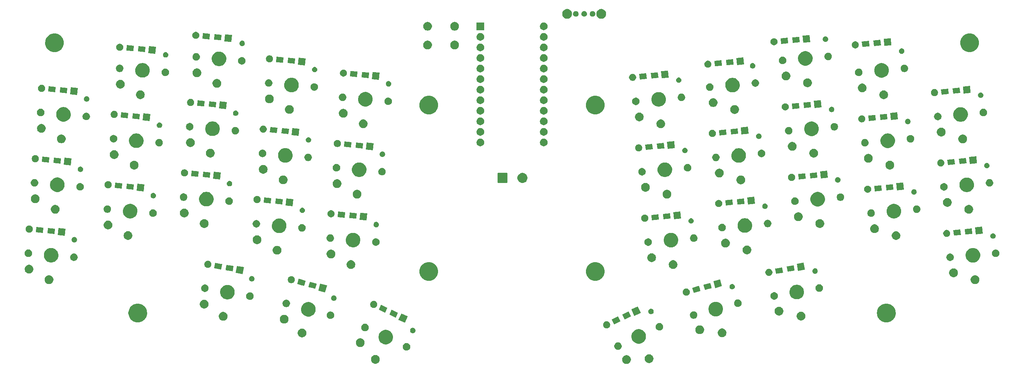
<source format=gbs>
G04 #@! TF.GenerationSoftware,KiCad,Pcbnew,(5.1.4-0)*
G04 #@! TF.CreationDate,2020-10-31T16:51:10+08:00*
G04 #@! TF.ProjectId,ahokore,61686f6b-6f72-4652-9e6b-696361645f70,rev?*
G04 #@! TF.SameCoordinates,Original*
G04 #@! TF.FileFunction,Soldermask,Bot*
G04 #@! TF.FilePolarity,Negative*
%FSLAX46Y46*%
G04 Gerber Fmt 4.6, Leading zero omitted, Abs format (unit mm)*
G04 Created by KiCad (PCBNEW (5.1.4-0)) date 2020-10-31 16:51:10*
%MOMM*%
%LPD*%
G04 APERTURE LIST*
%ADD10C,0.100000*%
G04 APERTURE END LIST*
D10*
G36*
X28165625Y10355712D02*
G01*
X28356894Y10276486D01*
X28356896Y10276485D01*
X28529034Y10161466D01*
X28675426Y10015074D01*
X28778034Y9861511D01*
X28790446Y9842934D01*
X28869672Y9651665D01*
X28910061Y9448617D01*
X28910061Y9241585D01*
X28869672Y9038537D01*
X28808730Y8891410D01*
X28790445Y8847266D01*
X28675426Y8675128D01*
X28529034Y8528736D01*
X28356896Y8413717D01*
X28356895Y8413716D01*
X28356894Y8413716D01*
X28165625Y8334490D01*
X27962577Y8294101D01*
X27755545Y8294101D01*
X27552497Y8334490D01*
X27361228Y8413716D01*
X27361227Y8413716D01*
X27361226Y8413717D01*
X27189088Y8528736D01*
X27042696Y8675128D01*
X26927677Y8847266D01*
X26909392Y8891410D01*
X26848450Y9038537D01*
X26808061Y9241585D01*
X26808061Y9448617D01*
X26848450Y9651665D01*
X26927676Y9842934D01*
X26940089Y9861511D01*
X27042696Y10015074D01*
X27189088Y10161466D01*
X27361226Y10276485D01*
X27361228Y10276486D01*
X27552497Y10355712D01*
X27755545Y10396101D01*
X27962577Y10396101D01*
X28165625Y10355712D01*
X28165625Y10355712D01*
G37*
G36*
X-32227245Y10399854D02*
G01*
X-32035976Y10320628D01*
X-32035974Y10320627D01*
X-31969911Y10276485D01*
X-31863836Y10205608D01*
X-31717444Y10059216D01*
X-31602424Y9887076D01*
X-31523198Y9695807D01*
X-31482809Y9492759D01*
X-31482809Y9285727D01*
X-31523198Y9082679D01*
X-31541483Y9038536D01*
X-31602425Y8891408D01*
X-31717444Y8719270D01*
X-31863836Y8572878D01*
X-32035974Y8457859D01*
X-32035975Y8457858D01*
X-32035976Y8457858D01*
X-32227245Y8378632D01*
X-32430293Y8338243D01*
X-32637325Y8338243D01*
X-32840373Y8378632D01*
X-33031642Y8457858D01*
X-33031643Y8457858D01*
X-33031644Y8457859D01*
X-33203782Y8572878D01*
X-33350174Y8719270D01*
X-33465193Y8891408D01*
X-33526135Y9038536D01*
X-33544420Y9082679D01*
X-33584809Y9285727D01*
X-33584809Y9492759D01*
X-33544420Y9695807D01*
X-33465194Y9887076D01*
X-33350174Y10059216D01*
X-33203782Y10205608D01*
X-33097707Y10276485D01*
X-33031644Y10320627D01*
X-33031642Y10320628D01*
X-32840373Y10399854D01*
X-32637325Y10440243D01*
X-32430293Y10440243D01*
X-32227245Y10399854D01*
X-32227245Y10399854D01*
G37*
G36*
X33584663Y10565557D02*
G01*
X33775932Y10486331D01*
X33775934Y10486330D01*
X33844908Y10440243D01*
X33948072Y10371311D01*
X34094464Y10224919D01*
X34209484Y10052779D01*
X34288710Y9861510D01*
X34329099Y9658462D01*
X34329099Y9451430D01*
X34288710Y9248382D01*
X34220074Y9082679D01*
X34209483Y9057111D01*
X34094464Y8884973D01*
X33948072Y8738581D01*
X33775934Y8623562D01*
X33775933Y8623561D01*
X33775932Y8623561D01*
X33584663Y8544335D01*
X33381615Y8503946D01*
X33174583Y8503946D01*
X32971535Y8544335D01*
X32780266Y8623561D01*
X32780265Y8623561D01*
X32780264Y8623562D01*
X32608126Y8738581D01*
X32461734Y8884973D01*
X32346715Y9057111D01*
X32336124Y9082679D01*
X32267488Y9248382D01*
X32227099Y9451430D01*
X32227099Y9658462D01*
X32267488Y9861510D01*
X32346714Y10052779D01*
X32461734Y10224919D01*
X32608126Y10371311D01*
X32711290Y10440243D01*
X32780264Y10486330D01*
X32780266Y10486331D01*
X32971535Y10565557D01*
X33174583Y10605946D01*
X33381615Y10605946D01*
X33584663Y10565557D01*
X33584663Y10565557D01*
G37*
G36*
X-24942156Y13308132D02*
G01*
X-24792856Y13278435D01*
X-24628884Y13210515D01*
X-24481314Y13111912D01*
X-24355815Y12986413D01*
X-24257212Y12838843D01*
X-24189292Y12674871D01*
X-24154668Y12500800D01*
X-24154668Y12323318D01*
X-24189292Y12149247D01*
X-24257212Y11985275D01*
X-24355815Y11837705D01*
X-24481314Y11712206D01*
X-24628884Y11613603D01*
X-24792856Y11545683D01*
X-24942156Y11515986D01*
X-24966926Y11511059D01*
X-25144410Y11511059D01*
X-25169180Y11515986D01*
X-25318480Y11545683D01*
X-25482452Y11613603D01*
X-25630022Y11712206D01*
X-25755521Y11837705D01*
X-25854124Y11985275D01*
X-25922044Y12149247D01*
X-25956668Y12323318D01*
X-25956668Y12500800D01*
X-25922044Y12674871D01*
X-25854124Y12838843D01*
X-25755521Y12986413D01*
X-25630022Y13111912D01*
X-25482452Y13210515D01*
X-25318480Y13278435D01*
X-25169180Y13308132D01*
X-25144410Y13313059D01*
X-24966926Y13313059D01*
X-24942156Y13308132D01*
X-24942156Y13308132D01*
G37*
G36*
X25913470Y13473835D02*
G01*
X26062770Y13444138D01*
X26226742Y13376218D01*
X26374312Y13277615D01*
X26499811Y13152116D01*
X26598414Y13004546D01*
X26666334Y12840574D01*
X26700958Y12666503D01*
X26700958Y12489021D01*
X26666334Y12314950D01*
X26598414Y12150978D01*
X26499811Y12003408D01*
X26374312Y11877909D01*
X26226742Y11779306D01*
X26062770Y11711386D01*
X25913470Y11681689D01*
X25888700Y11676762D01*
X25711216Y11676762D01*
X25686446Y11681689D01*
X25537146Y11711386D01*
X25373174Y11779306D01*
X25225604Y11877909D01*
X25100105Y12003408D01*
X25001502Y12150978D01*
X24933582Y12314950D01*
X24898958Y12489021D01*
X24898958Y12666503D01*
X24933582Y12840574D01*
X25001502Y13004546D01*
X25100105Y13152116D01*
X25225604Y13277615D01*
X25373174Y13376218D01*
X25537146Y13444138D01*
X25686446Y13473835D01*
X25711216Y13478762D01*
X25888700Y13478762D01*
X25913470Y13473835D01*
X25913470Y13473835D01*
G37*
G36*
X-35871285Y14416192D02*
G01*
X-35680016Y14336966D01*
X-35680014Y14336965D01*
X-35513512Y14225712D01*
X-35507876Y14221946D01*
X-35361484Y14075554D01*
X-35246464Y13903414D01*
X-35167238Y13712145D01*
X-35126849Y13509097D01*
X-35126849Y13302065D01*
X-35167238Y13099017D01*
X-35214275Y12985459D01*
X-35246465Y12907746D01*
X-35361484Y12735608D01*
X-35507876Y12589216D01*
X-35680014Y12474197D01*
X-35680015Y12474196D01*
X-35680016Y12474196D01*
X-35871285Y12394970D01*
X-36074333Y12354581D01*
X-36281365Y12354581D01*
X-36484413Y12394970D01*
X-36675682Y12474196D01*
X-36675683Y12474196D01*
X-36675684Y12474197D01*
X-36847822Y12589216D01*
X-36994214Y12735608D01*
X-37109233Y12907746D01*
X-37141423Y12985459D01*
X-37188460Y13099017D01*
X-37228849Y13302065D01*
X-37228849Y13509097D01*
X-37188460Y13712145D01*
X-37109234Y13903414D01*
X-36994214Y14075554D01*
X-36847822Y14221946D01*
X-36842186Y14225712D01*
X-36675684Y14336965D01*
X-36675682Y14336966D01*
X-36484413Y14416192D01*
X-36281365Y14456581D01*
X-36074333Y14456581D01*
X-35871285Y14416192D01*
X-35871285Y14416192D01*
G37*
G36*
X-29642376Y16442599D02*
G01*
X-29529613Y16420169D01*
X-29397620Y16365496D01*
X-29210953Y16288176D01*
X-28924165Y16096550D01*
X-28680270Y15852655D01*
X-28488644Y15565867D01*
X-28425287Y15412909D01*
X-28372003Y15284271D01*
X-28356651Y15247206D01*
X-28289361Y14908919D01*
X-28289361Y14563999D01*
X-28356651Y14225712D01*
X-28488644Y13907051D01*
X-28680270Y13620263D01*
X-28924165Y13376368D01*
X-29210953Y13184742D01*
X-29386781Y13111912D01*
X-29529613Y13052749D01*
X-29642376Y13030319D01*
X-29867901Y12985459D01*
X-30212821Y12985459D01*
X-30438346Y13030319D01*
X-30551109Y13052749D01*
X-30693941Y13111912D01*
X-30869769Y13184742D01*
X-31156557Y13376368D01*
X-31400452Y13620263D01*
X-31592078Y13907051D01*
X-31724071Y14225712D01*
X-31791361Y14563999D01*
X-31791361Y14908919D01*
X-31724071Y15247206D01*
X-31708718Y15284271D01*
X-31655435Y15412909D01*
X-31592078Y15565867D01*
X-31400452Y15852655D01*
X-31156557Y16096550D01*
X-30869769Y16288176D01*
X-30683102Y16365496D01*
X-30551109Y16420169D01*
X-30438346Y16442599D01*
X-30212821Y16487459D01*
X-29867901Y16487459D01*
X-29642376Y16442599D01*
X-29642376Y16442599D01*
G37*
G36*
X31123982Y16619969D02*
G01*
X31295399Y16585872D01*
X31427392Y16531199D01*
X31614059Y16453879D01*
X31900847Y16262253D01*
X32144742Y16018358D01*
X32336368Y15731570D01*
X32376882Y15633759D01*
X32460989Y15430708D01*
X32468361Y15412909D01*
X32535651Y15074622D01*
X32535651Y14729702D01*
X32535046Y14726662D01*
X32473290Y14416192D01*
X32468361Y14391415D01*
X32336368Y14072754D01*
X32144742Y13785966D01*
X31900847Y13542071D01*
X31614059Y13350445D01*
X31440208Y13278434D01*
X31295399Y13218452D01*
X31182636Y13196022D01*
X30957111Y13151162D01*
X30612191Y13151162D01*
X30386666Y13196022D01*
X30273903Y13218452D01*
X30129094Y13278434D01*
X29955243Y13350445D01*
X29668455Y13542071D01*
X29424560Y13785966D01*
X29232934Y14072754D01*
X29100941Y14391415D01*
X29096013Y14416192D01*
X29034256Y14726662D01*
X29033651Y14729702D01*
X29033651Y15074622D01*
X29100941Y15412909D01*
X29108314Y15430708D01*
X29192420Y15633759D01*
X29232934Y15731570D01*
X29424560Y16018358D01*
X29668455Y16262253D01*
X29955243Y16453879D01*
X30141910Y16531199D01*
X30273903Y16585872D01*
X30445320Y16619969D01*
X30612191Y16653162D01*
X30957111Y16653162D01*
X31123982Y16619969D01*
X31123982Y16619969D01*
G37*
G36*
X-49867866Y16747884D02*
G01*
X-49676597Y16668658D01*
X-49676595Y16668657D01*
X-49504457Y16553638D01*
X-49358065Y16407246D01*
X-49268208Y16272766D01*
X-49243045Y16235106D01*
X-49163819Y16043837D01*
X-49123430Y15840789D01*
X-49123430Y15633757D01*
X-49163819Y15430709D01*
X-49239828Y15247207D01*
X-49243046Y15239438D01*
X-49358065Y15067300D01*
X-49504457Y14920908D01*
X-49676595Y14805889D01*
X-49676596Y14805888D01*
X-49676597Y14805888D01*
X-49867866Y14726662D01*
X-50070914Y14686273D01*
X-50277946Y14686273D01*
X-50480994Y14726662D01*
X-50672263Y14805888D01*
X-50672264Y14805888D01*
X-50672265Y14805889D01*
X-50844403Y14920908D01*
X-50990795Y15067300D01*
X-51105814Y15239438D01*
X-51109032Y15247207D01*
X-51185041Y15430709D01*
X-51225430Y15633757D01*
X-51225430Y15840789D01*
X-51185041Y16043837D01*
X-51105815Y16235106D01*
X-51080651Y16272766D01*
X-50990795Y16407246D01*
X-50844403Y16553638D01*
X-50672265Y16668657D01*
X-50672263Y16668658D01*
X-50480994Y16747884D01*
X-50277946Y16788273D01*
X-50070914Y16788273D01*
X-49867866Y16747884D01*
X-49867866Y16747884D01*
G37*
G36*
X51135321Y16792715D02*
G01*
X51326590Y16713489D01*
X51326592Y16713488D01*
X51498730Y16598469D01*
X51645122Y16452077D01*
X51729657Y16325562D01*
X51760142Y16279937D01*
X51839368Y16088668D01*
X51879757Y15885620D01*
X51879757Y15678588D01*
X51839368Y15475540D01*
X51813425Y15412909D01*
X51760141Y15284269D01*
X51645122Y15112131D01*
X51498730Y14965739D01*
X51326592Y14850720D01*
X51326591Y14850719D01*
X51326590Y14850719D01*
X51135321Y14771493D01*
X50932273Y14731104D01*
X50725241Y14731104D01*
X50522193Y14771493D01*
X50330924Y14850719D01*
X50330923Y14850719D01*
X50330922Y14850720D01*
X50158784Y14965739D01*
X50012392Y15112131D01*
X49897373Y15284269D01*
X49844089Y15412909D01*
X49818146Y15475540D01*
X49777757Y15678588D01*
X49777757Y15885620D01*
X49818146Y16088668D01*
X49897372Y16279937D01*
X49927858Y16325562D01*
X50012392Y16452077D01*
X50158784Y16598469D01*
X50330922Y16713488D01*
X50330924Y16713489D01*
X50522193Y16792715D01*
X50725241Y16833104D01*
X50932273Y16833104D01*
X51135321Y16792715D01*
X51135321Y16792715D01*
G37*
G36*
X45762172Y17527064D02*
G01*
X45951430Y17448671D01*
X45953443Y17447837D01*
X46125581Y17332818D01*
X46271973Y17186426D01*
X46304451Y17137820D01*
X46386993Y17014286D01*
X46466219Y16823017D01*
X46506608Y16619969D01*
X46506608Y16412937D01*
X46466219Y16209889D01*
X46391094Y16028520D01*
X46386992Y16018618D01*
X46271973Y15846480D01*
X46125581Y15700088D01*
X45953443Y15585069D01*
X45953442Y15585068D01*
X45953441Y15585068D01*
X45762172Y15505842D01*
X45559124Y15465453D01*
X45352092Y15465453D01*
X45149044Y15505842D01*
X44957775Y15585068D01*
X44957774Y15585068D01*
X44957773Y15585069D01*
X44785635Y15700088D01*
X44639243Y15846480D01*
X44524224Y16018618D01*
X44520122Y16028520D01*
X44444997Y16209889D01*
X44404608Y16412937D01*
X44404608Y16619969D01*
X44444997Y16823017D01*
X44524223Y17014286D01*
X44606766Y17137820D01*
X44639243Y17186426D01*
X44785635Y17332818D01*
X44957773Y17447837D01*
X44959786Y17448671D01*
X45149044Y17527064D01*
X45352092Y17567453D01*
X45559124Y17567453D01*
X45762172Y17527064D01*
X45762172Y17527064D01*
G37*
G36*
X-23344548Y16962867D02*
G01*
X-23295986Y16942752D01*
X-23226074Y16913793D01*
X-23119450Y16842549D01*
X-23028773Y16751872D01*
X-22962180Y16652209D01*
X-22957528Y16645246D01*
X-22908455Y16526774D01*
X-22883438Y16401002D01*
X-22883438Y16272766D01*
X-22908455Y16146994D01*
X-22957529Y16028520D01*
X-23028773Y15921896D01*
X-23119450Y15831219D01*
X-23226074Y15759975D01*
X-23226075Y15759974D01*
X-23226076Y15759974D01*
X-23344548Y15710901D01*
X-23470319Y15685884D01*
X-23598557Y15685884D01*
X-23724328Y15710901D01*
X-23842800Y15759974D01*
X-23842801Y15759974D01*
X-23842802Y15759975D01*
X-23949426Y15831219D01*
X-24040103Y15921896D01*
X-24111347Y16028520D01*
X-24160421Y16146994D01*
X-24185438Y16272766D01*
X-24185438Y16401002D01*
X-24160421Y16526774D01*
X-24111348Y16645246D01*
X-24106695Y16652209D01*
X-24040103Y16751872D01*
X-23949426Y16842549D01*
X-23842802Y16913793D01*
X-23772889Y16942752D01*
X-23724328Y16962867D01*
X-23598557Y16987884D01*
X-23470319Y16987884D01*
X-23344548Y16962867D01*
X-23344548Y16962867D01*
G37*
G36*
X-34911542Y17956932D02*
G01*
X-34762242Y17927235D01*
X-34598270Y17859315D01*
X-34450700Y17760712D01*
X-34325201Y17635213D01*
X-34226598Y17487643D01*
X-34158678Y17323671D01*
X-34131379Y17186426D01*
X-34125012Y17154419D01*
X-34124054Y17149600D01*
X-34124054Y16972118D01*
X-34158678Y16798047D01*
X-34226598Y16634075D01*
X-34325201Y16486505D01*
X-34450700Y16361006D01*
X-34598270Y16262403D01*
X-34762242Y16194483D01*
X-34911542Y16164786D01*
X-34936312Y16159859D01*
X-35113796Y16159859D01*
X-35138566Y16164786D01*
X-35287866Y16194483D01*
X-35451838Y16262403D01*
X-35599408Y16361006D01*
X-35724907Y16486505D01*
X-35823510Y16634075D01*
X-35891430Y16798047D01*
X-35926054Y16972118D01*
X-35926054Y17149600D01*
X-35925095Y17154419D01*
X-35918729Y17186426D01*
X-35891430Y17323671D01*
X-35823510Y17487643D01*
X-35724907Y17635213D01*
X-35599408Y17760712D01*
X-35451838Y17859315D01*
X-35287866Y17927235D01*
X-35138566Y17956932D01*
X-35113796Y17961859D01*
X-34936312Y17961859D01*
X-34911542Y17956932D01*
X-34911542Y17956932D01*
G37*
G36*
X35882856Y18122635D02*
G01*
X36032156Y18092938D01*
X36196128Y18025018D01*
X36343698Y17926415D01*
X36469197Y17800916D01*
X36567800Y17653346D01*
X36635720Y17489374D01*
X36670344Y17315303D01*
X36670344Y17137821D01*
X36635720Y16963750D01*
X36567800Y16799778D01*
X36469197Y16652208D01*
X36343698Y16526709D01*
X36196128Y16428106D01*
X36032156Y16360186D01*
X35882856Y16330489D01*
X35858086Y16325562D01*
X35680602Y16325562D01*
X35655832Y16330489D01*
X35506532Y16360186D01*
X35342560Y16428106D01*
X35194990Y16526709D01*
X35069491Y16652208D01*
X34970888Y16799778D01*
X34902968Y16963750D01*
X34868344Y17137821D01*
X34868344Y17315303D01*
X34902968Y17489374D01*
X34970888Y17653346D01*
X35069491Y17800916D01*
X35194990Y17926415D01*
X35342560Y18025018D01*
X35506532Y18092938D01*
X35655832Y18122635D01*
X35680602Y18127562D01*
X35858086Y18127562D01*
X35882856Y18122635D01*
X35882856Y18122635D01*
G37*
G36*
X23315726Y18515197D02*
G01*
X23470598Y18451047D01*
X23609979Y18357915D01*
X23728513Y18239381D01*
X23821645Y18100000D01*
X23885795Y17945128D01*
X23918498Y17780716D01*
X23918498Y17613084D01*
X23885795Y17448672D01*
X23821645Y17293800D01*
X23728513Y17154419D01*
X23609979Y17035885D01*
X23470598Y16942753D01*
X23315726Y16878603D01*
X23151314Y16845900D01*
X22983682Y16845900D01*
X22819270Y16878603D01*
X22664398Y16942753D01*
X22525017Y17035885D01*
X22406483Y17154419D01*
X22313351Y17293800D01*
X22249201Y17448672D01*
X22216498Y17613084D01*
X22216498Y17780716D01*
X22249201Y17945128D01*
X22313351Y18100000D01*
X22406483Y18239381D01*
X22525017Y18357915D01*
X22664398Y18451047D01*
X22819270Y18515197D01*
X22983682Y18547900D01*
X23151314Y18547900D01*
X23315726Y18515197D01*
X23315726Y18515197D01*
G37*
G36*
X26379659Y18523087D02*
G01*
X24837124Y17803790D01*
X24286875Y18983803D01*
X25829410Y19703100D01*
X26379659Y18523087D01*
X26379659Y18523087D01*
G37*
G36*
X-54153976Y20070423D02*
G01*
X-53962707Y19991197D01*
X-53962705Y19991196D01*
X-53816354Y19893407D01*
X-53790567Y19876177D01*
X-53644175Y19729785D01*
X-53529155Y19557645D01*
X-53449929Y19366376D01*
X-53409540Y19163328D01*
X-53409540Y18956296D01*
X-53449929Y18753248D01*
X-53473218Y18697024D01*
X-53529156Y18561977D01*
X-53644175Y18389839D01*
X-53790567Y18243447D01*
X-53962705Y18128428D01*
X-53962706Y18128427D01*
X-53962707Y18128427D01*
X-54153976Y18049201D01*
X-54357024Y18008812D01*
X-54564056Y18008812D01*
X-54767104Y18049201D01*
X-54958373Y18128427D01*
X-54958374Y18128427D01*
X-54958375Y18128428D01*
X-55130513Y18243447D01*
X-55276905Y18389839D01*
X-55391924Y18561977D01*
X-55447862Y18697024D01*
X-55471151Y18753248D01*
X-55511540Y18956296D01*
X-55511540Y19163328D01*
X-55471151Y19366376D01*
X-55391925Y19557645D01*
X-55276905Y19729785D01*
X-55130513Y19876177D01*
X-55104726Y19893407D01*
X-54958375Y19991196D01*
X-54958373Y19991197D01*
X-54767104Y20070423D01*
X-54564056Y20110812D01*
X-54357024Y20110812D01*
X-54153976Y20070423D01*
X-54153976Y20070423D01*
G37*
G36*
X-24731417Y19736152D02*
G01*
X-25450713Y18193616D01*
X-26993249Y18912912D01*
X-26273953Y20455448D01*
X-24731417Y19736152D01*
X-24731417Y19736152D01*
G37*
G36*
X90600880Y22790224D02*
G01*
X90981593Y22714496D01*
X91391249Y22544811D01*
X91759929Y22298466D01*
X92073466Y21984929D01*
X92319811Y21616249D01*
X92489496Y21206593D01*
X92554637Y20879105D01*
X92576000Y20771705D01*
X92576000Y20328295D01*
X92568693Y20291561D01*
X92489496Y19893407D01*
X92319811Y19483751D01*
X92073466Y19115071D01*
X91759929Y18801534D01*
X91391249Y18555189D01*
X90981593Y18385504D01*
X90600880Y18309776D01*
X90546705Y18299000D01*
X90103295Y18299000D01*
X90049120Y18309776D01*
X89668407Y18385504D01*
X89258751Y18555189D01*
X88890071Y18801534D01*
X88576534Y19115071D01*
X88330189Y19483751D01*
X88160504Y19893407D01*
X88081307Y20291561D01*
X88074000Y20328295D01*
X88074000Y20771705D01*
X88095363Y20879105D01*
X88160504Y21206593D01*
X88330189Y21616249D01*
X88576534Y21984929D01*
X88890071Y22298466D01*
X89258751Y22544811D01*
X89668407Y22714496D01*
X90049120Y22790224D01*
X90103295Y22801000D01*
X90546705Y22801000D01*
X90600880Y22790224D01*
X90600880Y22790224D01*
G37*
G36*
X-89399120Y22790224D02*
G01*
X-89018407Y22714496D01*
X-88608751Y22544811D01*
X-88240071Y22298466D01*
X-87926534Y21984929D01*
X-87680189Y21616249D01*
X-87510504Y21206593D01*
X-87445363Y20879105D01*
X-87424000Y20771705D01*
X-87424000Y20328295D01*
X-87431307Y20291561D01*
X-87510504Y19893407D01*
X-87680189Y19483751D01*
X-87926534Y19115071D01*
X-88240071Y18801534D01*
X-88608751Y18555189D01*
X-89018407Y18385504D01*
X-89399120Y18309776D01*
X-89453295Y18299000D01*
X-89896705Y18299000D01*
X-89950880Y18309776D01*
X-90331593Y18385504D01*
X-90741249Y18555189D01*
X-91109929Y18801534D01*
X-91423466Y19115071D01*
X-91669811Y19483751D01*
X-91839496Y19893407D01*
X-91918693Y20291561D01*
X-91926000Y20328295D01*
X-91926000Y20771705D01*
X-91904637Y20879105D01*
X-91839496Y21206593D01*
X-91669811Y21616249D01*
X-91423466Y21984929D01*
X-91109929Y22298466D01*
X-90741249Y22544811D01*
X-90331593Y22714496D01*
X-89950880Y22790224D01*
X-89896705Y22801000D01*
X-89453295Y22801000D01*
X-89399120Y22790224D01*
X-89399120Y22790224D01*
G37*
G36*
X-68830157Y20758635D02*
G01*
X-68638888Y20679409D01*
X-68638886Y20679408D01*
X-68500712Y20587083D01*
X-68466748Y20564389D01*
X-68320356Y20417997D01*
X-68205336Y20245857D01*
X-68126110Y20054588D01*
X-68085721Y19851540D01*
X-68085721Y19644508D01*
X-68126110Y19441460D01*
X-68201644Y19259105D01*
X-68205337Y19250189D01*
X-68320356Y19078051D01*
X-68466748Y18931659D01*
X-68638886Y18816640D01*
X-68638887Y18816639D01*
X-68638888Y18816639D01*
X-68830157Y18737413D01*
X-69033205Y18697024D01*
X-69240237Y18697024D01*
X-69443285Y18737413D01*
X-69634554Y18816639D01*
X-69634555Y18816639D01*
X-69634556Y18816640D01*
X-69806694Y18931659D01*
X-69953086Y19078051D01*
X-70068105Y19250189D01*
X-70071798Y19259105D01*
X-70147332Y19441460D01*
X-70187721Y19644508D01*
X-70187721Y19851540D01*
X-70147332Y20054588D01*
X-70068106Y20245857D01*
X-69953086Y20417997D01*
X-69806694Y20564389D01*
X-69772730Y20587083D01*
X-69634556Y20679408D01*
X-69634554Y20679409D01*
X-69443285Y20758635D01*
X-69240237Y20799024D01*
X-69033205Y20799024D01*
X-68830157Y20758635D01*
X-68830157Y20758635D01*
G37*
G36*
X70107575Y20804337D02*
G01*
X70298844Y20725111D01*
X70298846Y20725110D01*
X70470984Y20610091D01*
X70617376Y20463699D01*
X70713367Y20320039D01*
X70732396Y20291559D01*
X70811622Y20100290D01*
X70852011Y19897242D01*
X70852011Y19690210D01*
X70811622Y19487162D01*
X70739431Y19312878D01*
X70732395Y19295891D01*
X70617376Y19123753D01*
X70470984Y18977361D01*
X70298846Y18862342D01*
X70298845Y18862341D01*
X70298844Y18862341D01*
X70107575Y18783115D01*
X69904527Y18742726D01*
X69697495Y18742726D01*
X69494447Y18783115D01*
X69303178Y18862341D01*
X69303177Y18862341D01*
X69303176Y18862342D01*
X69131038Y18977361D01*
X68984646Y19123753D01*
X68869627Y19295891D01*
X68862591Y19312878D01*
X68790400Y19487162D01*
X68750011Y19690210D01*
X68750011Y19897242D01*
X68790400Y20100290D01*
X68869626Y20291559D01*
X68888656Y20320039D01*
X68984646Y20463699D01*
X69131038Y20610091D01*
X69303176Y20725110D01*
X69303178Y20725111D01*
X69494447Y20804337D01*
X69697495Y20844726D01*
X69904527Y20844726D01*
X70107575Y20804337D01*
X70107575Y20804337D01*
G37*
G36*
X28917321Y19706419D02*
G01*
X27374786Y18987122D01*
X26824537Y20167135D01*
X28367072Y20886432D01*
X28917321Y19706419D01*
X28917321Y19706419D01*
G37*
G36*
X-43221294Y20908803D02*
G01*
X-43071994Y20879106D01*
X-42908022Y20811186D01*
X-42760452Y20712583D01*
X-42634953Y20587084D01*
X-42536350Y20439514D01*
X-42468430Y20275542D01*
X-42433806Y20101471D01*
X-42433806Y19923989D01*
X-42468430Y19749918D01*
X-42536350Y19585946D01*
X-42634953Y19438376D01*
X-42760452Y19312877D01*
X-42908022Y19214274D01*
X-43071994Y19146354D01*
X-43221294Y19116657D01*
X-43246064Y19111730D01*
X-43423548Y19111730D01*
X-43448318Y19116657D01*
X-43597618Y19146354D01*
X-43761590Y19214274D01*
X-43909160Y19312877D01*
X-44034659Y19438376D01*
X-44133262Y19585946D01*
X-44201182Y19749918D01*
X-44235806Y19923989D01*
X-44235806Y20101471D01*
X-44201182Y20275542D01*
X-44133262Y20439514D01*
X-44034659Y20587084D01*
X-43909160Y20712583D01*
X-43761590Y20811186D01*
X-43597618Y20879106D01*
X-43448318Y20908803D01*
X-43423548Y20913730D01*
X-43246064Y20913730D01*
X-43221294Y20908803D01*
X-43221294Y20908803D01*
G37*
G36*
X44102645Y20953634D02*
G01*
X44251945Y20923937D01*
X44415917Y20856017D01*
X44563487Y20757414D01*
X44688986Y20631915D01*
X44787589Y20484345D01*
X44855509Y20320373D01*
X44883984Y20177217D01*
X44889255Y20150719D01*
X44890133Y20146302D01*
X44890133Y19968820D01*
X44855509Y19794749D01*
X44787589Y19630777D01*
X44688986Y19483207D01*
X44563487Y19357708D01*
X44415917Y19259105D01*
X44251945Y19191185D01*
X44102645Y19161488D01*
X44077875Y19156561D01*
X43900391Y19156561D01*
X43875621Y19161488D01*
X43726321Y19191185D01*
X43562349Y19259105D01*
X43414779Y19357708D01*
X43289280Y19483207D01*
X43190677Y19630777D01*
X43122757Y19794749D01*
X43088133Y19968820D01*
X43088133Y20146302D01*
X43089012Y20150719D01*
X43094282Y20177217D01*
X43122757Y20320373D01*
X43190677Y20484345D01*
X43289280Y20631915D01*
X43414779Y20757414D01*
X43562349Y20856017D01*
X43726321Y20923937D01*
X43875621Y20953634D01*
X43900391Y20958561D01*
X44077875Y20958561D01*
X44102645Y20953634D01*
X44102645Y20953634D01*
G37*
G36*
X-27081710Y20611435D02*
G01*
X-27628716Y19438376D01*
X-27631959Y19431423D01*
X-27631959Y19431422D01*
X-29174494Y20150719D01*
X-28624245Y21330732D01*
X-27081710Y20611435D01*
X-27081710Y20611435D01*
G37*
G36*
X-48249413Y23142375D02*
G01*
X-48136650Y23119945D01*
X-48004657Y23065272D01*
X-47817990Y22987952D01*
X-47531202Y22796326D01*
X-47287307Y22552431D01*
X-47095681Y22265643D01*
X-47037109Y22124237D01*
X-46979405Y21984928D01*
X-46963688Y21946982D01*
X-46896398Y21608695D01*
X-46896398Y21263775D01*
X-46907773Y21206591D01*
X-46963688Y20925487D01*
X-47016071Y20799024D01*
X-47095681Y20606827D01*
X-47287307Y20320039D01*
X-47531202Y20076144D01*
X-47817990Y19884518D01*
X-48004657Y19807198D01*
X-48136650Y19752525D01*
X-48218963Y19736152D01*
X-48474938Y19685235D01*
X-48819858Y19685235D01*
X-49075833Y19736152D01*
X-49158146Y19752525D01*
X-49290139Y19807198D01*
X-49476806Y19884518D01*
X-49763594Y20076144D01*
X-50007489Y20320039D01*
X-50199115Y20606827D01*
X-50278725Y20799024D01*
X-50331108Y20925487D01*
X-50387023Y21206591D01*
X-50398398Y21263775D01*
X-50398398Y21608695D01*
X-50331108Y21946982D01*
X-50315390Y21984928D01*
X-50257687Y22124237D01*
X-50199115Y22265643D01*
X-50007489Y22552431D01*
X-49763594Y22796326D01*
X-49476806Y22987952D01*
X-49290139Y23065272D01*
X-49158146Y23119945D01*
X-49045383Y23142375D01*
X-48819858Y23187235D01*
X-48474938Y23187235D01*
X-48249413Y23142375D01*
X-48249413Y23142375D01*
G37*
G36*
X49699564Y23187235D02*
G01*
X49812473Y23164776D01*
X49914413Y23122551D01*
X50131133Y23032783D01*
X50417921Y22841157D01*
X50661816Y22597262D01*
X50853442Y22310474D01*
X50915816Y22159888D01*
X50985435Y21991814D01*
X51052725Y21653524D01*
X51052725Y21308608D01*
X50985435Y20970318D01*
X50966865Y20925487D01*
X50853442Y20651658D01*
X50661816Y20364870D01*
X50417921Y20120975D01*
X50131133Y19929349D01*
X49969520Y19862407D01*
X49812473Y19797356D01*
X49699710Y19774926D01*
X49474185Y19730066D01*
X49129265Y19730066D01*
X48903740Y19774926D01*
X48790977Y19797356D01*
X48633930Y19862407D01*
X48472317Y19929349D01*
X48185529Y20120975D01*
X47941634Y20364870D01*
X47750008Y20651658D01*
X47636585Y20925487D01*
X47618015Y20970318D01*
X47550725Y21308608D01*
X47550725Y21653524D01*
X47618015Y21991814D01*
X47687634Y22159888D01*
X47750008Y22310474D01*
X47941634Y22597262D01*
X48185529Y22841157D01*
X48472317Y23032783D01*
X48689037Y23122551D01*
X48790977Y23164776D01*
X48903886Y23187235D01*
X49129265Y23232066D01*
X49474185Y23232066D01*
X49699564Y23187235D01*
X49699564Y23187235D01*
G37*
G36*
X31267614Y20581702D02*
G01*
X29725078Y19862406D01*
X29005782Y21404942D01*
X30548318Y22124238D01*
X31267614Y20581702D01*
X31267614Y20581702D01*
G37*
G36*
X64818875Y22004193D02*
G01*
X65010144Y21924967D01*
X65010146Y21924966D01*
X65182284Y21809947D01*
X65328676Y21663555D01*
X65335379Y21653524D01*
X65443696Y21491415D01*
X65522922Y21300146D01*
X65563311Y21097098D01*
X65563311Y20890066D01*
X65522922Y20687018D01*
X65443696Y20495749D01*
X65443695Y20495747D01*
X65328676Y20323609D01*
X65182284Y20177217D01*
X65010146Y20062198D01*
X65010145Y20062197D01*
X65010144Y20062197D01*
X64818875Y19982971D01*
X64615827Y19942582D01*
X64408795Y19942582D01*
X64205747Y19982971D01*
X64014478Y20062197D01*
X64014477Y20062197D01*
X64014476Y20062198D01*
X63842338Y20177217D01*
X63695946Y20323609D01*
X63580927Y20495747D01*
X63580926Y20495749D01*
X63501700Y20687018D01*
X63461311Y20890066D01*
X63461311Y21097098D01*
X63501700Y21300146D01*
X63580926Y21491415D01*
X63689244Y21653524D01*
X63695946Y21663555D01*
X63842338Y21809947D01*
X64014476Y21924966D01*
X64014478Y21924967D01*
X64205747Y22004193D01*
X64408795Y22044582D01*
X64615827Y22044582D01*
X64818875Y22004193D01*
X64818875Y22004193D01*
G37*
G36*
X33930471Y21540705D02*
G01*
X34048945Y21491631D01*
X34049265Y21491417D01*
X34155569Y21420387D01*
X34246246Y21329710D01*
X34317491Y21223084D01*
X34366564Y21104612D01*
X34391581Y20978841D01*
X34391581Y20850603D01*
X34373045Y20757414D01*
X34366564Y20724832D01*
X34317490Y20606358D01*
X34246246Y20499734D01*
X34155569Y20409057D01*
X34048945Y20337813D01*
X34048944Y20337812D01*
X34048943Y20337812D01*
X33930471Y20288739D01*
X33804700Y20263722D01*
X33676462Y20263722D01*
X33550691Y20288739D01*
X33432219Y20337812D01*
X33432218Y20337812D01*
X33432217Y20337813D01*
X33325593Y20409057D01*
X33234916Y20499734D01*
X33163672Y20606358D01*
X33114598Y20724832D01*
X33108117Y20757414D01*
X33089581Y20850603D01*
X33089581Y20978841D01*
X33114598Y21104612D01*
X33163671Y21223084D01*
X33234916Y21329710D01*
X33325593Y21420387D01*
X33431897Y21491417D01*
X33432217Y21491631D01*
X33550691Y21540705D01*
X33676462Y21565722D01*
X33804700Y21565722D01*
X33930471Y21540705D01*
X33930471Y21540705D01*
G37*
G36*
X-29619372Y21794767D02*
G01*
X-30161619Y20631914D01*
X-30169621Y20614755D01*
X-30169621Y20614754D01*
X-31712156Y21334051D01*
X-31161907Y22514064D01*
X-29619372Y21794767D01*
X-29619372Y21794767D01*
G37*
G36*
X-73389535Y23694972D02*
G01*
X-73198266Y23615746D01*
X-73198264Y23615745D01*
X-73026126Y23500726D01*
X-72879734Y23354334D01*
X-72834423Y23286522D01*
X-72764714Y23182194D01*
X-72685488Y22990925D01*
X-72645099Y22787877D01*
X-72645099Y22580845D01*
X-72685488Y22377797D01*
X-72764714Y22186528D01*
X-72764715Y22186526D01*
X-72879734Y22014388D01*
X-73026126Y21867996D01*
X-73198264Y21752977D01*
X-73198265Y21752976D01*
X-73198266Y21752976D01*
X-73389535Y21673750D01*
X-73592583Y21633361D01*
X-73799615Y21633361D01*
X-74002663Y21673750D01*
X-74193932Y21752976D01*
X-74193933Y21752976D01*
X-74193934Y21752977D01*
X-74366072Y21867996D01*
X-74512464Y22014388D01*
X-74627483Y22186526D01*
X-74627484Y22186528D01*
X-74706710Y22377797D01*
X-74747099Y22580845D01*
X-74747099Y22787877D01*
X-74706710Y22990925D01*
X-74627484Y23182194D01*
X-74557774Y23286522D01*
X-74512464Y23354334D01*
X-74366072Y23500726D01*
X-74193934Y23615745D01*
X-74193932Y23615746D01*
X-74002663Y23694972D01*
X-73799615Y23735361D01*
X-73592583Y23735361D01*
X-73389535Y23694972D01*
X-73389535Y23694972D01*
G37*
G36*
X-32683305Y23439251D02*
G01*
X-32528433Y23375101D01*
X-32389052Y23281969D01*
X-32270518Y23163435D01*
X-32177386Y23024054D01*
X-32113236Y22869182D01*
X-32080533Y22704770D01*
X-32080533Y22537138D01*
X-32113236Y22372726D01*
X-32177386Y22217854D01*
X-32270518Y22078473D01*
X-32389052Y21959939D01*
X-32528433Y21866807D01*
X-32683305Y21802657D01*
X-32847717Y21769954D01*
X-33015349Y21769954D01*
X-33179761Y21802657D01*
X-33334633Y21866807D01*
X-33474014Y21959939D01*
X-33592548Y22078473D01*
X-33685680Y22217854D01*
X-33749830Y22372726D01*
X-33782533Y22537138D01*
X-33782533Y22704770D01*
X-33749830Y22869182D01*
X-33685680Y23024054D01*
X-33592548Y23163435D01*
X-33474014Y23281969D01*
X-33334633Y23375101D01*
X-33179761Y23439251D01*
X-33015349Y23471954D01*
X-32847717Y23471954D01*
X-32683305Y23439251D01*
X-32683305Y23439251D01*
G37*
G36*
X-53846478Y23755813D02*
G01*
X-53697178Y23726116D01*
X-53533206Y23658196D01*
X-53385636Y23559593D01*
X-53260137Y23434094D01*
X-53161534Y23286524D01*
X-53093614Y23122552D01*
X-53058990Y22948481D01*
X-53058990Y22770999D01*
X-53093614Y22596928D01*
X-53161534Y22432956D01*
X-53260137Y22285386D01*
X-53385636Y22159887D01*
X-53533206Y22061284D01*
X-53697178Y21993364D01*
X-53846478Y21963667D01*
X-53871248Y21958740D01*
X-54048732Y21958740D01*
X-54073502Y21963667D01*
X-54222802Y21993364D01*
X-54386774Y22061284D01*
X-54534344Y22159887D01*
X-54659843Y22285386D01*
X-54758446Y22432956D01*
X-54826366Y22596928D01*
X-54860990Y22770999D01*
X-54860990Y22948481D01*
X-54826366Y23122552D01*
X-54758446Y23286524D01*
X-54659843Y23434094D01*
X-54534344Y23559593D01*
X-54386774Y23658196D01*
X-54222802Y23726116D01*
X-54073502Y23755813D01*
X-54048732Y23760740D01*
X-53871248Y23760740D01*
X-53846478Y23755813D01*
X-53846478Y23755813D01*
G37*
G36*
X54727829Y23800644D02*
G01*
X54877129Y23770947D01*
X55041101Y23703027D01*
X55188671Y23604424D01*
X55314170Y23478925D01*
X55412773Y23331355D01*
X55480693Y23167383D01*
X55515317Y22993312D01*
X55515317Y22815830D01*
X55480693Y22641759D01*
X55412773Y22477787D01*
X55314170Y22330217D01*
X55188671Y22204718D01*
X55041101Y22106115D01*
X54877129Y22038195D01*
X54727829Y22008498D01*
X54703059Y22003571D01*
X54525575Y22003571D01*
X54500805Y22008498D01*
X54351505Y22038195D01*
X54187533Y22106115D01*
X54039963Y22204718D01*
X53914464Y22330217D01*
X53815861Y22477787D01*
X53747941Y22641759D01*
X53713317Y22815830D01*
X53713317Y22993312D01*
X53747941Y23167383D01*
X53815861Y23331355D01*
X53914464Y23478925D01*
X54039963Y23604424D01*
X54187533Y23703027D01*
X54351505Y23770947D01*
X54500805Y23800644D01*
X54525575Y23805571D01*
X54703059Y23805571D01*
X54727829Y23800644D01*
X54727829Y23800644D01*
G37*
G36*
X-42328335Y24768071D02*
G01*
X-42233966Y24728982D01*
X-42209861Y24718997D01*
X-42103237Y24647753D01*
X-42012560Y24557076D01*
X-41966335Y24487896D01*
X-41941315Y24450450D01*
X-41892242Y24331978D01*
X-41867225Y24206207D01*
X-41867225Y24077969D01*
X-41892242Y23952198D01*
X-41941316Y23833724D01*
X-42012560Y23727100D01*
X-42103237Y23636423D01*
X-42209861Y23565179D01*
X-42209862Y23565178D01*
X-42209863Y23565178D01*
X-42328335Y23516105D01*
X-42454106Y23491088D01*
X-42582344Y23491088D01*
X-42708115Y23516105D01*
X-42826587Y23565178D01*
X-42826588Y23565178D01*
X-42826589Y23565179D01*
X-42933213Y23636423D01*
X-43023890Y23727100D01*
X-43095134Y23833724D01*
X-43144208Y23952198D01*
X-43169225Y24077969D01*
X-43169225Y24206207D01*
X-43144208Y24331978D01*
X-43095135Y24450450D01*
X-43070114Y24487896D01*
X-43023890Y24557076D01*
X-42933213Y24647753D01*
X-42826589Y24718997D01*
X-42802483Y24728982D01*
X-42708115Y24768071D01*
X-42582344Y24793088D01*
X-42454106Y24793088D01*
X-42328335Y24768071D01*
X-42328335Y24768071D01*
G37*
G36*
X-62582242Y25499398D02*
G01*
X-62432942Y25469701D01*
X-62268970Y25401781D01*
X-62121400Y25303178D01*
X-61995901Y25177679D01*
X-61897298Y25030109D01*
X-61829378Y24866137D01*
X-61794754Y24692066D01*
X-61794754Y24514584D01*
X-61829378Y24340513D01*
X-61897298Y24176541D01*
X-61995901Y24028971D01*
X-62121400Y23903472D01*
X-62268970Y23804869D01*
X-62432942Y23736949D01*
X-62582242Y23707252D01*
X-62607012Y23702325D01*
X-62784496Y23702325D01*
X-62809266Y23707252D01*
X-62958566Y23736949D01*
X-63122538Y23804869D01*
X-63270108Y23903472D01*
X-63395607Y24028971D01*
X-63494210Y24176541D01*
X-63562130Y24340513D01*
X-63596754Y24514584D01*
X-63596754Y24692066D01*
X-63562130Y24866137D01*
X-63494210Y25030109D01*
X-63395607Y25177679D01*
X-63270108Y25303178D01*
X-63122538Y25401781D01*
X-62958566Y25469701D01*
X-62809266Y25499398D01*
X-62784496Y25504325D01*
X-62607012Y25504325D01*
X-62582242Y25499398D01*
X-62582242Y25499398D01*
G37*
G36*
X63473556Y25545100D02*
G01*
X63622856Y25515403D01*
X63786828Y25447483D01*
X63934398Y25348880D01*
X64059897Y25223381D01*
X64158500Y25075811D01*
X64226420Y24911839D01*
X64261044Y24737768D01*
X64261044Y24560286D01*
X64226420Y24386215D01*
X64158500Y24222243D01*
X64059897Y24074673D01*
X63934398Y23949174D01*
X63786828Y23850571D01*
X63622856Y23782651D01*
X63473556Y23752954D01*
X63448786Y23748027D01*
X63271302Y23748027D01*
X63246532Y23752954D01*
X63097232Y23782651D01*
X62933260Y23850571D01*
X62785690Y23949174D01*
X62660191Y24074673D01*
X62561588Y24222243D01*
X62493668Y24386215D01*
X62459044Y24560286D01*
X62459044Y24737768D01*
X62493668Y24911839D01*
X62561588Y25075811D01*
X62660191Y25223381D01*
X62785690Y25348880D01*
X62933260Y25447483D01*
X63097232Y25515403D01*
X63246532Y25545100D01*
X63271302Y25550027D01*
X63448786Y25550027D01*
X63473556Y25545100D01*
X63473556Y25545100D01*
G37*
G36*
X-67714212Y27264530D02*
G01*
X-67601449Y27242100D01*
X-67531937Y27213307D01*
X-67282789Y27110107D01*
X-66996001Y26918481D01*
X-66752106Y26674586D01*
X-66560480Y26387798D01*
X-66529117Y26312080D01*
X-66428487Y26069138D01*
X-66410622Y25979324D01*
X-66361197Y25730850D01*
X-66361197Y25385930D01*
X-66406057Y25160405D01*
X-66428487Y25047642D01*
X-66483160Y24915649D01*
X-66560480Y24728982D01*
X-66752106Y24442194D01*
X-66996001Y24198299D01*
X-67282789Y24006673D01*
X-67421605Y23949174D01*
X-67601449Y23874680D01*
X-67709979Y23853092D01*
X-67939737Y23807390D01*
X-68284657Y23807390D01*
X-68514415Y23853092D01*
X-68622945Y23874680D01*
X-68802789Y23949174D01*
X-68941605Y24006673D01*
X-69228393Y24198299D01*
X-69472288Y24442194D01*
X-69663914Y24728982D01*
X-69741234Y24915649D01*
X-69795907Y25047642D01*
X-69818337Y25160405D01*
X-69863197Y25385930D01*
X-69863197Y25730850D01*
X-69813772Y25979324D01*
X-69795907Y26069138D01*
X-69695277Y26312080D01*
X-69663914Y26387798D01*
X-69472288Y26674586D01*
X-69228393Y26918481D01*
X-68941605Y27110107D01*
X-68692457Y27213307D01*
X-68622945Y27242100D01*
X-68510182Y27264530D01*
X-68284657Y27309390D01*
X-67939737Y27309390D01*
X-67714212Y27264530D01*
X-67714212Y27264530D01*
G37*
G36*
X69166031Y27311911D02*
G01*
X69287235Y27287802D01*
X69356747Y27259009D01*
X69605895Y27155809D01*
X69892683Y26964183D01*
X70136578Y26720288D01*
X70328204Y26433500D01*
X70385015Y26296346D01*
X70460197Y26114840D01*
X70465800Y26086673D01*
X70527487Y25776552D01*
X70527487Y25431632D01*
X70486063Y25223381D01*
X70460197Y25093344D01*
X70434004Y25030109D01*
X70328204Y24774684D01*
X70136578Y24487896D01*
X69892683Y24244001D01*
X69605895Y24052375D01*
X69419228Y23975055D01*
X69287235Y23920382D01*
X69174472Y23897952D01*
X68948947Y23853092D01*
X68604027Y23853092D01*
X68378502Y23897952D01*
X68265739Y23920382D01*
X68133746Y23975055D01*
X67947079Y24052375D01*
X67660291Y24244001D01*
X67416396Y24487896D01*
X67224770Y24774684D01*
X67118970Y25030109D01*
X67092777Y25093344D01*
X67066911Y25223381D01*
X67025487Y25431632D01*
X67025487Y25776552D01*
X67087174Y26086673D01*
X67092777Y26114840D01*
X67167959Y26296346D01*
X67224770Y26433500D01*
X67416396Y26720288D01*
X67660291Y26964183D01*
X67947079Y27155809D01*
X68196227Y27259009D01*
X68265739Y27287802D01*
X68386943Y27311911D01*
X68604027Y27355092D01*
X68948947Y27355092D01*
X69166031Y27311911D01*
X69166031Y27311911D01*
G37*
G36*
X42468342Y26394524D02*
G01*
X42623214Y26330374D01*
X42762595Y26237242D01*
X42881129Y26118708D01*
X42974261Y25979327D01*
X43038411Y25824455D01*
X43071114Y25660043D01*
X43071114Y25492411D01*
X43038411Y25327999D01*
X42974261Y25173127D01*
X42881129Y25033746D01*
X42762595Y24915212D01*
X42623214Y24822080D01*
X42468342Y24757930D01*
X42303930Y24725227D01*
X42136298Y24725227D01*
X41971886Y24757930D01*
X41817014Y24822080D01*
X41677633Y24915212D01*
X41559099Y25033746D01*
X41465967Y25173127D01*
X41401817Y25327999D01*
X41369114Y25492411D01*
X41369114Y25660043D01*
X41401817Y25824455D01*
X41465967Y25979327D01*
X41559099Y26118708D01*
X41677633Y26237242D01*
X41817014Y26330374D01*
X41971886Y26394524D01*
X42136298Y26427227D01*
X42303930Y26427227D01*
X42468342Y26394524D01*
X42468342Y26394524D01*
G37*
G36*
X45512006Y26237990D02*
G01*
X45613475Y25859304D01*
X45625423Y25814711D01*
X44422583Y25492411D01*
X43981418Y25374201D01*
X43981417Y25374201D01*
X43687688Y26470415D01*
X43644435Y26631836D01*
X43644435Y26631837D01*
X44993310Y26993267D01*
X45288440Y27072347D01*
X45288441Y27072347D01*
X45512006Y26237990D01*
X45512006Y26237990D01*
G37*
G36*
X-44164360Y27150443D02*
G01*
X-44604870Y25506437D01*
X-46248876Y25946947D01*
X-45808366Y27590953D01*
X-44164360Y27150443D01*
X-44164360Y27150443D01*
G37*
G36*
X-73415128Y27409528D02*
G01*
X-73265828Y27379831D01*
X-73101856Y27311911D01*
X-72954286Y27213308D01*
X-72828787Y27087809D01*
X-72730184Y26940239D01*
X-72662264Y26776267D01*
X-72627640Y26602196D01*
X-72627640Y26424714D01*
X-72662264Y26250643D01*
X-72730184Y26086671D01*
X-72828787Y25939101D01*
X-72954286Y25813602D01*
X-73101856Y25714999D01*
X-73265828Y25647079D01*
X-73415128Y25617382D01*
X-73439898Y25612455D01*
X-73617382Y25612455D01*
X-73642152Y25617382D01*
X-73791452Y25647079D01*
X-73955424Y25714999D01*
X-74102994Y25813602D01*
X-74228493Y25939101D01*
X-74327096Y26086671D01*
X-74395016Y26250643D01*
X-74429640Y26424714D01*
X-74429640Y26602196D01*
X-74395016Y26776267D01*
X-74327096Y26940239D01*
X-74228493Y27087809D01*
X-74102994Y27213308D01*
X-73955424Y27311911D01*
X-73791452Y27379831D01*
X-73642152Y27409528D01*
X-73617382Y27414455D01*
X-73439898Y27414455D01*
X-73415128Y27409528D01*
X-73415128Y27409528D01*
G37*
G36*
X74306442Y27455230D02*
G01*
X74455742Y27425533D01*
X74619714Y27357613D01*
X74767284Y27259010D01*
X74892783Y27133511D01*
X74991386Y26985941D01*
X75059306Y26821969D01*
X75093930Y26647898D01*
X75093930Y26470416D01*
X75059306Y26296345D01*
X74991386Y26132373D01*
X74892783Y25984803D01*
X74767284Y25859304D01*
X74619714Y25760701D01*
X74455742Y25692781D01*
X74306442Y25663084D01*
X74281672Y25658157D01*
X74104188Y25658157D01*
X74079418Y25663084D01*
X73930118Y25692781D01*
X73766146Y25760701D01*
X73618576Y25859304D01*
X73493077Y25984803D01*
X73394474Y26132373D01*
X73326554Y26296345D01*
X73291930Y26470416D01*
X73291930Y26647898D01*
X73326554Y26821969D01*
X73394474Y26985941D01*
X73493077Y27133511D01*
X73618576Y27259010D01*
X73766146Y27357613D01*
X73930118Y27425533D01*
X74079418Y27455230D01*
X74104188Y27460157D01*
X74281672Y27460157D01*
X74306442Y27455230D01*
X74306442Y27455230D01*
G37*
G36*
X48228442Y26918481D02*
G01*
X48326438Y26552757D01*
X48330015Y26539405D01*
X47202327Y26237242D01*
X46686010Y26098895D01*
X46686009Y26098895D01*
X46387403Y27213308D01*
X46349027Y27356530D01*
X46349027Y27356531D01*
X47692386Y27716483D01*
X47993032Y27797041D01*
X47993033Y27797041D01*
X48228442Y26918481D01*
X48228442Y26918481D01*
G37*
G36*
X53415940Y27521093D02*
G01*
X53446708Y27514973D01*
X53565182Y27465899D01*
X53671806Y27394655D01*
X53762483Y27303978D01*
X53823068Y27213307D01*
X53833728Y27197352D01*
X53882801Y27078880D01*
X53907818Y26953109D01*
X53907818Y26824871D01*
X53882801Y26699100D01*
X53854940Y26631837D01*
X53833727Y26580626D01*
X53762483Y26474002D01*
X53671806Y26383325D01*
X53565182Y26312081D01*
X53565181Y26312080D01*
X53565180Y26312080D01*
X53446708Y26263007D01*
X53320937Y26237990D01*
X53192699Y26237990D01*
X53066928Y26263007D01*
X52948456Y26312080D01*
X52948455Y26312080D01*
X52948454Y26312081D01*
X52841830Y26383325D01*
X52751153Y26474002D01*
X52679909Y26580626D01*
X52658697Y26631837D01*
X52630835Y26699100D01*
X52605818Y26824871D01*
X52605818Y26953109D01*
X52630835Y27078880D01*
X52679908Y27197352D01*
X52690569Y27213307D01*
X52751153Y27303978D01*
X52841830Y27394655D01*
X52948454Y27465899D01*
X53066928Y27514973D01*
X53097696Y27521093D01*
X53192699Y27539990D01*
X53320937Y27539990D01*
X53415940Y27521093D01*
X53415940Y27521093D01*
G37*
G36*
X-47927525Y27951724D02*
G01*
X-46630939Y27604305D01*
X-46630939Y27604304D01*
X-46691087Y27379830D01*
X-46967921Y26346669D01*
X-46967922Y26346669D01*
X-47443134Y26474002D01*
X-48611927Y26787179D01*
X-48602605Y26821968D01*
X-48502021Y27197354D01*
X-48274945Y28044815D01*
X-48274944Y28044815D01*
X-47927525Y27951724D01*
X-47927525Y27951724D01*
G37*
G36*
X50796594Y26993267D02*
G01*
X49152588Y26552757D01*
X48712078Y28196763D01*
X50356084Y28637273D01*
X50796594Y26993267D01*
X50796594Y26993267D01*
G37*
G36*
X-50632117Y28676418D02*
G01*
X-49335531Y28328999D01*
X-49672513Y27071363D01*
X-49672514Y27071363D01*
X-50202259Y27213308D01*
X-51316519Y27511873D01*
X-51315688Y27514973D01*
X-51235742Y27813336D01*
X-50979537Y28769509D01*
X-50979536Y28769509D01*
X-50632117Y28676418D01*
X-50632117Y28676418D01*
G37*
G36*
X111954981Y29568732D02*
G01*
X112146250Y29489506D01*
X112146252Y29489505D01*
X112318390Y29374486D01*
X112464782Y29228094D01*
X112570467Y29069926D01*
X112579802Y29055954D01*
X112659028Y28864685D01*
X112699417Y28661637D01*
X112699417Y28454605D01*
X112659028Y28251557D01*
X112579802Y28060288D01*
X112579801Y28060286D01*
X112464782Y27888148D01*
X112318390Y27741756D01*
X112146252Y27626737D01*
X112146251Y27626736D01*
X112146250Y27626736D01*
X111954981Y27547510D01*
X111751933Y27507121D01*
X111544901Y27507121D01*
X111341853Y27547510D01*
X111150584Y27626736D01*
X111150583Y27626736D01*
X111150582Y27626737D01*
X110978444Y27741756D01*
X110832052Y27888148D01*
X110717033Y28060286D01*
X110717032Y28060288D01*
X110637806Y28251557D01*
X110597417Y28454605D01*
X110597417Y28661637D01*
X110637806Y28864685D01*
X110717032Y29055954D01*
X110726368Y29069926D01*
X110832052Y29228094D01*
X110978444Y29374486D01*
X111150582Y29489505D01*
X111150584Y29489506D01*
X111341853Y29568732D01*
X111544901Y29609121D01*
X111751933Y29609121D01*
X111954981Y29568732D01*
X111954981Y29568732D01*
G37*
G36*
X-110699948Y29582704D02*
G01*
X-110508679Y29503478D01*
X-110508677Y29503477D01*
X-110336539Y29388458D01*
X-110190147Y29242066D01*
X-110105292Y29115072D01*
X-110075127Y29069926D01*
X-109995901Y28878657D01*
X-109955512Y28675609D01*
X-109955512Y28468577D01*
X-109995901Y28265529D01*
X-110049082Y28137139D01*
X-110075128Y28074258D01*
X-110190147Y27902120D01*
X-110336539Y27755728D01*
X-110508677Y27640709D01*
X-110508678Y27640708D01*
X-110508679Y27640708D01*
X-110699948Y27561482D01*
X-110902996Y27521093D01*
X-111110028Y27521093D01*
X-111313076Y27561482D01*
X-111504345Y27640708D01*
X-111504346Y27640708D01*
X-111504347Y27640709D01*
X-111676485Y27755728D01*
X-111822877Y27902120D01*
X-111937896Y28074258D01*
X-111963942Y28137139D01*
X-112017123Y28265529D01*
X-112057512Y28468577D01*
X-112057512Y28675609D01*
X-112017123Y28878657D01*
X-111937897Y29069926D01*
X-111907731Y29115072D01*
X-111822877Y29242066D01*
X-111676485Y29388458D01*
X-111504347Y29503477D01*
X-111504345Y29503478D01*
X-111313076Y29582704D01*
X-111110028Y29623093D01*
X-110902996Y29623093D01*
X-110699948Y29582704D01*
X-110699948Y29582704D01*
G37*
G36*
X-52492612Y29385780D02*
G01*
X-52337740Y29321630D01*
X-52198359Y29228498D01*
X-52079825Y29109964D01*
X-51986693Y28970583D01*
X-51922543Y28815711D01*
X-51889840Y28651299D01*
X-51889840Y28483667D01*
X-51922543Y28319255D01*
X-51986693Y28164383D01*
X-52079825Y28025002D01*
X-52198359Y27906468D01*
X-52337740Y27813336D01*
X-52492612Y27749186D01*
X-52657024Y27716483D01*
X-52824656Y27716483D01*
X-52989068Y27749186D01*
X-53143940Y27813336D01*
X-53283321Y27906468D01*
X-53401855Y28025002D01*
X-53494987Y28164383D01*
X-53559137Y28319255D01*
X-53591840Y28483667D01*
X-53591840Y28651299D01*
X-53559137Y28815711D01*
X-53494987Y28970583D01*
X-53401855Y29109964D01*
X-53283321Y29228498D01*
X-53143940Y29321630D01*
X-52989068Y29385780D01*
X-52824656Y29418483D01*
X-52657024Y29418483D01*
X-52492612Y29385780D01*
X-52492612Y29385780D01*
G37*
G36*
X-62052288Y29414122D02*
G01*
X-62013332Y29397986D01*
X-61933814Y29365048D01*
X-61827190Y29293804D01*
X-61736513Y29203127D01*
X-61674263Y29109964D01*
X-61665268Y29096501D01*
X-61616195Y28978029D01*
X-61591178Y28852258D01*
X-61591178Y28724020D01*
X-61600808Y28675607D01*
X-61616195Y28598249D01*
X-61665269Y28479775D01*
X-61736513Y28373151D01*
X-61827190Y28282474D01*
X-61933814Y28211230D01*
X-61933815Y28211229D01*
X-61933816Y28211229D01*
X-62052288Y28162156D01*
X-62178059Y28137139D01*
X-62306297Y28137139D01*
X-62432068Y28162156D01*
X-62550540Y28211229D01*
X-62550541Y28211229D01*
X-62550542Y28211230D01*
X-62657166Y28282474D01*
X-62747843Y28373151D01*
X-62819087Y28479775D01*
X-62868161Y28598249D01*
X-62883548Y28675607D01*
X-62893178Y28724020D01*
X-62893178Y28852258D01*
X-62868161Y28978029D01*
X-62819088Y29096501D01*
X-62810092Y29109964D01*
X-62747843Y29203127D01*
X-62657166Y29293804D01*
X-62550542Y29365048D01*
X-62471023Y29397986D01*
X-62432068Y29414122D01*
X-62306297Y29439139D01*
X-62178059Y29439139D01*
X-62052288Y29414122D01*
X-62052288Y29414122D01*
G37*
G36*
X20567050Y32796953D02*
G01*
X20981593Y32714496D01*
X21391249Y32544811D01*
X21759929Y32298466D01*
X22073466Y31984929D01*
X22319811Y31616249D01*
X22489496Y31206593D01*
X22576000Y30771704D01*
X22576000Y30328296D01*
X22489496Y29893407D01*
X22319811Y29483751D01*
X22073466Y29115071D01*
X21759929Y28801534D01*
X21391249Y28555189D01*
X20981593Y28385504D01*
X20600880Y28309776D01*
X20546705Y28299000D01*
X20103295Y28299000D01*
X20049120Y28309776D01*
X19668407Y28385504D01*
X19258751Y28555189D01*
X18890071Y28801534D01*
X18576534Y29115071D01*
X18330189Y29483751D01*
X18160504Y29893407D01*
X18074000Y30328296D01*
X18074000Y30771704D01*
X18160504Y31206593D01*
X18330189Y31616249D01*
X18576534Y31984929D01*
X18890071Y32298466D01*
X19258751Y32544811D01*
X19668407Y32714496D01*
X20082950Y32796953D01*
X20103295Y32801000D01*
X20546705Y32801000D01*
X20567050Y32796953D01*
X20567050Y32796953D01*
G37*
G36*
X-19432950Y32796953D02*
G01*
X-19018407Y32714496D01*
X-18608751Y32544811D01*
X-18240071Y32298466D01*
X-17926534Y31984929D01*
X-17680189Y31616249D01*
X-17510504Y31206593D01*
X-17424000Y30771704D01*
X-17424000Y30328296D01*
X-17510504Y29893407D01*
X-17680189Y29483751D01*
X-17926534Y29115071D01*
X-18240071Y28801534D01*
X-18608751Y28555189D01*
X-19018407Y28385504D01*
X-19399120Y28309776D01*
X-19453295Y28299000D01*
X-19896705Y28299000D01*
X-19950880Y28309776D01*
X-20331593Y28385504D01*
X-20741249Y28555189D01*
X-21109929Y28801534D01*
X-21423466Y29115071D01*
X-21669811Y29483751D01*
X-21839496Y29893407D01*
X-21926000Y30328296D01*
X-21926000Y30771704D01*
X-21839496Y31206593D01*
X-21669811Y31616249D01*
X-21423466Y31984929D01*
X-21109929Y32298466D01*
X-20741249Y32544811D01*
X-20331593Y32714496D01*
X-19917050Y32796953D01*
X-19896705Y32801000D01*
X-19453295Y32801000D01*
X-19432950Y32796953D01*
X-19432950Y32796953D01*
G37*
G36*
X106790980Y31224962D02*
G01*
X106974313Y31149023D01*
X106982251Y31145735D01*
X107154389Y31030716D01*
X107300781Y30884324D01*
X107409226Y30722025D01*
X107415801Y30712184D01*
X107495027Y30520915D01*
X107535416Y30317867D01*
X107535416Y30110835D01*
X107495027Y29907787D01*
X107440624Y29776447D01*
X107415800Y29716516D01*
X107300781Y29544378D01*
X107154389Y29397986D01*
X106982251Y29282967D01*
X106982250Y29282966D01*
X106982249Y29282966D01*
X106790980Y29203740D01*
X106587932Y29163351D01*
X106380900Y29163351D01*
X106177852Y29203740D01*
X105986583Y29282966D01*
X105986582Y29282966D01*
X105986581Y29282967D01*
X105814443Y29397986D01*
X105668051Y29544378D01*
X105553032Y29716516D01*
X105528208Y29776447D01*
X105473805Y29907787D01*
X105433416Y30110835D01*
X105433416Y30317867D01*
X105473805Y30520915D01*
X105553031Y30712184D01*
X105559607Y30722025D01*
X105668051Y30884324D01*
X105814443Y31030716D01*
X105986581Y31145735D01*
X105994519Y31149023D01*
X106177852Y31224962D01*
X106380900Y31265351D01*
X106587932Y31265351D01*
X106790980Y31224962D01*
X106790980Y31224962D01*
G37*
G36*
X62329387Y31137225D02*
G01*
X62484259Y31073075D01*
X62623640Y30979943D01*
X62742174Y30861409D01*
X62835306Y30722028D01*
X62899456Y30567156D01*
X62932159Y30402744D01*
X62932159Y30235112D01*
X62899456Y30070700D01*
X62835306Y29915828D01*
X62742174Y29776447D01*
X62623640Y29657913D01*
X62484259Y29564781D01*
X62329387Y29500631D01*
X62164975Y29467928D01*
X61997343Y29467928D01*
X61832931Y29500631D01*
X61678059Y29564781D01*
X61538678Y29657913D01*
X61420144Y29776447D01*
X61327012Y29915828D01*
X61262862Y30070700D01*
X61230159Y30235112D01*
X61230159Y30402744D01*
X61262862Y30567156D01*
X61327012Y30722028D01*
X61420144Y30861409D01*
X61538678Y30979943D01*
X61678059Y31073075D01*
X61832931Y31137225D01*
X61997343Y31169928D01*
X62164975Y31169928D01*
X62329387Y31137225D01*
X62329387Y31137225D01*
G37*
G36*
X-64130837Y31590313D02*
G01*
X-64426386Y29914170D01*
X-66102529Y30209719D01*
X-65806980Y31885862D01*
X-64130837Y31590313D01*
X-64130837Y31590313D01*
G37*
G36*
X65440084Y30567156D02*
G01*
X65494294Y30259714D01*
X63818152Y29964165D01*
X63818151Y29964165D01*
X63592062Y31246384D01*
X63797533Y31282614D01*
X65268204Y31541933D01*
X65268205Y31541933D01*
X65440084Y30567156D01*
X65440084Y30567156D01*
G37*
G36*
X73377751Y31272711D02*
G01*
X73493027Y31224962D01*
X73496225Y31223637D01*
X73602849Y31152393D01*
X73693526Y31061716D01*
X73714240Y31030716D01*
X73764771Y30955090D01*
X73813844Y30836618D01*
X73838861Y30710847D01*
X73838861Y30582609D01*
X73813844Y30456838D01*
X73764770Y30338364D01*
X73693526Y30231740D01*
X73602849Y30141063D01*
X73496225Y30069819D01*
X73496224Y30069818D01*
X73496223Y30069818D01*
X73377751Y30020745D01*
X73251980Y29995728D01*
X73123742Y29995728D01*
X72997971Y30020745D01*
X72879499Y30069818D01*
X72879498Y30069818D01*
X72879497Y30069819D01*
X72772873Y30141063D01*
X72682196Y30231740D01*
X72610952Y30338364D01*
X72561878Y30456838D01*
X72536861Y30582609D01*
X72536861Y30710847D01*
X72561878Y30836618D01*
X72610951Y30955090D01*
X72661483Y31030716D01*
X72682196Y31061716D01*
X72772873Y31152393D01*
X72879497Y31223637D01*
X72882696Y31224962D01*
X72997971Y31272711D01*
X73123742Y31297728D01*
X73251980Y31297728D01*
X73377751Y31272711D01*
X73377751Y31272711D01*
G37*
G36*
X-115497894Y32110492D02*
G01*
X-115306625Y32031266D01*
X-115306623Y32031265D01*
X-115134485Y31916246D01*
X-114988093Y31769854D01*
X-114885455Y31616246D01*
X-114873073Y31597714D01*
X-114793847Y31406445D01*
X-114753458Y31203397D01*
X-114753458Y30996365D01*
X-114793847Y30793317D01*
X-114828008Y30710846D01*
X-114873074Y30602046D01*
X-114988093Y30429908D01*
X-115134485Y30283516D01*
X-115306623Y30168497D01*
X-115306624Y30168496D01*
X-115306625Y30168496D01*
X-115497894Y30089270D01*
X-115700942Y30048881D01*
X-115907974Y30048881D01*
X-116111022Y30089270D01*
X-116302291Y30168496D01*
X-116302292Y30168496D01*
X-116302293Y30168497D01*
X-116474431Y30283516D01*
X-116620823Y30429908D01*
X-116735842Y30602046D01*
X-116780908Y30710846D01*
X-116815069Y30793317D01*
X-116855458Y30996365D01*
X-116855458Y31203397D01*
X-116815069Y31406445D01*
X-116735843Y31597714D01*
X-116723460Y31616246D01*
X-116620823Y31769854D01*
X-116474431Y31916246D01*
X-116302293Y32031265D01*
X-116302291Y32031266D01*
X-116111022Y32110492D01*
X-115907974Y32150881D01*
X-115700942Y32150881D01*
X-115497894Y32110492D01*
X-115497894Y32110492D01*
G37*
G36*
X68210493Y30979943D02*
G01*
X68251756Y30745928D01*
X66575614Y30450379D01*
X66575613Y30450379D01*
X66349524Y31732598D01*
X66560813Y31769854D01*
X68025666Y32028147D01*
X68025667Y32028147D01*
X68210493Y30979943D01*
X68210493Y30979943D01*
G37*
G36*
X-67001817Y31893459D02*
G01*
X-66627586Y31827472D01*
X-66853675Y30545253D01*
X-66853676Y30545253D01*
X-68529818Y30840802D01*
X-68476050Y31145736D01*
X-68303729Y32123021D01*
X-68303728Y32123021D01*
X-67001817Y31893459D01*
X-67001817Y31893459D01*
G37*
G36*
X70748505Y30983087D02*
G01*
X69072362Y30687538D01*
X68776813Y32363681D01*
X70452956Y32659230D01*
X70748505Y30983087D01*
X70748505Y30983087D01*
G37*
G36*
X-69668584Y32363681D02*
G01*
X-69385048Y32313686D01*
X-69611137Y31031467D01*
X-69611138Y31031467D01*
X-71287280Y31327016D01*
X-71061191Y32609235D01*
X-71061190Y32609235D01*
X-69668584Y32363681D01*
X-69668584Y32363681D01*
G37*
G36*
X39361331Y33210634D02*
G01*
X39552600Y33131408D01*
X39552602Y33131407D01*
X39724740Y33016388D01*
X39871132Y32869996D01*
X39976815Y32711831D01*
X39986152Y32697856D01*
X40065378Y32506587D01*
X40105767Y32303539D01*
X40105767Y32096507D01*
X40065378Y31893459D01*
X39991940Y31716163D01*
X39986151Y31702188D01*
X39871132Y31530050D01*
X39724740Y31383658D01*
X39552602Y31268639D01*
X39552601Y31268638D01*
X39552600Y31268638D01*
X39361331Y31189412D01*
X39158283Y31149023D01*
X38951251Y31149023D01*
X38748203Y31189412D01*
X38556934Y31268638D01*
X38556933Y31268638D01*
X38556932Y31268639D01*
X38384794Y31383658D01*
X38238402Y31530050D01*
X38123383Y31702188D01*
X38117594Y31716163D01*
X38044156Y31893459D01*
X38003767Y32096507D01*
X38003767Y32303539D01*
X38044156Y32506587D01*
X38123382Y32697856D01*
X38132720Y32711831D01*
X38238402Y32869996D01*
X38384794Y33016388D01*
X38556932Y33131407D01*
X38556934Y33131408D01*
X38748203Y33210634D01*
X38951251Y33251023D01*
X39158283Y33251023D01*
X39361331Y33210634D01*
X39361331Y33210634D01*
G37*
G36*
X-38106294Y33224609D02*
G01*
X-37915025Y33145383D01*
X-37915023Y33145382D01*
X-37742885Y33030363D01*
X-37596493Y32883971D01*
X-37483253Y32714496D01*
X-37481473Y32711831D01*
X-37402247Y32520562D01*
X-37361858Y32317514D01*
X-37361858Y32110482D01*
X-37402247Y31907434D01*
X-37474666Y31732598D01*
X-37481474Y31716163D01*
X-37596493Y31544025D01*
X-37742885Y31397633D01*
X-37915023Y31282614D01*
X-37915024Y31282613D01*
X-37915025Y31282613D01*
X-38106294Y31203387D01*
X-38309342Y31162998D01*
X-38516374Y31162998D01*
X-38719422Y31203387D01*
X-38910691Y31282613D01*
X-38910692Y31282613D01*
X-38910693Y31282614D01*
X-39082831Y31397633D01*
X-39229223Y31544025D01*
X-39344242Y31716163D01*
X-39351050Y31732598D01*
X-39423469Y31907434D01*
X-39463858Y32110482D01*
X-39463858Y32317514D01*
X-39423469Y32520562D01*
X-39344243Y32711831D01*
X-39342462Y32714496D01*
X-39229223Y32883971D01*
X-39082831Y33030363D01*
X-38910693Y33145382D01*
X-38910691Y33145383D01*
X-38719422Y33224609D01*
X-38516374Y33264998D01*
X-38309342Y33264998D01*
X-38106294Y33224609D01*
X-38106294Y33224609D01*
G37*
G36*
X-72549955Y33072769D02*
G01*
X-72395083Y33008619D01*
X-72255702Y32915487D01*
X-72137168Y32796953D01*
X-72044036Y32657572D01*
X-71979886Y32502700D01*
X-71947183Y32338288D01*
X-71947183Y32170656D01*
X-71979886Y32006244D01*
X-72044036Y31851372D01*
X-72137168Y31711991D01*
X-72255702Y31593457D01*
X-72395083Y31500325D01*
X-72549955Y31436175D01*
X-72714367Y31403472D01*
X-72881999Y31403472D01*
X-73046411Y31436175D01*
X-73201283Y31500325D01*
X-73340664Y31593457D01*
X-73459198Y31711991D01*
X-73552330Y31851372D01*
X-73616480Y32006244D01*
X-73649183Y32170656D01*
X-73649183Y32338288D01*
X-73616480Y32502700D01*
X-73552330Y32657572D01*
X-73459198Y32796953D01*
X-73340664Y32915487D01*
X-73201283Y33008619D01*
X-73046411Y33072769D01*
X-72881999Y33105472D01*
X-72714367Y33105472D01*
X-72549955Y33072769D01*
X-72549955Y33072769D01*
G37*
G36*
X111498535Y36148503D02*
G01*
X111644946Y36119380D01*
X111776939Y36064707D01*
X111963606Y35987387D01*
X112250394Y35795761D01*
X112494289Y35551866D01*
X112685915Y35265078D01*
X112732407Y35152835D01*
X112812121Y34960390D01*
X112817908Y34946417D01*
X112885198Y34608130D01*
X112885198Y34263210D01*
X112817908Y33924923D01*
X112685915Y33606262D01*
X112494289Y33319474D01*
X112250394Y33075579D01*
X111963606Y32883953D01*
X111776939Y32806633D01*
X111644946Y32751960D01*
X111532183Y32729530D01*
X111306658Y32684670D01*
X110961738Y32684670D01*
X110736213Y32729530D01*
X110623450Y32751960D01*
X110491457Y32806633D01*
X110304790Y32883953D01*
X110018002Y33075579D01*
X109774107Y33319474D01*
X109582481Y33606262D01*
X109450488Y33924923D01*
X109383198Y34263210D01*
X109383198Y34608130D01*
X109450488Y34946417D01*
X109456276Y34960390D01*
X109535989Y35152835D01*
X109582481Y35265078D01*
X109774107Y35551866D01*
X110018002Y35795761D01*
X110304790Y35987387D01*
X110491457Y36064707D01*
X110623450Y36119380D01*
X110769861Y36148503D01*
X110961738Y36186670D01*
X111306658Y36186670D01*
X111498535Y36148503D01*
X111498535Y36148503D01*
G37*
G36*
X-110094308Y36155782D02*
G01*
X-109981545Y36133352D01*
X-109947814Y36119380D01*
X-109662885Y36001359D01*
X-109376097Y35809733D01*
X-109132202Y35565838D01*
X-108940576Y35279050D01*
X-108863256Y35092383D01*
X-108808583Y34960390D01*
X-108797363Y34903985D01*
X-108741293Y34622102D01*
X-108741293Y34277182D01*
X-108764042Y34162818D01*
X-108808583Y33938894D01*
X-108832338Y33881544D01*
X-108940576Y33620234D01*
X-109132202Y33333446D01*
X-109376097Y33089551D01*
X-109662885Y32897925D01*
X-109789106Y32845643D01*
X-109981545Y32765932D01*
X-110051787Y32751960D01*
X-110319833Y32698642D01*
X-110664753Y32698642D01*
X-110932799Y32751960D01*
X-111003041Y32765932D01*
X-111195480Y32845643D01*
X-111321701Y32897925D01*
X-111608489Y33089551D01*
X-111852384Y33333446D01*
X-112044010Y33620234D01*
X-112152248Y33881544D01*
X-112176003Y33938894D01*
X-112220544Y34162818D01*
X-112243293Y34277182D01*
X-112243293Y34622102D01*
X-112187223Y34903985D01*
X-112176003Y34960390D01*
X-112121330Y35092383D01*
X-112044010Y35279050D01*
X-111852384Y35565838D01*
X-111608489Y35809733D01*
X-111321701Y36001359D01*
X-111036772Y36119380D01*
X-111003041Y36133352D01*
X-110890278Y36155782D01*
X-110664753Y36200642D01*
X-110319833Y36200642D01*
X-110094308Y36155782D01*
X-110094308Y36155782D01*
G37*
G36*
X34197330Y34866864D02*
G01*
X34385395Y34788965D01*
X34388601Y34787637D01*
X34560739Y34672618D01*
X34707131Y34526226D01*
X34821778Y34354645D01*
X34822151Y34354086D01*
X34901377Y34162817D01*
X34941766Y33959769D01*
X34941766Y33752737D01*
X34901377Y33549689D01*
X34831901Y33381959D01*
X34822150Y33358418D01*
X34707131Y33186280D01*
X34560739Y33039888D01*
X34388601Y32924869D01*
X34388600Y32924868D01*
X34388599Y32924868D01*
X34197330Y32845642D01*
X33994282Y32805253D01*
X33787250Y32805253D01*
X33584202Y32845642D01*
X33392933Y32924868D01*
X33392932Y32924868D01*
X33392931Y32924869D01*
X33220793Y33039888D01*
X33074401Y33186280D01*
X32959382Y33358418D01*
X32949631Y33381959D01*
X32880155Y33549689D01*
X32839766Y33752737D01*
X32839766Y33959769D01*
X32880155Y34162817D01*
X32959381Y34354086D01*
X32959755Y34354645D01*
X33074401Y34526226D01*
X33220793Y34672618D01*
X33392931Y34787637D01*
X33396137Y34788965D01*
X33584202Y34866864D01*
X33787250Y34907253D01*
X33994282Y34907253D01*
X34197330Y34866864D01*
X34197330Y34866864D01*
G37*
G36*
X105768639Y34852386D02*
G01*
X105917939Y34822689D01*
X106081911Y34754769D01*
X106229481Y34656166D01*
X106354980Y34530667D01*
X106453583Y34383097D01*
X106521503Y34219125D01*
X106550804Y34071813D01*
X106555412Y34048652D01*
X106556127Y34045054D01*
X106556127Y33867572D01*
X106521503Y33693501D01*
X106453583Y33529529D01*
X106354980Y33381959D01*
X106229481Y33256460D01*
X106081911Y33157857D01*
X105917939Y33089937D01*
X105768639Y33060240D01*
X105743869Y33055313D01*
X105566385Y33055313D01*
X105541615Y33060240D01*
X105392315Y33089937D01*
X105228343Y33157857D01*
X105080773Y33256460D01*
X104955274Y33381959D01*
X104856671Y33529529D01*
X104788751Y33693501D01*
X104754127Y33867572D01*
X104754127Y34045054D01*
X104754843Y34048652D01*
X104759450Y34071813D01*
X104788751Y34219125D01*
X104856671Y34383097D01*
X104955274Y34530667D01*
X105080773Y34656166D01*
X105228343Y34754769D01*
X105392315Y34822689D01*
X105541615Y34852386D01*
X105566385Y34857313D01*
X105743869Y34857313D01*
X105768639Y34852386D01*
X105768639Y34852386D01*
G37*
G36*
X-104899710Y34866358D02*
G01*
X-104750410Y34836661D01*
X-104586438Y34768741D01*
X-104438868Y34670138D01*
X-104313369Y34544639D01*
X-104214766Y34397069D01*
X-104146846Y34233097D01*
X-104123668Y34116571D01*
X-104112937Y34062624D01*
X-104112222Y34059026D01*
X-104112222Y33881544D01*
X-104146846Y33707473D01*
X-104214766Y33543501D01*
X-104313369Y33395931D01*
X-104438868Y33270432D01*
X-104586438Y33171829D01*
X-104750410Y33103909D01*
X-104892833Y33075580D01*
X-104924480Y33069285D01*
X-105101964Y33069285D01*
X-105133611Y33075580D01*
X-105276034Y33103909D01*
X-105440006Y33171829D01*
X-105587576Y33270432D01*
X-105713075Y33395931D01*
X-105811678Y33543501D01*
X-105879598Y33707473D01*
X-105914222Y33881544D01*
X-105914222Y34059026D01*
X-105913506Y34062624D01*
X-105902776Y34116571D01*
X-105879598Y34233097D01*
X-105811678Y34397069D01*
X-105713075Y34544639D01*
X-105587576Y34670138D01*
X-105440006Y34768741D01*
X-105276034Y34836661D01*
X-105126734Y34866358D01*
X-105101964Y34871285D01*
X-104924480Y34871285D01*
X-104899710Y34866358D01*
X-104899710Y34866358D01*
G37*
G36*
X-42904240Y35752397D02*
G01*
X-42712971Y35673171D01*
X-42712969Y35673170D01*
X-42540831Y35558151D01*
X-42394439Y35411759D01*
X-42305766Y35279051D01*
X-42279419Y35239619D01*
X-42200193Y35048350D01*
X-42159804Y34845302D01*
X-42159804Y34638270D01*
X-42200193Y34435222D01*
X-42265655Y34277182D01*
X-42279420Y34243951D01*
X-42394439Y34071813D01*
X-42540831Y33925421D01*
X-42712969Y33810402D01*
X-42712970Y33810401D01*
X-42712971Y33810401D01*
X-42904240Y33731175D01*
X-43107288Y33690786D01*
X-43314320Y33690786D01*
X-43517368Y33731175D01*
X-43708637Y33810401D01*
X-43708638Y33810401D01*
X-43708639Y33810402D01*
X-43880777Y33925421D01*
X-44027169Y34071813D01*
X-44142188Y34243951D01*
X-44155953Y34277182D01*
X-44221415Y34435222D01*
X-44261804Y34638270D01*
X-44261804Y34845302D01*
X-44221415Y35048350D01*
X-44142189Y35239619D01*
X-44115841Y35279051D01*
X-44027169Y35411759D01*
X-43880777Y35558151D01*
X-43708639Y35673170D01*
X-43708637Y35673171D01*
X-43517368Y35752397D01*
X-43314320Y35792786D01*
X-43107288Y35792786D01*
X-42904240Y35752397D01*
X-42904240Y35752397D01*
G37*
G36*
X116726781Y35811100D02*
G01*
X116876081Y35781403D01*
X117040053Y35713483D01*
X117187623Y35614880D01*
X117313122Y35489381D01*
X117411725Y35341811D01*
X117479645Y35177839D01*
X117504998Y35050377D01*
X117514269Y35003769D01*
X117514269Y34826285D01*
X117509342Y34801515D01*
X117479645Y34652215D01*
X117411725Y34488243D01*
X117313122Y34340673D01*
X117187623Y34215174D01*
X117040053Y34116571D01*
X116876081Y34048651D01*
X116726781Y34018954D01*
X116702011Y34014027D01*
X116524527Y34014027D01*
X116499757Y34018954D01*
X116350457Y34048651D01*
X116186485Y34116571D01*
X116038915Y34215174D01*
X115913416Y34340673D01*
X115814813Y34488243D01*
X115746893Y34652215D01*
X115717196Y34801515D01*
X115712269Y34826285D01*
X115712269Y35003769D01*
X115721540Y35050377D01*
X115746893Y35177839D01*
X115814813Y35341811D01*
X115913416Y35489381D01*
X116038915Y35614880D01*
X116186485Y35713483D01*
X116350457Y35781403D01*
X116499757Y35811100D01*
X116524527Y35816027D01*
X116702011Y35816027D01*
X116726781Y35811100D01*
X116726781Y35811100D01*
G37*
G36*
X-115857852Y35825072D02*
G01*
X-115708552Y35795375D01*
X-115544580Y35727455D01*
X-115397010Y35628852D01*
X-115271511Y35503353D01*
X-115172908Y35355783D01*
X-115104988Y35191811D01*
X-115076856Y35050377D01*
X-115070364Y35017741D01*
X-115070364Y34840257D01*
X-115071548Y34834303D01*
X-115104988Y34666187D01*
X-115172908Y34502215D01*
X-115271511Y34354645D01*
X-115397010Y34229146D01*
X-115544580Y34130543D01*
X-115708552Y34062623D01*
X-115857852Y34032926D01*
X-115882622Y34027999D01*
X-116060106Y34027999D01*
X-116084876Y34032926D01*
X-116234176Y34062623D01*
X-116398148Y34130543D01*
X-116545718Y34229146D01*
X-116671217Y34354645D01*
X-116769820Y34502215D01*
X-116837740Y34666187D01*
X-116871180Y34834303D01*
X-116872364Y34840257D01*
X-116872364Y35017741D01*
X-116865872Y35050377D01*
X-116837740Y35191811D01*
X-116769820Y35355783D01*
X-116671217Y35503353D01*
X-116545718Y35628852D01*
X-116398148Y35727455D01*
X-116234176Y35795375D01*
X-116084876Y35825072D01*
X-116060106Y35829999D01*
X-115882622Y35829999D01*
X-115857852Y35825072D01*
X-115857852Y35825072D01*
G37*
G36*
X-55874382Y36661279D02*
G01*
X-55683113Y36582053D01*
X-55683111Y36582052D01*
X-55510973Y36467033D01*
X-55364581Y36320641D01*
X-55275064Y36186670D01*
X-55249561Y36148501D01*
X-55170335Y35957232D01*
X-55129946Y35754184D01*
X-55129946Y35547152D01*
X-55170335Y35344104D01*
X-55249561Y35152835D01*
X-55249562Y35152833D01*
X-55364581Y34980695D01*
X-55510973Y34834303D01*
X-55683111Y34719284D01*
X-55683112Y34719283D01*
X-55683113Y34719283D01*
X-55874382Y34640057D01*
X-56077430Y34599668D01*
X-56284462Y34599668D01*
X-56487510Y34640057D01*
X-56678779Y34719283D01*
X-56678780Y34719283D01*
X-56678781Y34719284D01*
X-56850919Y34834303D01*
X-56997311Y34980695D01*
X-57112330Y35152833D01*
X-57112331Y35152835D01*
X-57191557Y35344104D01*
X-57231946Y35547152D01*
X-57231946Y35754184D01*
X-57191557Y35957232D01*
X-57112331Y36148501D01*
X-57086827Y36186670D01*
X-56997311Y36320641D01*
X-56850919Y36467033D01*
X-56678781Y36582052D01*
X-56678779Y36582053D01*
X-56487510Y36661279D01*
X-56284462Y36701668D01*
X-56077430Y36701668D01*
X-55874382Y36661279D01*
X-55874382Y36661279D01*
G37*
G36*
X57127613Y36730961D02*
G01*
X57295843Y36661278D01*
X57318884Y36651734D01*
X57423169Y36582053D01*
X57491022Y36536715D01*
X57637414Y36390323D01*
X57752434Y36218183D01*
X57831660Y36026914D01*
X57872049Y35823866D01*
X57872049Y35616834D01*
X57831660Y35413786D01*
X57759518Y35239619D01*
X57752433Y35222515D01*
X57637414Y35050377D01*
X57491022Y34903985D01*
X57318884Y34788966D01*
X57318883Y34788965D01*
X57318882Y34788965D01*
X57127613Y34709739D01*
X56924565Y34669350D01*
X56717533Y34669350D01*
X56514485Y34709739D01*
X56323216Y34788965D01*
X56323215Y34788965D01*
X56323214Y34788966D01*
X56151076Y34903985D01*
X56004684Y35050377D01*
X55889665Y35222515D01*
X55882580Y35239619D01*
X55810438Y35413786D01*
X55770049Y35616834D01*
X55770049Y35823866D01*
X55810438Y36026914D01*
X55889664Y36218183D01*
X56004684Y36390323D01*
X56151076Y36536715D01*
X56218929Y36582053D01*
X56323214Y36651734D01*
X56346255Y36661278D01*
X56514485Y36730961D01*
X56717533Y36771350D01*
X56924565Y36771350D01*
X57127613Y36730961D01*
X57127613Y36730961D01*
G37*
G36*
X51963612Y38387191D02*
G01*
X52145038Y38312042D01*
X52154883Y38307964D01*
X52327021Y38192945D01*
X52473413Y38046553D01*
X52588040Y37875002D01*
X52588433Y37874413D01*
X52667659Y37683144D01*
X52708048Y37480096D01*
X52708048Y37273064D01*
X52667659Y37070016D01*
X52602347Y36912338D01*
X52588432Y36878745D01*
X52473413Y36706607D01*
X52327021Y36560215D01*
X52154883Y36445196D01*
X52154882Y36445195D01*
X52154881Y36445195D01*
X51963612Y36365969D01*
X51760564Y36325580D01*
X51553532Y36325580D01*
X51350484Y36365969D01*
X51159215Y36445195D01*
X51159214Y36445195D01*
X51159213Y36445196D01*
X50987075Y36560215D01*
X50840683Y36706607D01*
X50725664Y36878745D01*
X50711749Y36912338D01*
X50646437Y37070016D01*
X50606048Y37273064D01*
X50606048Y37480096D01*
X50646437Y37683144D01*
X50725663Y37874413D01*
X50726057Y37875002D01*
X50840683Y38046553D01*
X50987075Y38192945D01*
X51159213Y38307964D01*
X51169058Y38312042D01*
X51350484Y38387191D01*
X51553532Y38427580D01*
X51760564Y38427580D01*
X51963612Y38387191D01*
X51963612Y38387191D01*
G37*
G36*
X38938533Y39783712D02*
G01*
X39051296Y39761282D01*
X39181446Y39707372D01*
X39369956Y39629289D01*
X39656744Y39437663D01*
X39900639Y39193768D01*
X40092265Y38906980D01*
X40150545Y38766279D01*
X40222032Y38593695D01*
X40224258Y38588319D01*
X40291548Y38250032D01*
X40291548Y37905112D01*
X40281993Y37857077D01*
X40224258Y37566824D01*
X40208055Y37527707D01*
X40092265Y37248164D01*
X39900639Y36961376D01*
X39656744Y36717481D01*
X39369956Y36525855D01*
X39227946Y36467033D01*
X39051296Y36393862D01*
X38938533Y36371432D01*
X38713008Y36326572D01*
X38368088Y36326572D01*
X38142563Y36371432D01*
X38029800Y36393862D01*
X37853150Y36467033D01*
X37711140Y36525855D01*
X37424352Y36717481D01*
X37180457Y36961376D01*
X36988831Y37248164D01*
X36873041Y37527707D01*
X36856838Y37566824D01*
X36799103Y37857077D01*
X36789548Y37905112D01*
X36789548Y38250032D01*
X36856838Y38588319D01*
X36859065Y38593695D01*
X36930551Y38766279D01*
X36988831Y38906980D01*
X37180457Y39193768D01*
X37424352Y39437663D01*
X37711140Y39629289D01*
X37899650Y39707372D01*
X38029800Y39761282D01*
X38142563Y39783712D01*
X38368088Y39828572D01*
X38713008Y39828572D01*
X38938533Y39783712D01*
X38938533Y39783712D01*
G37*
G36*
X-37527706Y39803068D02*
G01*
X-37387891Y39775257D01*
X-37268108Y39725641D01*
X-37069231Y39643264D01*
X-36782443Y39451638D01*
X-36538548Y39207743D01*
X-36346922Y38920955D01*
X-36282853Y38766277D01*
X-36214929Y38602295D01*
X-36197919Y38516778D01*
X-36147639Y38264007D01*
X-36147639Y37919087D01*
X-36157335Y37870343D01*
X-36214929Y37580799D01*
X-36269602Y37448806D01*
X-36346922Y37262139D01*
X-36538548Y36975351D01*
X-36782443Y36731456D01*
X-37069231Y36539830D01*
X-37255898Y36462510D01*
X-37387891Y36407837D01*
X-37475940Y36390323D01*
X-37726179Y36340547D01*
X-38071099Y36340547D01*
X-38321338Y36390323D01*
X-38409387Y36407837D01*
X-38541380Y36462510D01*
X-38728047Y36539830D01*
X-39014835Y36731456D01*
X-39258730Y36975351D01*
X-39450356Y37262139D01*
X-39527676Y37448806D01*
X-39582349Y37580799D01*
X-39639943Y37870343D01*
X-39649639Y37919087D01*
X-39649639Y38264007D01*
X-39599359Y38516778D01*
X-39582349Y38602295D01*
X-39514425Y38766277D01*
X-39450356Y38920955D01*
X-39258730Y39207743D01*
X-39014835Y39451638D01*
X-38728047Y39643264D01*
X-38529170Y39725641D01*
X-38409387Y39775257D01*
X-38269572Y39803068D01*
X-38071099Y39842547D01*
X-37726179Y39842547D01*
X-37527706Y39803068D01*
X-37527706Y39803068D01*
G37*
G36*
X33157674Y38497732D02*
G01*
X33324289Y38464591D01*
X33488261Y38396671D01*
X33635831Y38298068D01*
X33761330Y38172569D01*
X33859933Y38024999D01*
X33927853Y37861027D01*
X33957550Y37711727D01*
X33961762Y37690554D01*
X33962477Y37686956D01*
X33962477Y37509474D01*
X33927853Y37335403D01*
X33859933Y37171431D01*
X33761330Y37023861D01*
X33635831Y36898362D01*
X33488261Y36799759D01*
X33324289Y36731839D01*
X33174989Y36702142D01*
X33150219Y36697215D01*
X32972735Y36697215D01*
X32947965Y36702142D01*
X32798665Y36731839D01*
X32634693Y36799759D01*
X32487123Y36898362D01*
X32361624Y37023861D01*
X32263021Y37171431D01*
X32195101Y37335403D01*
X32160477Y37509474D01*
X32160477Y37686956D01*
X32161193Y37690554D01*
X32165404Y37711727D01*
X32195101Y37861027D01*
X32263021Y38024999D01*
X32361624Y38172569D01*
X32487123Y38298068D01*
X32634693Y38396671D01*
X32798665Y38464591D01*
X32965280Y38497732D01*
X32972735Y38499215D01*
X33150219Y38499215D01*
X33157674Y38497732D01*
X33157674Y38497732D01*
G37*
G36*
X-32306056Y38508263D02*
G01*
X-32156756Y38478566D01*
X-31992784Y38410646D01*
X-31845214Y38312043D01*
X-31719715Y38186544D01*
X-31621112Y38038974D01*
X-31553192Y37875002D01*
X-31531057Y37763719D01*
X-31519283Y37704529D01*
X-31518568Y37700931D01*
X-31518568Y37523449D01*
X-31553192Y37349378D01*
X-31621112Y37185406D01*
X-31719715Y37037836D01*
X-31845214Y36912337D01*
X-31992784Y36813734D01*
X-32156756Y36745814D01*
X-32299194Y36717482D01*
X-32330826Y36711190D01*
X-32508310Y36711190D01*
X-32539942Y36717482D01*
X-32682380Y36745814D01*
X-32846352Y36813734D01*
X-32993922Y36912337D01*
X-33119421Y37037836D01*
X-33218024Y37185406D01*
X-33285944Y37349378D01*
X-33320568Y37523449D01*
X-33320568Y37700931D01*
X-33319852Y37704529D01*
X-33308079Y37763719D01*
X-33285944Y37875002D01*
X-33218024Y38038974D01*
X-33119421Y38186544D01*
X-32993922Y38312043D01*
X-32846352Y38410646D01*
X-32682380Y38478566D01*
X-32533080Y38508263D01*
X-32508310Y38513190D01*
X-32330826Y38513190D01*
X-32306056Y38508263D01*
X-32306056Y38508263D01*
G37*
G36*
X-60672328Y39189067D02*
G01*
X-60481059Y39109841D01*
X-60481057Y39109840D01*
X-60360435Y39029243D01*
X-60308919Y38994821D01*
X-60162527Y38848429D01*
X-60047507Y38676289D01*
X-59968281Y38485020D01*
X-59927892Y38281972D01*
X-59927892Y38074940D01*
X-59968281Y37871892D01*
X-60046463Y37683144D01*
X-60047508Y37680621D01*
X-60162527Y37508483D01*
X-60308919Y37362091D01*
X-60481057Y37247072D01*
X-60481058Y37247071D01*
X-60481059Y37247071D01*
X-60672328Y37167845D01*
X-60875376Y37127456D01*
X-61082408Y37127456D01*
X-61285456Y37167845D01*
X-61476725Y37247071D01*
X-61476726Y37247071D01*
X-61476727Y37247072D01*
X-61648865Y37362091D01*
X-61795257Y37508483D01*
X-61910276Y37680621D01*
X-61911321Y37683144D01*
X-61989503Y37871892D01*
X-62029892Y38074940D01*
X-62029892Y38281972D01*
X-61989503Y38485020D01*
X-61910277Y38676289D01*
X-61795257Y38848429D01*
X-61648865Y38994821D01*
X-61597349Y39029243D01*
X-61476727Y39109840D01*
X-61476725Y39109841D01*
X-61285456Y39189067D01*
X-61082408Y39229456D01*
X-60875376Y39229456D01*
X-60672328Y39189067D01*
X-60672328Y39189067D01*
G37*
G36*
X-104736213Y38804690D02*
G01*
X-104643476Y38766277D01*
X-104617739Y38755616D01*
X-104511115Y38684372D01*
X-104420438Y38593695D01*
X-104356317Y38497732D01*
X-104349193Y38487069D01*
X-104300120Y38368597D01*
X-104275103Y38242826D01*
X-104275103Y38114588D01*
X-104300120Y37988817D01*
X-104347264Y37875001D01*
X-104349194Y37870343D01*
X-104420438Y37763719D01*
X-104511115Y37673042D01*
X-104617739Y37601798D01*
X-104617740Y37601797D01*
X-104617741Y37601797D01*
X-104736213Y37552724D01*
X-104861984Y37527707D01*
X-104990222Y37527707D01*
X-105115993Y37552724D01*
X-105234465Y37601797D01*
X-105234466Y37601797D01*
X-105234467Y37601798D01*
X-105341091Y37673042D01*
X-105431768Y37763719D01*
X-105503012Y37870343D01*
X-105504941Y37875001D01*
X-105552086Y37988817D01*
X-105577103Y38114588D01*
X-105577103Y38242826D01*
X-105552086Y38368597D01*
X-105503013Y38487069D01*
X-105495888Y38497732D01*
X-105431768Y38593695D01*
X-105341091Y38684372D01*
X-105234467Y38755616D01*
X-105208729Y38766277D01*
X-105115993Y38804690D01*
X-104990222Y38829707D01*
X-104861984Y38829707D01*
X-104736213Y38804690D01*
X-104736213Y38804690D01*
G37*
G36*
X44133131Y39453002D02*
G01*
X44282431Y39423305D01*
X44446403Y39355385D01*
X44593973Y39256782D01*
X44719472Y39131283D01*
X44818075Y38983713D01*
X44885995Y38819741D01*
X44912017Y38688918D01*
X44920619Y38645671D01*
X44920619Y38468187D01*
X44916734Y38448658D01*
X44885995Y38294117D01*
X44818075Y38130145D01*
X44719472Y37982575D01*
X44593973Y37857076D01*
X44446403Y37758473D01*
X44282431Y37690553D01*
X44133131Y37660856D01*
X44108361Y37655929D01*
X43930877Y37655929D01*
X43906107Y37660856D01*
X43756807Y37690553D01*
X43592835Y37758473D01*
X43445265Y37857076D01*
X43319766Y37982575D01*
X43221163Y38130145D01*
X43153243Y38294117D01*
X43122504Y38448658D01*
X43118619Y38468187D01*
X43118619Y38645671D01*
X43127221Y38688918D01*
X43153243Y38819741D01*
X43221163Y38983713D01*
X43319766Y39131283D01*
X43445265Y39256782D01*
X43592835Y39355385D01*
X43756807Y39423305D01*
X43906107Y39453002D01*
X43930877Y39457929D01*
X44108361Y39457929D01*
X44133131Y39453002D01*
X44133131Y39453002D01*
G37*
G36*
X-43264198Y39466977D02*
G01*
X-43114898Y39437280D01*
X-42950926Y39369360D01*
X-42803356Y39270757D01*
X-42677857Y39145258D01*
X-42579254Y38997688D01*
X-42511334Y38833716D01*
X-42482533Y38688918D01*
X-42476710Y38659646D01*
X-42476710Y38482162D01*
X-42479490Y38468188D01*
X-42511334Y38308092D01*
X-42579254Y38144120D01*
X-42677857Y37996550D01*
X-42803356Y37871051D01*
X-42950926Y37772448D01*
X-43114898Y37704528D01*
X-43264198Y37674831D01*
X-43288968Y37669904D01*
X-43466452Y37669904D01*
X-43491222Y37674831D01*
X-43640522Y37704528D01*
X-43804494Y37772448D01*
X-43952064Y37871051D01*
X-44077563Y37996550D01*
X-44176166Y38144120D01*
X-44244086Y38308092D01*
X-44275930Y38468188D01*
X-44278710Y38482162D01*
X-44278710Y38659646D01*
X-44272887Y38688918D01*
X-44244086Y38833716D01*
X-44176166Y38997688D01*
X-44077563Y39145258D01*
X-43952064Y39270757D01*
X-43804494Y39369360D01*
X-43640522Y39437280D01*
X-43491222Y39466977D01*
X-43466452Y39471904D01*
X-43288968Y39471904D01*
X-43264198Y39466977D01*
X-43264198Y39466977D01*
G37*
G36*
X92957563Y40183384D02*
G01*
X93115088Y40118135D01*
X93148834Y40104157D01*
X93320972Y39989138D01*
X93467364Y39842746D01*
X93573045Y39684584D01*
X93582384Y39670606D01*
X93661610Y39479337D01*
X93701999Y39276289D01*
X93701999Y39069257D01*
X93661610Y38866209D01*
X93582943Y38676289D01*
X93582383Y38674938D01*
X93467364Y38502800D01*
X93320972Y38356408D01*
X93148834Y38241389D01*
X93148833Y38241388D01*
X93148832Y38241388D01*
X92957563Y38162162D01*
X92754515Y38121773D01*
X92547483Y38121773D01*
X92344435Y38162162D01*
X92153166Y38241388D01*
X92153165Y38241388D01*
X92153164Y38241389D01*
X91981026Y38356408D01*
X91834634Y38502800D01*
X91719615Y38674938D01*
X91719055Y38676289D01*
X91640388Y38866209D01*
X91599999Y39069257D01*
X91599999Y39276289D01*
X91640388Y39479337D01*
X91719614Y39670606D01*
X91728954Y39684584D01*
X91834634Y39842746D01*
X91981026Y39989138D01*
X92153164Y40104157D01*
X92186910Y40118135D01*
X92344435Y40183384D01*
X92547483Y40223773D01*
X92754515Y40223773D01*
X92957563Y40183384D01*
X92957563Y40183384D01*
G37*
G36*
X-91702528Y40197362D02*
G01*
X-91511259Y40118136D01*
X-91511257Y40118135D01*
X-91339119Y40003116D01*
X-91192727Y39856724D01*
X-91088424Y39700624D01*
X-91077707Y39684584D01*
X-90998481Y39493315D01*
X-90958092Y39290267D01*
X-90958092Y39083235D01*
X-90998481Y38880187D01*
X-91050080Y38755616D01*
X-91077708Y38688916D01*
X-91192727Y38516778D01*
X-91339119Y38370386D01*
X-91511257Y38255367D01*
X-91511258Y38255366D01*
X-91511259Y38255366D01*
X-91702528Y38176140D01*
X-91905576Y38135751D01*
X-92112608Y38135751D01*
X-92315656Y38176140D01*
X-92506925Y38255366D01*
X-92506926Y38255366D01*
X-92506927Y38255367D01*
X-92679065Y38370386D01*
X-92825457Y38516778D01*
X-92940476Y38688916D01*
X-92968104Y38755616D01*
X-93019703Y38880187D01*
X-93060092Y39083235D01*
X-93060092Y39290267D01*
X-93019703Y39493315D01*
X-92940477Y39684584D01*
X-92929759Y39700624D01*
X-92825457Y39856724D01*
X-92679065Y40003116D01*
X-92506927Y40118135D01*
X-92506925Y40118136D01*
X-92315656Y40197362D01*
X-92112608Y40237751D01*
X-91905576Y40237751D01*
X-91702528Y40197362D01*
X-91702528Y40197362D01*
G37*
G36*
X116158170Y39700624D02*
G01*
X116230635Y39670608D01*
X116276644Y39651550D01*
X116383268Y39580306D01*
X116473945Y39489629D01*
X116514129Y39429490D01*
X116545190Y39383003D01*
X116594263Y39264531D01*
X116619280Y39138760D01*
X116619280Y39010522D01*
X116601464Y38920955D01*
X116594263Y38884751D01*
X116545189Y38766277D01*
X116473945Y38659653D01*
X116383268Y38568976D01*
X116276644Y38497732D01*
X116276643Y38497731D01*
X116276642Y38497731D01*
X116158170Y38448658D01*
X116032399Y38423641D01*
X115904161Y38423641D01*
X115778390Y38448658D01*
X115659918Y38497731D01*
X115659917Y38497731D01*
X115659916Y38497732D01*
X115553292Y38568976D01*
X115462615Y38659653D01*
X115391371Y38766277D01*
X115342297Y38884751D01*
X115335096Y38920955D01*
X115317280Y39010522D01*
X115317280Y39138760D01*
X115342297Y39264531D01*
X115391370Y39383003D01*
X115422432Y39429490D01*
X115462615Y39489629D01*
X115553292Y39580306D01*
X115659916Y39651550D01*
X115705926Y39670608D01*
X115778390Y39700624D01*
X115904161Y39725641D01*
X116032399Y39725641D01*
X116158170Y39700624D01*
X116158170Y39700624D01*
G37*
G36*
X105083486Y40508555D02*
G01*
X105238358Y40444405D01*
X105377739Y40351273D01*
X105496273Y40232739D01*
X105589405Y40093358D01*
X105653555Y39938486D01*
X105686258Y39774074D01*
X105686258Y39606442D01*
X105653555Y39442030D01*
X105589405Y39287158D01*
X105496273Y39147777D01*
X105377739Y39029243D01*
X105238358Y38936111D01*
X105083486Y38871961D01*
X104919074Y38839258D01*
X104751442Y38839258D01*
X104587030Y38871961D01*
X104432158Y38936111D01*
X104292777Y39029243D01*
X104174243Y39147777D01*
X104081111Y39287158D01*
X104016961Y39442030D01*
X103984258Y39606442D01*
X103984258Y39774074D01*
X104016961Y39938486D01*
X104081111Y40093358D01*
X104174243Y40232739D01*
X104292777Y40351273D01*
X104432158Y40444405D01*
X104587030Y40508555D01*
X104751442Y40541258D01*
X104919074Y40541258D01*
X105083486Y40508555D01*
X105083486Y40508555D01*
G37*
G36*
X-107076341Y40837428D02*
G01*
X-107224681Y39141904D01*
X-108920205Y39290244D01*
X-108771865Y40985768D01*
X-107076341Y40837428D01*
X-107076341Y40837428D01*
G37*
G36*
X108230245Y39333794D02*
G01*
X106534721Y39185454D01*
X106421243Y40482500D01*
X108116767Y40630840D01*
X108230245Y39333794D01*
X108230245Y39333794D01*
G37*
G36*
X111019591Y39577830D02*
G01*
X109324067Y39429490D01*
X109210589Y40726536D01*
X110906113Y40874876D01*
X111019591Y39577830D01*
X111019591Y39577830D01*
G37*
G36*
X113527508Y39596480D02*
G01*
X111831984Y39448140D01*
X111683644Y41143664D01*
X113379168Y41292004D01*
X113527508Y39596480D01*
X113527508Y39596480D01*
G37*
G36*
X-109584258Y40856078D02*
G01*
X-109697736Y39559032D01*
X-111393260Y39707372D01*
X-111279782Y41004418D01*
X-109584258Y40856078D01*
X-109584258Y40856078D01*
G37*
G36*
X-55282286Y43237051D02*
G01*
X-55155979Y43211927D01*
X-55023986Y43157254D01*
X-54837319Y43079934D01*
X-54550531Y42888308D01*
X-54306636Y42644413D01*
X-54115010Y42357625D01*
X-54054845Y42212372D01*
X-53983017Y42038965D01*
X-53972982Y41988515D01*
X-53915727Y41700677D01*
X-53915727Y41355757D01*
X-53943386Y41216706D01*
X-53983017Y41017469D01*
X-54006772Y40960119D01*
X-54115010Y40698809D01*
X-54306636Y40412021D01*
X-54550531Y40168126D01*
X-54837319Y39976500D01*
X-54987752Y39914189D01*
X-55155979Y39844507D01*
X-55236090Y39828572D01*
X-55494267Y39777217D01*
X-55839187Y39777217D01*
X-56097364Y39828572D01*
X-56177475Y39844507D01*
X-56345702Y39914189D01*
X-56496135Y39976500D01*
X-56782923Y40168126D01*
X-57026818Y40412021D01*
X-57218444Y40698809D01*
X-57326682Y40960119D01*
X-57350437Y41017469D01*
X-57390068Y41216706D01*
X-57417727Y41355757D01*
X-57417727Y41700677D01*
X-57360472Y41988515D01*
X-57350437Y42038965D01*
X-57278609Y42212372D01*
X-57218444Y42357625D01*
X-57026818Y42644413D01*
X-56782923Y42888308D01*
X-56496135Y43079934D01*
X-56309468Y43157254D01*
X-56177475Y43211927D01*
X-56051168Y43237051D01*
X-55839187Y43279217D01*
X-55494267Y43279217D01*
X-55282286Y43237051D01*
X-55282286Y43237051D01*
G37*
G36*
X87793562Y41839614D02*
G01*
X87963185Y41769354D01*
X87984833Y41760387D01*
X88156971Y41645368D01*
X88303363Y41498976D01*
X88399058Y41355759D01*
X88418383Y41326836D01*
X88497609Y41135567D01*
X88537998Y40932519D01*
X88537998Y40725487D01*
X88497609Y40522439D01*
X88422268Y40340550D01*
X88418382Y40331168D01*
X88303363Y40159030D01*
X88156971Y40012638D01*
X87984833Y39897619D01*
X87984832Y39897618D01*
X87984831Y39897618D01*
X87793562Y39818392D01*
X87590514Y39778003D01*
X87383482Y39778003D01*
X87180434Y39818392D01*
X86989165Y39897618D01*
X86989164Y39897618D01*
X86989163Y39897619D01*
X86817025Y40012638D01*
X86670633Y40159030D01*
X86555614Y40331168D01*
X86551728Y40340550D01*
X86476387Y40522439D01*
X86435998Y40725487D01*
X86435998Y40932519D01*
X86476387Y41135567D01*
X86555613Y41326836D01*
X86574939Y41355759D01*
X86670633Y41498976D01*
X86817025Y41645368D01*
X86989163Y41760387D01*
X87010811Y41769354D01*
X87180434Y41839614D01*
X87383482Y41880003D01*
X87590514Y41880003D01*
X87793562Y41839614D01*
X87793562Y41839614D01*
G37*
G36*
X-112373604Y41100114D02*
G01*
X-112487082Y39803068D01*
X-114182606Y39951408D01*
X-114069128Y41248454D01*
X-112373604Y41100114D01*
X-112373604Y41100114D01*
G37*
G36*
X56704815Y43304039D02*
G01*
X56817578Y43281609D01*
X56925150Y43237051D01*
X57136238Y43149616D01*
X57423026Y42957990D01*
X57666921Y42714095D01*
X57858547Y42427307D01*
X57900395Y42326277D01*
X57977705Y42139634D01*
X57990540Y42108646D01*
X58057830Y41770359D01*
X58057830Y41425439D01*
X58035200Y41311672D01*
X57990540Y41087151D01*
X57937921Y40960118D01*
X57858547Y40768491D01*
X57666921Y40481703D01*
X57423026Y40237808D01*
X57136238Y40046182D01*
X56968012Y39976501D01*
X56817578Y39914189D01*
X56734275Y39897619D01*
X56479290Y39846899D01*
X56134370Y39846899D01*
X55879385Y39897619D01*
X55796082Y39914189D01*
X55645648Y39976501D01*
X55477422Y40046182D01*
X55190634Y40237808D01*
X54946739Y40481703D01*
X54755113Y40768491D01*
X54675739Y40960118D01*
X54623120Y41087151D01*
X54578460Y41311672D01*
X54555830Y41425439D01*
X54555830Y41770359D01*
X54623120Y42108646D01*
X54635956Y42139634D01*
X54713265Y42326277D01*
X54755113Y42427307D01*
X54946739Y42714095D01*
X55190634Y42957990D01*
X55477422Y43149616D01*
X55688510Y43237051D01*
X55796082Y43281609D01*
X55908845Y43304039D01*
X56134370Y43348899D01*
X56479290Y43348899D01*
X56704815Y43304039D01*
X56704815Y43304039D01*
G37*
G36*
X-115520363Y41561947D02*
G01*
X-115365491Y41497797D01*
X-115226110Y41404665D01*
X-115107576Y41286131D01*
X-115014444Y41146750D01*
X-114950294Y40991878D01*
X-114917591Y40827466D01*
X-114917591Y40659834D01*
X-114950294Y40495422D01*
X-115014444Y40340550D01*
X-115107576Y40201169D01*
X-115226110Y40082635D01*
X-115365491Y39989503D01*
X-115520363Y39925353D01*
X-115684775Y39892650D01*
X-115852407Y39892650D01*
X-116016819Y39925353D01*
X-116171691Y39989503D01*
X-116311072Y40082635D01*
X-116429606Y40201169D01*
X-116522738Y40340550D01*
X-116586888Y40495422D01*
X-116619591Y40659834D01*
X-116619591Y40827466D01*
X-116586888Y40991878D01*
X-116522738Y41146750D01*
X-116429606Y41286131D01*
X-116311072Y41404665D01*
X-116171691Y41497797D01*
X-116016819Y41561947D01*
X-115852407Y41594650D01*
X-115684775Y41594650D01*
X-115520363Y41561947D01*
X-115520363Y41561947D01*
G37*
G36*
X-50074144Y41944933D02*
G01*
X-49924844Y41915236D01*
X-49760872Y41847316D01*
X-49613302Y41748713D01*
X-49487803Y41623214D01*
X-49389200Y41475644D01*
X-49321280Y41311672D01*
X-49294345Y41176256D01*
X-49287371Y41141199D01*
X-49286656Y41137601D01*
X-49286656Y40960119D01*
X-49321280Y40786048D01*
X-49389200Y40622076D01*
X-49487803Y40474506D01*
X-49613302Y40349007D01*
X-49760872Y40250404D01*
X-49924844Y40182484D01*
X-50074144Y40152787D01*
X-50098914Y40147860D01*
X-50276398Y40147860D01*
X-50301168Y40152787D01*
X-50450468Y40182484D01*
X-50614440Y40250404D01*
X-50762010Y40349007D01*
X-50887509Y40474506D01*
X-50986112Y40622076D01*
X-51054032Y40786048D01*
X-51088656Y40960119D01*
X-51088656Y41137601D01*
X-51087940Y41141199D01*
X-51080967Y41176256D01*
X-51054032Y41311672D01*
X-50986112Y41475644D01*
X-50887509Y41623214D01*
X-50762010Y41748713D01*
X-50614440Y41847316D01*
X-50450468Y41915236D01*
X-50301168Y41944933D01*
X-50276398Y41949860D01*
X-50098914Y41949860D01*
X-50074144Y41944933D01*
X-50074144Y41944933D01*
G37*
G36*
X50941271Y42014615D02*
G01*
X51090571Y41984918D01*
X51254543Y41916998D01*
X51402113Y41818395D01*
X51527612Y41692896D01*
X51626215Y41545326D01*
X51694135Y41381354D01*
X51718362Y41259554D01*
X51728044Y41210881D01*
X51728759Y41207283D01*
X51728759Y41029801D01*
X51694135Y40855730D01*
X51626215Y40691758D01*
X51527612Y40544188D01*
X51402113Y40418689D01*
X51254543Y40320086D01*
X51090571Y40252166D01*
X50947826Y40223773D01*
X50916501Y40217542D01*
X50739017Y40217542D01*
X50707692Y40223773D01*
X50564947Y40252166D01*
X50400975Y40320086D01*
X50253405Y40418689D01*
X50127906Y40544188D01*
X50029303Y40691758D01*
X49961383Y40855730D01*
X49926759Y41029801D01*
X49926759Y41207283D01*
X49927475Y41210881D01*
X49937156Y41259554D01*
X49961383Y41381354D01*
X50029303Y41545326D01*
X50127906Y41692896D01*
X50253405Y41818395D01*
X50400975Y41916998D01*
X50564947Y41984918D01*
X50714247Y42014615D01*
X50739017Y42019542D01*
X50916501Y42019542D01*
X50941271Y42014615D01*
X50941271Y42014615D01*
G37*
G36*
X-96500474Y42725150D02*
G01*
X-96322930Y42651609D01*
X-96309203Y42645923D01*
X-96137065Y42530904D01*
X-95990673Y42384512D01*
X-95914416Y42270386D01*
X-95875653Y42212372D01*
X-95796427Y42021103D01*
X-95756038Y41818055D01*
X-95756038Y41611023D01*
X-95796427Y41407975D01*
X-95846897Y41286130D01*
X-95875654Y41216704D01*
X-95990673Y41044566D01*
X-96137065Y40898174D01*
X-96309203Y40783155D01*
X-96309204Y40783154D01*
X-96309205Y40783154D01*
X-96500474Y40703928D01*
X-96703522Y40663539D01*
X-96910554Y40663539D01*
X-97113602Y40703928D01*
X-97304871Y40783154D01*
X-97304872Y40783154D01*
X-97304873Y40783155D01*
X-97477011Y40898174D01*
X-97623403Y41044566D01*
X-97738422Y41216704D01*
X-97767179Y41286130D01*
X-97817649Y41407975D01*
X-97858038Y41611023D01*
X-97858038Y41818055D01*
X-97817649Y42021103D01*
X-97738423Y42212372D01*
X-97699659Y42270386D01*
X-97623403Y42384512D01*
X-97477011Y42530904D01*
X-97304873Y42645923D01*
X-97291146Y42651609D01*
X-97113602Y42725150D01*
X-96910554Y42765539D01*
X-96703522Y42765539D01*
X-96500474Y42725150D01*
X-96500474Y42725150D01*
G37*
G36*
X74636036Y43072554D02*
G01*
X74793566Y43007303D01*
X74827307Y42993327D01*
X74999445Y42878308D01*
X75145837Y42731916D01*
X75251518Y42573754D01*
X75260857Y42559776D01*
X75340083Y42368507D01*
X75380472Y42165459D01*
X75380472Y41958427D01*
X75340083Y41755379D01*
X75285338Y41623213D01*
X75260856Y41564108D01*
X75145837Y41391970D01*
X74999445Y41245578D01*
X74827307Y41130559D01*
X74827306Y41130558D01*
X74827305Y41130558D01*
X74636036Y41051332D01*
X74432988Y41010943D01*
X74225956Y41010943D01*
X74022908Y41051332D01*
X73831639Y41130558D01*
X73831638Y41130558D01*
X73831637Y41130559D01*
X73659499Y41245578D01*
X73513107Y41391970D01*
X73398088Y41564108D01*
X73373606Y41623213D01*
X73318861Y41755379D01*
X73278472Y41958427D01*
X73278472Y42165459D01*
X73318861Y42368507D01*
X73398087Y42559776D01*
X73407427Y42573754D01*
X73513107Y42731916D01*
X73659499Y42878308D01*
X73831637Y42993327D01*
X73865378Y43007303D01*
X74022908Y43072554D01*
X74225956Y43112943D01*
X74432988Y43112943D01*
X74636036Y43072554D01*
X74636036Y43072554D01*
G37*
G36*
X-73381002Y43086530D02*
G01*
X-73232231Y43024907D01*
X-73189731Y43007303D01*
X-73017593Y42892284D01*
X-72871201Y42745892D01*
X-72783158Y42614127D01*
X-72756181Y42573752D01*
X-72676955Y42382483D01*
X-72636566Y42179435D01*
X-72636566Y41972403D01*
X-72676955Y41769355D01*
X-72737489Y41623213D01*
X-72756182Y41578084D01*
X-72871201Y41405946D01*
X-73017593Y41259554D01*
X-73189731Y41144535D01*
X-73189732Y41144534D01*
X-73189733Y41144534D01*
X-73381002Y41065308D01*
X-73584050Y41024919D01*
X-73791082Y41024919D01*
X-73994130Y41065308D01*
X-74185399Y41144534D01*
X-74185400Y41144534D01*
X-74185401Y41144535D01*
X-74357539Y41259554D01*
X-74503931Y41405946D01*
X-74618950Y41578084D01*
X-74637643Y41623213D01*
X-74698177Y41769355D01*
X-74738566Y41972403D01*
X-74738566Y42179435D01*
X-74698177Y42382483D01*
X-74618951Y42573752D01*
X-74591973Y42614127D01*
X-74503931Y42745892D01*
X-74357539Y42892284D01*
X-74185401Y43007303D01*
X-74142901Y43024907D01*
X-73994130Y43086530D01*
X-73791082Y43126919D01*
X-73584050Y43126919D01*
X-73381002Y43086530D01*
X-73381002Y43086530D01*
G37*
G36*
X-61046293Y42906433D02*
G01*
X-60882986Y42873950D01*
X-60719014Y42806030D01*
X-60571444Y42707427D01*
X-60445945Y42581928D01*
X-60347342Y42434358D01*
X-60279422Y42270386D01*
X-60253414Y42139633D01*
X-60244798Y42096316D01*
X-60244798Y41918832D01*
X-60249725Y41894062D01*
X-60279422Y41744762D01*
X-60347342Y41580790D01*
X-60445945Y41433220D01*
X-60571444Y41307721D01*
X-60719014Y41209118D01*
X-60882986Y41141198D01*
X-61032286Y41111501D01*
X-61057056Y41106574D01*
X-61234540Y41106574D01*
X-61259310Y41111501D01*
X-61408610Y41141198D01*
X-61572582Y41209118D01*
X-61720152Y41307721D01*
X-61845651Y41433220D01*
X-61944254Y41580790D01*
X-62012174Y41744762D01*
X-62041871Y41894062D01*
X-62046798Y41918832D01*
X-62046798Y42096316D01*
X-62038182Y42139633D01*
X-62012174Y42270386D01*
X-61944254Y42434358D01*
X-61845651Y42581928D01*
X-61720152Y42707427D01*
X-61572582Y42806030D01*
X-61408610Y42873950D01*
X-61245303Y42906433D01*
X-61234540Y42908574D01*
X-61057056Y42908574D01*
X-61046293Y42906433D01*
X-61046293Y42906433D01*
G37*
G36*
X-32142559Y42446595D02*
G01*
X-32095996Y42427308D01*
X-32024085Y42397521D01*
X-31917461Y42326277D01*
X-31826784Y42235600D01*
X-31762661Y42139634D01*
X-31755539Y42128974D01*
X-31706466Y42010502D01*
X-31681449Y41884731D01*
X-31681449Y41756493D01*
X-31706466Y41630722D01*
X-31741838Y41545326D01*
X-31755540Y41512248D01*
X-31826784Y41405624D01*
X-31917461Y41314947D01*
X-32024085Y41243703D01*
X-32024086Y41243702D01*
X-32024087Y41243702D01*
X-32142559Y41194629D01*
X-32268330Y41169612D01*
X-32396568Y41169612D01*
X-32522339Y41194629D01*
X-32640811Y41243702D01*
X-32640812Y41243702D01*
X-32640813Y41243703D01*
X-32747437Y41314947D01*
X-32838114Y41405624D01*
X-32909358Y41512248D01*
X-32923059Y41545326D01*
X-32958432Y41630722D01*
X-32983449Y41756493D01*
X-32983449Y41884731D01*
X-32958432Y42010502D01*
X-32909359Y42128974D01*
X-32902236Y42139634D01*
X-32838114Y42235600D01*
X-32747437Y42326277D01*
X-32640813Y42397521D01*
X-32568901Y42427308D01*
X-32522339Y42446595D01*
X-32396568Y42471612D01*
X-32268330Y42471612D01*
X-32142559Y42446595D01*
X-32142559Y42446595D01*
G37*
G36*
X61899413Y42973329D02*
G01*
X62048713Y42943632D01*
X62212685Y42875712D01*
X62360255Y42777109D01*
X62485754Y42651610D01*
X62584357Y42504040D01*
X62652277Y42340068D01*
X62677974Y42210878D01*
X62686901Y42165998D01*
X62686901Y41988514D01*
X62683697Y41972405D01*
X62652277Y41814444D01*
X62584357Y41650472D01*
X62485754Y41502902D01*
X62360255Y41377403D01*
X62212685Y41278800D01*
X62048713Y41210880D01*
X61899413Y41181183D01*
X61874643Y41176256D01*
X61697159Y41176256D01*
X61672389Y41181183D01*
X61523089Y41210880D01*
X61359117Y41278800D01*
X61211547Y41377403D01*
X61086048Y41502902D01*
X60987445Y41650472D01*
X60919525Y41814444D01*
X60888105Y41972405D01*
X60884901Y41988514D01*
X60884901Y42165998D01*
X60893828Y42210878D01*
X60919525Y42340068D01*
X60987445Y42504040D01*
X61086048Y42651610D01*
X61211547Y42777109D01*
X61359117Y42875712D01*
X61523089Y42943632D01*
X61672389Y42973329D01*
X61697159Y42978256D01*
X61874643Y42978256D01*
X61899413Y42973329D01*
X61899413Y42973329D01*
G37*
G36*
X43532480Y43348899D02*
G01*
X43564520Y43342526D01*
X43682994Y43293452D01*
X43696451Y43284460D01*
X43789618Y43222208D01*
X43880295Y43131531D01*
X43951540Y43024905D01*
X44000613Y42906433D01*
X44025630Y42780662D01*
X44025630Y42652424D01*
X44000613Y42526653D01*
X43991246Y42504038D01*
X43951539Y42408179D01*
X43880295Y42301555D01*
X43789618Y42210878D01*
X43682994Y42139634D01*
X43682993Y42139633D01*
X43682992Y42139633D01*
X43564520Y42090560D01*
X43438749Y42065543D01*
X43310511Y42065543D01*
X43184740Y42090560D01*
X43066268Y42139633D01*
X43066267Y42139633D01*
X43066266Y42139634D01*
X42959642Y42210878D01*
X42868965Y42301555D01*
X42797721Y42408179D01*
X42758015Y42504038D01*
X42748647Y42526653D01*
X42723630Y42652424D01*
X42723630Y42780662D01*
X42748647Y42906433D01*
X42797720Y43024905D01*
X42868965Y43131531D01*
X42959642Y43222208D01*
X43052809Y43284460D01*
X43066266Y43293452D01*
X43184740Y43342526D01*
X43216780Y43348899D01*
X43310511Y43367543D01*
X43438749Y43367543D01*
X43532480Y43348899D01*
X43532480Y43348899D01*
G37*
G36*
X32488999Y44186572D02*
G01*
X32643871Y44122422D01*
X32783252Y44029290D01*
X32901786Y43910756D01*
X32994918Y43771375D01*
X33059068Y43616503D01*
X33091771Y43452091D01*
X33091771Y43284459D01*
X33059068Y43120047D01*
X32994918Y42965175D01*
X32901786Y42825794D01*
X32783252Y42707260D01*
X32643871Y42614128D01*
X32488999Y42549978D01*
X32324587Y42517275D01*
X32156955Y42517275D01*
X31992543Y42549978D01*
X31837671Y42614128D01*
X31698290Y42707260D01*
X31579756Y42825794D01*
X31486624Y42965175D01*
X31422474Y43120047D01*
X31389771Y43284459D01*
X31389771Y43452091D01*
X31422474Y43616503D01*
X31486624Y43771375D01*
X31579756Y43910756D01*
X31698290Y44029290D01*
X31837671Y44122422D01*
X31992543Y44186572D01*
X32156955Y44219275D01*
X32324587Y44219275D01*
X32488999Y44186572D01*
X32488999Y44186572D01*
G37*
G36*
X69472035Y44728784D02*
G01*
X69638802Y44659707D01*
X69663306Y44649557D01*
X69835444Y44534538D01*
X69981836Y44388146D01*
X70093578Y44220913D01*
X70096856Y44216006D01*
X70176082Y44024737D01*
X70216471Y43821689D01*
X70216471Y43614657D01*
X70176082Y43411609D01*
X70111563Y43255847D01*
X70096855Y43220338D01*
X69981836Y43048200D01*
X69835444Y42901808D01*
X69663306Y42786789D01*
X69663305Y42786788D01*
X69663304Y42786788D01*
X69472035Y42707562D01*
X69268987Y42667173D01*
X69061955Y42667173D01*
X68858907Y42707562D01*
X68667638Y42786788D01*
X68667637Y42786788D01*
X68667636Y42786789D01*
X68495498Y42901808D01*
X68349106Y43048200D01*
X68234087Y43220338D01*
X68219379Y43255847D01*
X68154860Y43411609D01*
X68114471Y43614657D01*
X68114471Y43821689D01*
X68154860Y44024737D01*
X68234086Y44216006D01*
X68237365Y44220913D01*
X68349106Y44388146D01*
X68495498Y44534538D01*
X68667636Y44649557D01*
X68692140Y44659707D01*
X68858907Y44728784D01*
X69061955Y44769173D01*
X69268987Y44769173D01*
X69472035Y44728784D01*
X69472035Y44728784D01*
G37*
G36*
X-34493514Y44515446D02*
G01*
X-34641854Y42819922D01*
X-36337378Y42968262D01*
X-36189038Y44663786D01*
X-34493514Y44515446D01*
X-34493514Y44515446D01*
G37*
G36*
X35635758Y43011811D02*
G01*
X33940234Y42863471D01*
X33826756Y44160517D01*
X35522280Y44308857D01*
X35635758Y43011811D01*
X35635758Y43011811D01*
G37*
G36*
X38425104Y43255847D02*
G01*
X36729580Y43107507D01*
X36616102Y44404553D01*
X38311626Y44552893D01*
X38425104Y43255847D01*
X38425104Y43255847D01*
G37*
G36*
X40933021Y43274497D02*
G01*
X39237497Y43126157D01*
X39089157Y44821681D01*
X40784681Y44970021D01*
X40933021Y43274497D01*
X40933021Y43274497D01*
G37*
G36*
X-37001431Y44534096D02*
G01*
X-37114909Y43237050D01*
X-38810433Y43385390D01*
X-38696955Y44682436D01*
X-37001431Y44534096D01*
X-37001431Y44534096D01*
G37*
G36*
X92515555Y46760283D02*
G01*
X92647528Y46734032D01*
X92779521Y46679359D01*
X92966188Y46602039D01*
X93252976Y46410413D01*
X93496871Y46166518D01*
X93688497Y45879730D01*
X93736870Y45762947D01*
X93820490Y45561070D01*
X93835434Y45485943D01*
X93887780Y45222782D01*
X93887780Y44877862D01*
X93853837Y44707221D01*
X93820490Y44539574D01*
X93782314Y44447410D01*
X93688497Y44220914D01*
X93496871Y43934126D01*
X93252976Y43690231D01*
X92966188Y43498605D01*
X92853890Y43452090D01*
X92647528Y43366612D01*
X92534765Y43344182D01*
X92309240Y43299322D01*
X91964320Y43299322D01*
X91738795Y43344182D01*
X91626032Y43366612D01*
X91419670Y43452090D01*
X91307372Y43498605D01*
X91020584Y43690231D01*
X90776689Y43934126D01*
X90585063Y44220914D01*
X90491246Y44447410D01*
X90453070Y44539574D01*
X90419723Y44707221D01*
X90385780Y44877862D01*
X90385780Y45222782D01*
X90438126Y45485943D01*
X90453070Y45561070D01*
X90536690Y45762947D01*
X90585063Y45879730D01*
X90776689Y46166518D01*
X91020584Y46410413D01*
X91307372Y46602039D01*
X91494039Y46679359D01*
X91626032Y46734032D01*
X91758005Y46760283D01*
X91964320Y46801322D01*
X92309240Y46801322D01*
X92515555Y46760283D01*
X92515555Y46760283D01*
G37*
G36*
X-91116088Y46774259D02*
G01*
X-90984125Y46748010D01*
X-90852132Y46693337D01*
X-90665465Y46616017D01*
X-90378677Y46424391D01*
X-90134782Y46180496D01*
X-89943156Y45893708D01*
X-89888993Y45762947D01*
X-89811163Y45575048D01*
X-89803215Y45535092D01*
X-89743873Y45236760D01*
X-89743873Y44891840D01*
X-89756485Y44828437D01*
X-89811163Y44553552D01*
X-89838399Y44487799D01*
X-89943156Y44234892D01*
X-90134782Y43948104D01*
X-90378677Y43704209D01*
X-90665465Y43512583D01*
X-90811509Y43452090D01*
X-90984125Y43380590D01*
X-91096888Y43358160D01*
X-91322413Y43313300D01*
X-91667333Y43313300D01*
X-91892858Y43358160D01*
X-92005621Y43380590D01*
X-92178237Y43452090D01*
X-92324281Y43512583D01*
X-92611069Y43704209D01*
X-92854964Y43948104D01*
X-93046590Y44234892D01*
X-93151347Y44487799D01*
X-93178583Y44553552D01*
X-93233261Y44828437D01*
X-93245873Y44891840D01*
X-93245873Y45236760D01*
X-93186531Y45535092D01*
X-93178583Y45575048D01*
X-93100753Y45762947D01*
X-93046590Y45893708D01*
X-92854964Y46180496D01*
X-92611069Y46424391D01*
X-92324281Y46616017D01*
X-92137614Y46693337D01*
X-92005621Y46748010D01*
X-91873658Y46774259D01*
X-91667333Y46815300D01*
X-91322413Y46815300D01*
X-91116088Y46774259D01*
X-91116088Y46774259D01*
G37*
G36*
X-39790777Y44778132D02*
G01*
X-39904255Y43481086D01*
X-41599779Y43629426D01*
X-41486301Y44926472D01*
X-39790777Y44778132D01*
X-39790777Y44778132D01*
G37*
G36*
X-78178948Y45614318D02*
G01*
X-77987679Y45535092D01*
X-77987677Y45535091D01*
X-77815539Y45420072D01*
X-77669147Y45273680D01*
X-77555033Y45102897D01*
X-77554127Y45101540D01*
X-77474901Y44910271D01*
X-77434512Y44707223D01*
X-77434512Y44500191D01*
X-77474901Y44297143D01*
X-77526141Y44173439D01*
X-77554128Y44105872D01*
X-77669147Y43933734D01*
X-77815539Y43787342D01*
X-77987677Y43672323D01*
X-77987678Y43672322D01*
X-77987679Y43672322D01*
X-78178948Y43593096D01*
X-78381996Y43552707D01*
X-78589028Y43552707D01*
X-78792076Y43593096D01*
X-78983345Y43672322D01*
X-78983346Y43672322D01*
X-78983347Y43672323D01*
X-79155485Y43787342D01*
X-79301877Y43933734D01*
X-79416896Y44105872D01*
X-79444883Y44173439D01*
X-79496123Y44297143D01*
X-79536512Y44500191D01*
X-79536512Y44707223D01*
X-79496123Y44910271D01*
X-79416897Y45101540D01*
X-79415990Y45102897D01*
X-79301877Y45273680D01*
X-79155485Y45420072D01*
X-78983347Y45535091D01*
X-78983345Y45535092D01*
X-78792076Y45614318D01*
X-78589028Y45654707D01*
X-78381996Y45654707D01*
X-78178948Y45614318D01*
X-78178948Y45614318D01*
G37*
G36*
X-42937536Y45239965D02*
G01*
X-42782664Y45175815D01*
X-42643283Y45082683D01*
X-42524749Y44964149D01*
X-42431617Y44824768D01*
X-42367467Y44669896D01*
X-42334764Y44505484D01*
X-42334764Y44337852D01*
X-42367467Y44173440D01*
X-42431617Y44018568D01*
X-42524749Y43879187D01*
X-42643283Y43760653D01*
X-42782664Y43667521D01*
X-42937536Y43603371D01*
X-43101948Y43570668D01*
X-43269580Y43570668D01*
X-43433992Y43603371D01*
X-43588864Y43667521D01*
X-43728245Y43760653D01*
X-43846779Y43879187D01*
X-43939911Y44018568D01*
X-44004061Y44173440D01*
X-44036764Y44337852D01*
X-44036764Y44505484D01*
X-44004061Y44669896D01*
X-43939911Y44824768D01*
X-43846779Y44964149D01*
X-43728245Y45082683D01*
X-43588864Y45175815D01*
X-43433992Y45239965D01*
X-43269580Y45272668D01*
X-43101948Y45272668D01*
X-42937536Y45239965D01*
X-42937536Y45239965D01*
G37*
G36*
X86771221Y45467038D02*
G01*
X86920521Y45437341D01*
X87084493Y45369421D01*
X87232063Y45270818D01*
X87357562Y45145319D01*
X87456165Y44997749D01*
X87524085Y44833777D01*
X87549258Y44707221D01*
X87557994Y44663304D01*
X87558709Y44659706D01*
X87558709Y44482224D01*
X87524085Y44308153D01*
X87456165Y44144181D01*
X87357562Y43996611D01*
X87232063Y43871112D01*
X87084493Y43772509D01*
X86920521Y43704589D01*
X86771221Y43674892D01*
X86746451Y43669965D01*
X86568967Y43669965D01*
X86544197Y43674892D01*
X86394897Y43704589D01*
X86230925Y43772509D01*
X86083355Y43871112D01*
X85957856Y43996611D01*
X85859253Y44144181D01*
X85791333Y44308153D01*
X85756709Y44482224D01*
X85756709Y44659706D01*
X85757425Y44663304D01*
X85766160Y44707221D01*
X85791333Y44833777D01*
X85859253Y44997749D01*
X85957856Y45145319D01*
X86083355Y45270818D01*
X86230925Y45369421D01*
X86394897Y45437341D01*
X86544197Y45467038D01*
X86568967Y45471965D01*
X86746451Y45471965D01*
X86771221Y45467038D01*
X86771221Y45467038D01*
G37*
G36*
X-85902290Y45481016D02*
G01*
X-85752990Y45451319D01*
X-85589018Y45383399D01*
X-85441448Y45284796D01*
X-85315949Y45159297D01*
X-85217346Y45011727D01*
X-85149426Y44847755D01*
X-85126247Y44731223D01*
X-85114802Y44673685D01*
X-85114802Y44496201D01*
X-85119729Y44471431D01*
X-85149426Y44322131D01*
X-85217346Y44158159D01*
X-85315949Y44010589D01*
X-85441448Y43885090D01*
X-85589018Y43786487D01*
X-85752990Y43718567D01*
X-85902290Y43688870D01*
X-85927060Y43683943D01*
X-86104544Y43683943D01*
X-86129314Y43688870D01*
X-86278614Y43718567D01*
X-86442586Y43786487D01*
X-86590156Y43885090D01*
X-86715655Y44010589D01*
X-86814258Y44158159D01*
X-86882178Y44322131D01*
X-86911875Y44471431D01*
X-86916802Y44496201D01*
X-86916802Y44673685D01*
X-86905357Y44731223D01*
X-86882178Y44847755D01*
X-86814258Y45011727D01*
X-86715655Y45159297D01*
X-86590156Y45284796D01*
X-86442586Y45383399D01*
X-86278614Y45451319D01*
X-86129314Y45481016D01*
X-86104544Y45485943D01*
X-85927060Y45485943D01*
X-85902290Y45481016D01*
X-85902290Y45481016D01*
G37*
G36*
X110472899Y46509021D02*
G01*
X110664168Y46429795D01*
X110664170Y46429794D01*
X110836308Y46314775D01*
X110982700Y46168383D01*
X111016358Y46118011D01*
X111097720Y45996243D01*
X111176946Y45804974D01*
X111217335Y45601926D01*
X111217335Y45394894D01*
X111176946Y45191846D01*
X111097720Y45000577D01*
X111097719Y45000575D01*
X110982700Y44828437D01*
X110836308Y44682045D01*
X110664170Y44567026D01*
X110664169Y44567025D01*
X110664168Y44567025D01*
X110472899Y44487799D01*
X110269851Y44447410D01*
X110062819Y44447410D01*
X109859771Y44487799D01*
X109668502Y44567025D01*
X109668501Y44567025D01*
X109668500Y44567026D01*
X109496362Y44682045D01*
X109349970Y44828437D01*
X109234951Y45000575D01*
X109234950Y45000577D01*
X109155724Y45191846D01*
X109115335Y45394894D01*
X109115335Y45601926D01*
X109155724Y45804974D01*
X109234950Y45996243D01*
X109316313Y46118011D01*
X109349970Y46168383D01*
X109496362Y46314775D01*
X109668500Y46429794D01*
X109668502Y46429795D01*
X109859771Y46509021D01*
X110062819Y46549410D01*
X110269851Y46549410D01*
X110472899Y46509021D01*
X110472899Y46509021D01*
G37*
G36*
X-109217864Y46522995D02*
G01*
X-109028739Y46444657D01*
X-109026593Y46443768D01*
X-108854455Y46328749D01*
X-108708063Y46182357D01*
X-108638729Y46078592D01*
X-108593043Y46010217D01*
X-108513817Y45818948D01*
X-108473428Y45615900D01*
X-108473428Y45408868D01*
X-108513817Y45205820D01*
X-108557011Y45101540D01*
X-108593044Y45014549D01*
X-108708063Y44842411D01*
X-108854455Y44696019D01*
X-109026593Y44581000D01*
X-109026594Y44580999D01*
X-109026595Y44580999D01*
X-109217864Y44501773D01*
X-109420912Y44461384D01*
X-109627944Y44461384D01*
X-109830992Y44501773D01*
X-110022261Y44580999D01*
X-110022262Y44580999D01*
X-110022263Y44581000D01*
X-110194401Y44696019D01*
X-110340793Y44842411D01*
X-110455812Y45014549D01*
X-110491845Y45101540D01*
X-110535039Y45205820D01*
X-110575428Y45408868D01*
X-110575428Y45615900D01*
X-110535039Y45818948D01*
X-110455813Y46010217D01*
X-110410126Y46078592D01*
X-110340793Y46182357D01*
X-110194401Y46328749D01*
X-110022263Y46443768D01*
X-110020117Y46444657D01*
X-109830992Y46522995D01*
X-109627944Y46563384D01*
X-109420912Y46563384D01*
X-109217864Y46522995D01*
X-109217864Y46522995D01*
G37*
G36*
X-49910647Y45883265D02*
G01*
X-49792173Y45834191D01*
X-49685549Y45762947D01*
X-49594872Y45672270D01*
X-49529910Y45575048D01*
X-49523627Y45565644D01*
X-49474554Y45447172D01*
X-49449537Y45321401D01*
X-49449537Y45193163D01*
X-49474554Y45067392D01*
X-49523628Y44948918D01*
X-49594872Y44842294D01*
X-49685549Y44751617D01*
X-49792173Y44680373D01*
X-49792174Y44680372D01*
X-49792175Y44680372D01*
X-49910647Y44631299D01*
X-50036418Y44606282D01*
X-50164656Y44606282D01*
X-50290427Y44631299D01*
X-50408899Y44680372D01*
X-50408900Y44680372D01*
X-50408901Y44680373D01*
X-50515525Y44751617D01*
X-50606202Y44842294D01*
X-50677446Y44948918D01*
X-50726520Y45067392D01*
X-50751537Y45193163D01*
X-50751537Y45321401D01*
X-50726520Y45447172D01*
X-50677447Y45565644D01*
X-50671163Y45575048D01*
X-50606202Y45672270D01*
X-50515525Y45762947D01*
X-50408901Y45834191D01*
X-50290427Y45883265D01*
X-50164656Y45908282D01*
X-50036418Y45908282D01*
X-49910647Y45883265D01*
X-49910647Y45883265D01*
G37*
G36*
X97724295Y46426760D02*
G01*
X97878663Y46396055D01*
X98042635Y46328135D01*
X98190205Y46229532D01*
X98315704Y46104033D01*
X98414307Y45956463D01*
X98482227Y45792491D01*
X98494417Y45731205D01*
X98516851Y45618421D01*
X98516851Y45440937D01*
X98512701Y45420072D01*
X98482227Y45266867D01*
X98414307Y45102895D01*
X98315704Y44955325D01*
X98190205Y44829826D01*
X98042635Y44731223D01*
X97878663Y44663303D01*
X97729363Y44633606D01*
X97704593Y44628679D01*
X97527109Y44628679D01*
X97502339Y44633606D01*
X97353039Y44663303D01*
X97189067Y44731223D01*
X97041497Y44829826D01*
X96915998Y44955325D01*
X96817395Y45102895D01*
X96749475Y45266867D01*
X96719001Y45420072D01*
X96714851Y45440937D01*
X96714851Y45618421D01*
X96737285Y45731205D01*
X96749475Y45792491D01*
X96817395Y45956463D01*
X96915998Y46104033D01*
X97041497Y46229532D01*
X97189067Y46328135D01*
X97353039Y46396055D01*
X97507407Y46426760D01*
X97527109Y46430679D01*
X97704593Y46430679D01*
X97724295Y46426760D01*
X97724295Y46426760D01*
G37*
G36*
X-96860432Y46439730D02*
G01*
X-96711132Y46410033D01*
X-96547160Y46342113D01*
X-96399590Y46243510D01*
X-96274091Y46118011D01*
X-96175488Y45970441D01*
X-96107568Y45806469D01*
X-96078426Y45659960D01*
X-96072944Y45632399D01*
X-96072944Y45454915D01*
X-96076440Y45437341D01*
X-96107568Y45280845D01*
X-96175488Y45116873D01*
X-96274091Y44969303D01*
X-96399590Y44843804D01*
X-96547160Y44745201D01*
X-96711132Y44677281D01*
X-96860432Y44647584D01*
X-96885202Y44642657D01*
X-97062686Y44642657D01*
X-97087456Y44647584D01*
X-97236756Y44677281D01*
X-97400728Y44745201D01*
X-97548298Y44843804D01*
X-97673797Y44969303D01*
X-97772400Y45116873D01*
X-97840320Y45280845D01*
X-97871448Y45437341D01*
X-97874944Y45454915D01*
X-97874944Y45632399D01*
X-97869462Y45659960D01*
X-97840320Y45806469D01*
X-97772400Y45970441D01*
X-97673797Y46118011D01*
X-97548298Y46243510D01*
X-97400728Y46342113D01*
X-97236756Y46410033D01*
X-97087456Y46439730D01*
X-97062686Y46444657D01*
X-96885202Y46444657D01*
X-96860432Y46439730D01*
X-96860432Y46439730D01*
G37*
G36*
X61330802Y46862853D02*
G01*
X61392560Y46837272D01*
X61449276Y46813779D01*
X61555900Y46742535D01*
X61646577Y46651858D01*
X61715031Y46549410D01*
X61717822Y46545232D01*
X61766895Y46426760D01*
X61791912Y46300989D01*
X61791912Y46172751D01*
X61766895Y46046980D01*
X61729401Y45956461D01*
X61717821Y45928506D01*
X61646577Y45821882D01*
X61555900Y45731205D01*
X61449276Y45659961D01*
X61449275Y45659960D01*
X61449274Y45659960D01*
X61330802Y45610887D01*
X61205031Y45585870D01*
X61076793Y45585870D01*
X60951022Y45610887D01*
X60832550Y45659960D01*
X60832549Y45659960D01*
X60832548Y45659961D01*
X60725924Y45731205D01*
X60635247Y45821882D01*
X60564003Y45928506D01*
X60552424Y45956461D01*
X60514929Y46046980D01*
X60489912Y46172751D01*
X60489912Y46300989D01*
X60514929Y46426760D01*
X60564002Y46545232D01*
X60566794Y46549410D01*
X60635247Y46651858D01*
X60725924Y46742535D01*
X60832548Y46813779D01*
X60889265Y46837272D01*
X60951022Y46862853D01*
X61076793Y46887870D01*
X61205031Y46887870D01*
X61330802Y46862853D01*
X61330802Y46862853D01*
G37*
G36*
X50266671Y47715184D02*
G01*
X50421543Y47651034D01*
X50560924Y47557902D01*
X50679458Y47439368D01*
X50772590Y47299987D01*
X50836740Y47145115D01*
X50869443Y46980703D01*
X50869443Y46813071D01*
X50836740Y46648659D01*
X50772590Y46493787D01*
X50679458Y46354406D01*
X50560924Y46235872D01*
X50421543Y46142740D01*
X50266671Y46078590D01*
X50102259Y46045887D01*
X49934627Y46045887D01*
X49770215Y46078590D01*
X49615343Y46142740D01*
X49475962Y46235872D01*
X49357428Y46354406D01*
X49264296Y46493787D01*
X49200146Y46648659D01*
X49167443Y46813071D01*
X49167443Y46980703D01*
X49200146Y47145115D01*
X49264296Y47299987D01*
X49357428Y47439368D01*
X49475962Y47557902D01*
X49615343Y47651034D01*
X49770215Y47715184D01*
X49934627Y47747887D01*
X50102259Y47747887D01*
X50266671Y47715184D01*
X50266671Y47715184D01*
G37*
G36*
X105308898Y48165251D02*
G01*
X105500167Y48086025D01*
X105500169Y48086024D01*
X105672307Y47971005D01*
X105818699Y47824613D01*
X105909227Y47689129D01*
X105933719Y47652473D01*
X106012945Y47461204D01*
X106053334Y47258156D01*
X106053334Y47051124D01*
X106012945Y46848076D01*
X105941526Y46675655D01*
X105933718Y46656805D01*
X105818699Y46484667D01*
X105672307Y46338275D01*
X105500169Y46223256D01*
X105500168Y46223255D01*
X105500167Y46223255D01*
X105308898Y46144029D01*
X105105850Y46103640D01*
X104898818Y46103640D01*
X104695770Y46144029D01*
X104504501Y46223255D01*
X104504500Y46223255D01*
X104504499Y46223256D01*
X104332361Y46338275D01*
X104185969Y46484667D01*
X104070950Y46656805D01*
X104063142Y46675655D01*
X103991723Y46848076D01*
X103951334Y47051124D01*
X103951334Y47258156D01*
X103991723Y47461204D01*
X104070949Y47652473D01*
X104095442Y47689129D01*
X104185969Y47824613D01*
X104332361Y47971005D01*
X104504499Y48086024D01*
X104504501Y48086025D01*
X104695770Y48165251D01*
X104898818Y48205640D01*
X105105850Y48205640D01*
X105308898Y48165251D01*
X105308898Y48165251D01*
G37*
G36*
X74205641Y49647143D02*
G01*
X74326001Y49623202D01*
X74438211Y49576723D01*
X74644661Y49491209D01*
X74931449Y49299583D01*
X75175344Y49055688D01*
X75366970Y48768900D01*
X75421397Y48637500D01*
X75498963Y48450240D01*
X75513257Y48378377D01*
X75566253Y48111952D01*
X75566253Y47767032D01*
X75498963Y47428745D01*
X75366970Y47110084D01*
X75175344Y46823296D01*
X74931449Y46579401D01*
X74644661Y46387775D01*
X74468422Y46314775D01*
X74326001Y46255782D01*
X74213238Y46233352D01*
X73987713Y46188492D01*
X73642793Y46188492D01*
X73417268Y46233352D01*
X73304505Y46255782D01*
X73162084Y46314775D01*
X72985845Y46387775D01*
X72699057Y46579401D01*
X72455162Y46823296D01*
X72263536Y47110084D01*
X72131543Y47428745D01*
X72064253Y47767032D01*
X72064253Y48111952D01*
X72117249Y48378377D01*
X72131543Y48450240D01*
X72209109Y48637500D01*
X72263536Y48768900D01*
X72455162Y49055688D01*
X72699057Y49299583D01*
X72985845Y49491209D01*
X73192295Y49576723D01*
X73304505Y49623202D01*
X73424865Y49647143D01*
X73642793Y49690492D01*
X73987713Y49690492D01*
X74205641Y49647143D01*
X74205641Y49647143D01*
G37*
G36*
X-72775362Y49659608D02*
G01*
X-72662599Y49637178D01*
X-72530606Y49582505D01*
X-72343939Y49505185D01*
X-72057151Y49313559D01*
X-71813256Y49069664D01*
X-71621630Y48782876D01*
X-71561414Y48637500D01*
X-71489637Y48464216D01*
X-71472563Y48378377D01*
X-71422347Y48125928D01*
X-71422347Y47781008D01*
X-71448201Y47651034D01*
X-71489637Y47442720D01*
X-71491026Y47439367D01*
X-71621630Y47124060D01*
X-71813256Y46837272D01*
X-72057151Y46593377D01*
X-72343939Y46401751D01*
X-72520182Y46328749D01*
X-72662599Y46269758D01*
X-72742303Y46253904D01*
X-73000887Y46202468D01*
X-73345807Y46202468D01*
X-73604391Y46253904D01*
X-73684095Y46269758D01*
X-73826512Y46328749D01*
X-74002755Y46401751D01*
X-74289543Y46593377D01*
X-74533438Y46837272D01*
X-74725064Y47124060D01*
X-74855668Y47439367D01*
X-74857057Y47442720D01*
X-74898493Y47651034D01*
X-74924347Y47781008D01*
X-74924347Y48125928D01*
X-74874131Y48378377D01*
X-74857057Y48464216D01*
X-74785280Y48637500D01*
X-74725064Y48782876D01*
X-74533438Y49069664D01*
X-74289543Y49313559D01*
X-74002755Y49505185D01*
X-73816088Y49582505D01*
X-73684095Y49637178D01*
X-73571332Y49659608D01*
X-73345807Y49704468D01*
X-73000887Y49704468D01*
X-72775362Y49659608D01*
X-72775362Y49659608D01*
G37*
G36*
X-52275842Y47949427D02*
G01*
X-52424182Y46253903D01*
X-54119706Y46402243D01*
X-53971366Y48097767D01*
X-52275842Y47949427D01*
X-52275842Y47949427D01*
G37*
G36*
X53413430Y46540423D02*
G01*
X51717906Y46392083D01*
X51604428Y47689129D01*
X53299952Y47837469D01*
X53413430Y46540423D01*
X53413430Y46540423D01*
G37*
G36*
X68449694Y48356208D02*
G01*
X68598994Y48326511D01*
X68762966Y48258591D01*
X68910536Y48159988D01*
X69036035Y48034489D01*
X69134638Y47886919D01*
X69202558Y47722947D01*
X69225537Y47607421D01*
X69236467Y47552474D01*
X69237182Y47548876D01*
X69237182Y47371394D01*
X69202558Y47197323D01*
X69134638Y47033351D01*
X69036035Y46885781D01*
X68910536Y46760282D01*
X68762966Y46661679D01*
X68598994Y46593759D01*
X68449694Y46564062D01*
X68424924Y46559135D01*
X68247440Y46559135D01*
X68222670Y46564062D01*
X68073370Y46593759D01*
X67909398Y46661679D01*
X67761828Y46760282D01*
X67636329Y46885781D01*
X67537726Y47033351D01*
X67469806Y47197323D01*
X67435182Y47371394D01*
X67435182Y47548876D01*
X67435898Y47552474D01*
X67446827Y47607421D01*
X67469806Y47722947D01*
X67537726Y47886919D01*
X67636329Y48034489D01*
X67761828Y48159988D01*
X67909398Y48258591D01*
X68073370Y48326511D01*
X68222670Y48356208D01*
X68247440Y48361135D01*
X68424924Y48361135D01*
X68449694Y48356208D01*
X68449694Y48356208D01*
G37*
G36*
X-67580764Y48370184D02*
G01*
X-67431464Y48340487D01*
X-67267492Y48272567D01*
X-67119922Y48173964D01*
X-66994423Y48048465D01*
X-66895820Y47900895D01*
X-66827900Y47736923D01*
X-66802141Y47607421D01*
X-66793991Y47566450D01*
X-66793276Y47562852D01*
X-66793276Y47385370D01*
X-66827900Y47211299D01*
X-66895820Y47047327D01*
X-66994423Y46899757D01*
X-67119922Y46774258D01*
X-67267492Y46675655D01*
X-67431464Y46607735D01*
X-67580764Y46578038D01*
X-67605534Y46573111D01*
X-67783018Y46573111D01*
X-67807788Y46578038D01*
X-67957088Y46607735D01*
X-68121060Y46675655D01*
X-68268630Y46774258D01*
X-68394129Y46899757D01*
X-68492732Y47047327D01*
X-68560652Y47211299D01*
X-68595276Y47385370D01*
X-68595276Y47562852D01*
X-68594560Y47566450D01*
X-68586411Y47607421D01*
X-68560652Y47736923D01*
X-68492732Y47900895D01*
X-68394129Y48048465D01*
X-68268630Y48173964D01*
X-68121060Y48272567D01*
X-67957088Y48340487D01*
X-67807788Y48370184D01*
X-67783018Y48375111D01*
X-67605534Y48375111D01*
X-67580764Y48370184D01*
X-67580764Y48370184D01*
G37*
G36*
X56202776Y46784459D02*
G01*
X54507252Y46636119D01*
X54393774Y47933165D01*
X56089298Y48081505D01*
X56202776Y46784459D01*
X56202776Y46784459D01*
G37*
G36*
X58710693Y46803109D02*
G01*
X57015169Y46654769D01*
X56866829Y48350293D01*
X58562353Y48498633D01*
X58710693Y46803109D01*
X58710693Y46803109D01*
G37*
G36*
X-54783759Y47968077D02*
G01*
X-54897237Y46671031D01*
X-56592761Y46819371D01*
X-56479283Y48116417D01*
X-54783759Y47968077D01*
X-54783759Y47968077D01*
G37*
G36*
X-57573105Y48212113D02*
G01*
X-57686583Y46915067D01*
X-59382107Y47063407D01*
X-59268629Y48360453D01*
X-57573105Y48212113D01*
X-57573105Y48212113D01*
G37*
G36*
X-114015810Y49050783D02*
G01*
X-113876797Y48993202D01*
X-113824539Y48971556D01*
X-113652401Y48856537D01*
X-113506009Y48710145D01*
X-113434734Y48603475D01*
X-113390989Y48538005D01*
X-113311763Y48346736D01*
X-113271374Y48143688D01*
X-113271374Y47936656D01*
X-113311763Y47733608D01*
X-113388281Y47548877D01*
X-113390990Y47542337D01*
X-113506009Y47370199D01*
X-113652401Y47223807D01*
X-113824539Y47108788D01*
X-113824540Y47108787D01*
X-113824541Y47108787D01*
X-114015810Y47029561D01*
X-114218858Y46989172D01*
X-114425890Y46989172D01*
X-114628938Y47029561D01*
X-114820207Y47108787D01*
X-114820208Y47108787D01*
X-114820209Y47108788D01*
X-114992347Y47223807D01*
X-115138739Y47370199D01*
X-115253758Y47542337D01*
X-115256467Y47548877D01*
X-115332985Y47733608D01*
X-115373374Y47936656D01*
X-115373374Y48143688D01*
X-115332985Y48346736D01*
X-115253759Y48538005D01*
X-115210013Y48603475D01*
X-115138739Y48710145D01*
X-114992347Y48856537D01*
X-114820209Y48971556D01*
X-114767951Y48993202D01*
X-114628938Y49050783D01*
X-114425890Y49091172D01*
X-114218858Y49091172D01*
X-114015810Y49050783D01*
X-114015810Y49050783D01*
G37*
G36*
X-60719864Y48673946D02*
G01*
X-60564992Y48609796D01*
X-60425611Y48516664D01*
X-60307077Y48398130D01*
X-60213945Y48258749D01*
X-60149795Y48103877D01*
X-60117092Y47939465D01*
X-60117092Y47771833D01*
X-60149795Y47607421D01*
X-60213945Y47452549D01*
X-60307077Y47313168D01*
X-60425611Y47194634D01*
X-60564992Y47101502D01*
X-60719864Y47037352D01*
X-60884276Y47004649D01*
X-61051908Y47004649D01*
X-61216320Y47037352D01*
X-61371192Y47101502D01*
X-61510573Y47194634D01*
X-61629107Y47313168D01*
X-61722239Y47452549D01*
X-61786389Y47607421D01*
X-61819092Y47771833D01*
X-61819092Y47939465D01*
X-61786389Y48103877D01*
X-61722239Y48258749D01*
X-61629107Y48398130D01*
X-61510573Y48516664D01*
X-61371192Y48609796D01*
X-61216320Y48673946D01*
X-61051908Y48706649D01*
X-60884276Y48706649D01*
X-60719864Y48673946D01*
X-60719864Y48673946D01*
G37*
G36*
X79407836Y49314922D02*
G01*
X79557136Y49285225D01*
X79721108Y49217305D01*
X79868678Y49118702D01*
X79994177Y48993203D01*
X80092780Y48845633D01*
X80160700Y48681661D01*
X80189274Y48538007D01*
X80195324Y48507591D01*
X80195324Y48330107D01*
X80193108Y48318968D01*
X80160700Y48156037D01*
X80092780Y47992065D01*
X79994177Y47844495D01*
X79868678Y47718996D01*
X79721108Y47620393D01*
X79557136Y47552473D01*
X79407836Y47522776D01*
X79383066Y47517849D01*
X79205582Y47517849D01*
X79180812Y47522776D01*
X79031512Y47552473D01*
X78867540Y47620393D01*
X78719970Y47718996D01*
X78594471Y47844495D01*
X78495868Y47992065D01*
X78427948Y48156037D01*
X78395540Y48318968D01*
X78393324Y48330107D01*
X78393324Y48507591D01*
X78399374Y48538007D01*
X78427948Y48681661D01*
X78495868Y48845633D01*
X78594471Y48993203D01*
X78719970Y49118702D01*
X78867540Y49217305D01*
X79031512Y49285225D01*
X79180812Y49314922D01*
X79205582Y49319849D01*
X79383066Y49319849D01*
X79407836Y49314922D01*
X79407836Y49314922D01*
G37*
G36*
X-78538906Y49328898D02*
G01*
X-78389606Y49299201D01*
X-78225634Y49231281D01*
X-78078064Y49132678D01*
X-77952565Y49007179D01*
X-77853962Y48859609D01*
X-77786042Y48695637D01*
X-77756345Y48546337D01*
X-77751418Y48521567D01*
X-77751418Y48344083D01*
X-77753634Y48332943D01*
X-77786042Y48170013D01*
X-77853962Y48006041D01*
X-77952565Y47858471D01*
X-78078064Y47732972D01*
X-78225634Y47634369D01*
X-78389606Y47566449D01*
X-78538906Y47536752D01*
X-78563676Y47531825D01*
X-78741160Y47531825D01*
X-78765930Y47536752D01*
X-78915230Y47566449D01*
X-79079202Y47634369D01*
X-79226772Y47732972D01*
X-79352271Y47858471D01*
X-79450874Y48006041D01*
X-79518794Y48170013D01*
X-79551202Y48332943D01*
X-79553418Y48344083D01*
X-79553418Y48521567D01*
X-79548491Y48546337D01*
X-79518794Y48695637D01*
X-79450874Y48859609D01*
X-79352271Y49007179D01*
X-79226772Y49132678D01*
X-79079202Y49231281D01*
X-78915230Y49299201D01*
X-78765930Y49328898D01*
X-78741160Y49333825D01*
X-78563676Y49333825D01*
X-78538906Y49328898D01*
X-78538906Y49328898D01*
G37*
G36*
X37879678Y50145944D02*
G01*
X38062777Y50070102D01*
X38070949Y50066717D01*
X38243087Y49951698D01*
X38389479Y49805306D01*
X38501819Y49637178D01*
X38504499Y49633166D01*
X38583725Y49441897D01*
X38624114Y49238849D01*
X38624114Y49031817D01*
X38583725Y48828769D01*
X38510287Y48651473D01*
X38504498Y48637498D01*
X38389479Y48465360D01*
X38243087Y48318968D01*
X38070949Y48203949D01*
X38070948Y48203948D01*
X38070947Y48203948D01*
X37879678Y48124722D01*
X37676630Y48084333D01*
X37469598Y48084333D01*
X37266550Y48124722D01*
X37075281Y48203948D01*
X37075280Y48203948D01*
X37075279Y48203949D01*
X36903141Y48318968D01*
X36756749Y48465360D01*
X36641730Y48637498D01*
X36635941Y48651473D01*
X36562503Y48828769D01*
X36522114Y49031817D01*
X36522114Y49238849D01*
X36562503Y49441897D01*
X36641729Y49633166D01*
X36644410Y49637178D01*
X36756749Y49805306D01*
X36903141Y49951698D01*
X37075279Y50066717D01*
X37083451Y50070102D01*
X37266550Y50145944D01*
X37469598Y50186333D01*
X37676630Y50186333D01*
X37879678Y50145944D01*
X37879678Y50145944D01*
G37*
G36*
X-36624646Y50159919D02*
G01*
X-36438080Y50082641D01*
X-36433375Y50080692D01*
X-36261237Y49965673D01*
X-36114845Y49819281D01*
X-36038129Y49704468D01*
X-35999825Y49647141D01*
X-35920599Y49455872D01*
X-35880210Y49252824D01*
X-35880210Y49045792D01*
X-35920599Y48842744D01*
X-35981533Y48695637D01*
X-35999826Y48651473D01*
X-36114845Y48479335D01*
X-36261237Y48332943D01*
X-36433375Y48217924D01*
X-36433376Y48217923D01*
X-36433377Y48217923D01*
X-36624646Y48138697D01*
X-36827694Y48098308D01*
X-37034726Y48098308D01*
X-37237774Y48138697D01*
X-37429043Y48217923D01*
X-37429044Y48217923D01*
X-37429045Y48217924D01*
X-37601183Y48332943D01*
X-37747575Y48479335D01*
X-37862594Y48651473D01*
X-37880887Y48695637D01*
X-37941821Y48842744D01*
X-37982210Y49045792D01*
X-37982210Y49252824D01*
X-37941821Y49455872D01*
X-37862595Y49647141D01*
X-37824290Y49704468D01*
X-37747575Y49819281D01*
X-37601183Y49965673D01*
X-37429045Y50080692D01*
X-37424340Y50082641D01*
X-37237774Y50159919D01*
X-37034726Y50200308D01*
X-36827694Y50200308D01*
X-36624646Y50159919D01*
X-36624646Y50159919D01*
G37*
G36*
X-85738793Y49419348D02*
G01*
X-85620319Y49370274D01*
X-85513695Y49299030D01*
X-85423018Y49208353D01*
X-85358893Y49112384D01*
X-85351773Y49101727D01*
X-85302700Y48983255D01*
X-85277683Y48857484D01*
X-85277683Y48729246D01*
X-85301443Y48609796D01*
X-85302700Y48603475D01*
X-85351774Y48485001D01*
X-85423018Y48378377D01*
X-85513695Y48287700D01*
X-85620319Y48216456D01*
X-85620320Y48216455D01*
X-85620321Y48216455D01*
X-85738793Y48167382D01*
X-85864564Y48142365D01*
X-85992802Y48142365D01*
X-86118573Y48167382D01*
X-86237045Y48216455D01*
X-86237046Y48216455D01*
X-86237047Y48216456D01*
X-86343671Y48287700D01*
X-86434348Y48378377D01*
X-86505592Y48485001D01*
X-86554666Y48603475D01*
X-86555923Y48609796D01*
X-86579683Y48729246D01*
X-86579683Y48857484D01*
X-86554666Y48983255D01*
X-86505593Y49101727D01*
X-86498472Y49112384D01*
X-86434348Y49208353D01*
X-86343671Y49299030D01*
X-86237047Y49370274D01*
X-86118573Y49419348D01*
X-85992802Y49444365D01*
X-85864564Y49444365D01*
X-85738793Y49419348D01*
X-85738793Y49419348D01*
G37*
G36*
X97160752Y50315276D02*
G01*
X97261038Y50273736D01*
X97279226Y50266202D01*
X97385850Y50194958D01*
X97476527Y50104281D01*
X97535603Y50015868D01*
X97547772Y49997655D01*
X97596845Y49879183D01*
X97621862Y49753412D01*
X97621862Y49625174D01*
X97596845Y49499403D01*
X97573026Y49441898D01*
X97547771Y49380929D01*
X97476527Y49274305D01*
X97385850Y49183628D01*
X97279226Y49112384D01*
X97279225Y49112383D01*
X97279224Y49112383D01*
X97160752Y49063310D01*
X97034981Y49038293D01*
X96906743Y49038293D01*
X96780972Y49063310D01*
X96662500Y49112383D01*
X96662499Y49112383D01*
X96662498Y49112384D01*
X96555874Y49183628D01*
X96465197Y49274305D01*
X96393953Y49380929D01*
X96368699Y49441898D01*
X96344879Y49499403D01*
X96319862Y49625174D01*
X96319862Y49753412D01*
X96344879Y49879183D01*
X96393952Y49997655D01*
X96406122Y50015868D01*
X96465197Y50104281D01*
X96555874Y50194958D01*
X96662498Y50266202D01*
X96680687Y50273736D01*
X96780972Y50315276D01*
X96906743Y50340293D01*
X97034981Y50340293D01*
X97160752Y50315276D01*
X97160752Y50315276D01*
G37*
G36*
X86082999Y51149167D02*
G01*
X86237871Y51085017D01*
X86377252Y50991885D01*
X86495786Y50873351D01*
X86588918Y50733970D01*
X86653068Y50579098D01*
X86685771Y50414686D01*
X86685771Y50247054D01*
X86653068Y50082642D01*
X86588918Y49927770D01*
X86495786Y49788389D01*
X86377252Y49669855D01*
X86237871Y49576723D01*
X86082999Y49512573D01*
X85918587Y49479870D01*
X85750955Y49479870D01*
X85586543Y49512573D01*
X85431671Y49576723D01*
X85292290Y49669855D01*
X85173756Y49788389D01*
X85080624Y49927770D01*
X85016474Y50082642D01*
X84983771Y50247054D01*
X84983771Y50414686D01*
X85016474Y50579098D01*
X85080624Y50733970D01*
X85173756Y50873351D01*
X85292290Y50991885D01*
X85431671Y51085017D01*
X85586543Y51149167D01*
X85750955Y51181870D01*
X85918587Y51181870D01*
X86082999Y51149167D01*
X86082999Y51149167D01*
G37*
G36*
X110016448Y53088793D02*
G01*
X110162864Y53059669D01*
X110294857Y53004996D01*
X110481524Y52927676D01*
X110768312Y52736050D01*
X111012207Y52492155D01*
X111203833Y52205367D01*
X111258800Y52072665D01*
X111332328Y51895153D01*
X111335826Y51886706D01*
X111403116Y51548419D01*
X111403116Y51203499D01*
X111364338Y51008550D01*
X111335826Y50865211D01*
X111312071Y50807861D01*
X111203833Y50546551D01*
X111012207Y50259763D01*
X110768312Y50015868D01*
X110481524Y49824242D01*
X110377012Y49780952D01*
X110162864Y49692249D01*
X110050282Y49669855D01*
X109824576Y49624959D01*
X109479656Y49624959D01*
X109253950Y49669855D01*
X109141368Y49692249D01*
X108927220Y49780952D01*
X108822708Y49824242D01*
X108535920Y50015868D01*
X108292025Y50259763D01*
X108100399Y50546551D01*
X107992161Y50807861D01*
X107968406Y50865211D01*
X107939894Y51008550D01*
X107901116Y51203499D01*
X107901116Y51548419D01*
X107968406Y51886706D01*
X107971905Y51895153D01*
X108045432Y52072665D01*
X108100399Y52205367D01*
X108292025Y52492155D01*
X108535920Y52736050D01*
X108822708Y52927676D01*
X109009375Y53004996D01*
X109141368Y53059669D01*
X109287784Y53088793D01*
X109479656Y53126959D01*
X109824576Y53126959D01*
X110016448Y53088793D01*
X110016448Y53088793D01*
G37*
G36*
X-108679907Y53109536D02*
G01*
X-108499461Y53073643D01*
X-108367468Y53018970D01*
X-108180801Y52941650D01*
X-107894013Y52750024D01*
X-107650118Y52506129D01*
X-107458492Y52219341D01*
X-107381172Y52032674D01*
X-107326499Y51900681D01*
X-107323719Y51886706D01*
X-107259209Y51562393D01*
X-107259209Y51217473D01*
X-107288378Y51070834D01*
X-107326499Y50879185D01*
X-107356043Y50807860D01*
X-107458492Y50560525D01*
X-107650118Y50273737D01*
X-107894013Y50029842D01*
X-108180801Y49838216D01*
X-108367468Y49760896D01*
X-108499461Y49706223D01*
X-108569713Y49692249D01*
X-108837749Y49638933D01*
X-109182669Y49638933D01*
X-109450705Y49692249D01*
X-109520957Y49706223D01*
X-109652950Y49760896D01*
X-109839617Y49838216D01*
X-110126405Y50029842D01*
X-110370300Y50273737D01*
X-110561926Y50560525D01*
X-110664375Y50807860D01*
X-110693919Y50879185D01*
X-110732040Y51070834D01*
X-110761209Y51217473D01*
X-110761209Y51562393D01*
X-110696699Y51886706D01*
X-110693919Y51900681D01*
X-110639246Y52032674D01*
X-110561926Y52219341D01*
X-110370300Y52506129D01*
X-110126405Y52750024D01*
X-109839617Y52941650D01*
X-109652950Y53018970D01*
X-109520957Y53073643D01*
X-109340511Y53109536D01*
X-109182669Y53140933D01*
X-108837749Y53140933D01*
X-108679907Y53109536D01*
X-108679907Y53109536D01*
G37*
G36*
X32715677Y51802174D02*
G01*
X32906946Y51722948D01*
X32906948Y51722947D01*
X33079086Y51607928D01*
X33225478Y51461536D01*
X33336797Y51294936D01*
X33340498Y51289396D01*
X33419724Y51098127D01*
X33460113Y50895079D01*
X33460113Y50688047D01*
X33419724Y50484999D01*
X33340498Y50293730D01*
X33340497Y50293728D01*
X33225478Y50121590D01*
X33079086Y49975198D01*
X32906948Y49860179D01*
X32906947Y49860178D01*
X32906946Y49860178D01*
X32715677Y49780952D01*
X32512629Y49740563D01*
X32305597Y49740563D01*
X32102549Y49780952D01*
X31911280Y49860178D01*
X31911279Y49860178D01*
X31911278Y49860179D01*
X31739140Y49975198D01*
X31592748Y50121590D01*
X31477729Y50293728D01*
X31477728Y50293730D01*
X31398502Y50484999D01*
X31358113Y50688047D01*
X31358113Y50895079D01*
X31398502Y51098127D01*
X31477728Y51289396D01*
X31481430Y51294936D01*
X31592748Y51461536D01*
X31739140Y51607928D01*
X31911278Y51722947D01*
X31911280Y51722948D01*
X32102549Y51802174D01*
X32305597Y51842563D01*
X32512629Y51842563D01*
X32715677Y51802174D01*
X32715677Y51802174D01*
G37*
G36*
X-88089841Y51505428D02*
G01*
X-88238181Y49809904D01*
X-89933705Y49958244D01*
X-89785365Y51653768D01*
X-88089841Y51505428D01*
X-88089841Y51505428D01*
G37*
G36*
X89229758Y49974406D02*
G01*
X87534234Y49826066D01*
X87420756Y51123112D01*
X89116280Y51271452D01*
X89229758Y49974406D01*
X89229758Y49974406D01*
G37*
G36*
X104286557Y51792675D02*
G01*
X104435857Y51762978D01*
X104599829Y51695058D01*
X104747399Y51596455D01*
X104872898Y51470956D01*
X104971501Y51323386D01*
X105039421Y51159414D01*
X105059881Y51056550D01*
X105073330Y50988941D01*
X105074045Y50985343D01*
X105074045Y50807861D01*
X105039421Y50633790D01*
X104971501Y50469818D01*
X104872898Y50322248D01*
X104747399Y50196749D01*
X104599829Y50098146D01*
X104435857Y50030226D01*
X104286557Y50000529D01*
X104261787Y49995602D01*
X104084303Y49995602D01*
X104059533Y50000529D01*
X103910233Y50030226D01*
X103746261Y50098146D01*
X103598691Y50196749D01*
X103473192Y50322248D01*
X103374589Y50469818D01*
X103306669Y50633790D01*
X103272045Y50807861D01*
X103272045Y50985343D01*
X103272761Y50988941D01*
X103286209Y51056550D01*
X103306669Y51159414D01*
X103374589Y51323386D01*
X103473192Y51470956D01*
X103598691Y51596455D01*
X103746261Y51695058D01*
X103910233Y51762978D01*
X104059533Y51792675D01*
X104084303Y51797602D01*
X104261787Y51797602D01*
X104286557Y51792675D01*
X104286557Y51792675D01*
G37*
G36*
X-103417626Y51806649D02*
G01*
X-103268326Y51776952D01*
X-103104354Y51709032D01*
X-102956784Y51610429D01*
X-102831285Y51484930D01*
X-102732682Y51337360D01*
X-102664762Y51173388D01*
X-102641584Y51056860D01*
X-102630138Y50999318D01*
X-102630138Y50821834D01*
X-102632918Y50807860D01*
X-102664762Y50647764D01*
X-102732682Y50483792D01*
X-102831285Y50336222D01*
X-102956784Y50210723D01*
X-103104354Y50112120D01*
X-103268326Y50044200D01*
X-103410759Y50015869D01*
X-103442396Y50009576D01*
X-103619880Y50009576D01*
X-103651517Y50015869D01*
X-103793950Y50044200D01*
X-103957922Y50112120D01*
X-104105492Y50210723D01*
X-104230991Y50336222D01*
X-104329594Y50483792D01*
X-104397514Y50647764D01*
X-104429358Y50807860D01*
X-104432138Y50821834D01*
X-104432138Y50999318D01*
X-104420692Y51056860D01*
X-104397514Y51173388D01*
X-104329594Y51337360D01*
X-104230991Y51484930D01*
X-104105492Y51610429D01*
X-103957922Y51709032D01*
X-103793950Y51776952D01*
X-103644650Y51806649D01*
X-103619880Y51811576D01*
X-103442396Y51811576D01*
X-103417626Y51806649D01*
X-103417626Y51806649D01*
G37*
G36*
X92019104Y50218442D02*
G01*
X90323580Y50070102D01*
X90210102Y51367148D01*
X91905626Y51515488D01*
X92019104Y50218442D01*
X92019104Y50218442D01*
G37*
G36*
X94527021Y50237092D02*
G01*
X92831497Y50088752D01*
X92683157Y51784276D01*
X94378681Y51932616D01*
X94527021Y50237092D01*
X94527021Y50237092D01*
G37*
G36*
X-90597758Y51524078D02*
G01*
X-90711236Y50227032D01*
X-92406760Y50375372D01*
X-92293282Y51672418D01*
X-90597758Y51524078D01*
X-90597758Y51524078D01*
G37*
G36*
X-93387104Y51768114D02*
G01*
X-93500582Y50471068D01*
X-95196106Y50619408D01*
X-95082628Y51916454D01*
X-93387104Y51768114D01*
X-93387104Y51768114D01*
G37*
G36*
X-96533863Y52229947D02*
G01*
X-96378991Y52165797D01*
X-96239610Y52072665D01*
X-96121076Y51954131D01*
X-96027944Y51814750D01*
X-95963794Y51659878D01*
X-95931091Y51495466D01*
X-95931091Y51327834D01*
X-95963794Y51163422D01*
X-96027944Y51008550D01*
X-96121076Y50869169D01*
X-96239610Y50750635D01*
X-96378991Y50657503D01*
X-96533863Y50593353D01*
X-96698275Y50560650D01*
X-96865907Y50560650D01*
X-97030319Y50593353D01*
X-97185191Y50657503D01*
X-97324572Y50750635D01*
X-97443106Y50869169D01*
X-97536238Y51008550D01*
X-97600388Y51163422D01*
X-97633091Y51327834D01*
X-97633091Y51495466D01*
X-97600388Y51659878D01*
X-97536238Y51814750D01*
X-97443106Y51954131D01*
X-97324572Y52072665D01*
X-97185191Y52165797D01*
X-97030319Y52229947D01*
X-96865907Y52262650D01*
X-96698275Y52262650D01*
X-96533863Y52229947D01*
X-96533863Y52229947D01*
G37*
G36*
X-41422592Y52687707D02*
G01*
X-41231323Y52608481D01*
X-41231321Y52608480D01*
X-41059183Y52493461D01*
X-40912791Y52347069D01*
X-40818109Y52205368D01*
X-40797771Y52174929D01*
X-40718545Y51983660D01*
X-40678156Y51780612D01*
X-40678156Y51573580D01*
X-40718545Y51370532D01*
X-40787732Y51203499D01*
X-40797772Y51179261D01*
X-40912791Y51007123D01*
X-41059183Y50860731D01*
X-41231321Y50745712D01*
X-41231322Y50745711D01*
X-41231323Y50745711D01*
X-41422592Y50666485D01*
X-41625640Y50626096D01*
X-41832672Y50626096D01*
X-42035720Y50666485D01*
X-42226989Y50745711D01*
X-42226990Y50745711D01*
X-42226991Y50745712D01*
X-42399129Y50860731D01*
X-42545521Y51007123D01*
X-42660540Y51179261D01*
X-42670580Y51203499D01*
X-42739767Y51370532D01*
X-42780156Y51573580D01*
X-42780156Y51780612D01*
X-42739767Y51983660D01*
X-42660541Y52174929D01*
X-42640202Y52205368D01*
X-42545521Y52347069D01*
X-42399129Y52493461D01*
X-42226991Y52608480D01*
X-42226989Y52608481D01*
X-42035720Y52687707D01*
X-41832672Y52728096D01*
X-41625640Y52728096D01*
X-41422592Y52687707D01*
X-41422592Y52687707D01*
G37*
G36*
X115244699Y52751389D02*
G01*
X115393999Y52721692D01*
X115557971Y52653772D01*
X115705541Y52555169D01*
X115831040Y52429670D01*
X115929643Y52282100D01*
X115997563Y52118128D01*
X116023906Y51985688D01*
X116032187Y51944058D01*
X116032187Y51766574D01*
X116031002Y51760619D01*
X115997563Y51592504D01*
X115929643Y51428532D01*
X115831040Y51280962D01*
X115705541Y51155463D01*
X115557971Y51056860D01*
X115393999Y50988940D01*
X115244699Y50959243D01*
X115219929Y50954316D01*
X115042445Y50954316D01*
X115017675Y50959243D01*
X114868375Y50988940D01*
X114704403Y51056860D01*
X114556833Y51155463D01*
X114431334Y51280962D01*
X114332731Y51428532D01*
X114264811Y51592504D01*
X114231372Y51760619D01*
X114230187Y51766574D01*
X114230187Y51944058D01*
X114238468Y51985688D01*
X114264811Y52118128D01*
X114332731Y52282100D01*
X114431334Y52429670D01*
X114556833Y52555169D01*
X114704403Y52653772D01*
X114868375Y52721692D01*
X115017675Y52751389D01*
X115042445Y52756316D01*
X115219929Y52756316D01*
X115244699Y52751389D01*
X115244699Y52751389D01*
G37*
G36*
X-114375768Y52765363D02*
G01*
X-114226468Y52735666D01*
X-114062496Y52667746D01*
X-113914926Y52569143D01*
X-113789427Y52443644D01*
X-113690824Y52296074D01*
X-113622904Y52132102D01*
X-113596937Y52001554D01*
X-113588280Y51958032D01*
X-113588280Y51780548D01*
X-113591060Y51766574D01*
X-113622904Y51606478D01*
X-113690824Y51442506D01*
X-113789427Y51294936D01*
X-113914926Y51169437D01*
X-114062496Y51070834D01*
X-114226468Y51002914D01*
X-114375768Y50973217D01*
X-114400538Y50968290D01*
X-114578022Y50968290D01*
X-114602792Y50973217D01*
X-114752092Y51002914D01*
X-114916064Y51070834D01*
X-115063634Y51169437D01*
X-115189133Y51294936D01*
X-115287736Y51442506D01*
X-115355656Y51606478D01*
X-115387500Y51766574D01*
X-115390280Y51780548D01*
X-115390280Y51958032D01*
X-115381623Y52001554D01*
X-115355656Y52132102D01*
X-115287736Y52296074D01*
X-115189133Y52443644D01*
X-115063634Y52569143D01*
X-114916064Y52667746D01*
X-114752092Y52735666D01*
X-114602792Y52765363D01*
X-114578022Y52770290D01*
X-114400538Y52770290D01*
X-114375768Y52765363D01*
X-114375768Y52765363D01*
G37*
G36*
X-67417267Y52308516D02*
G01*
X-67306537Y52262650D01*
X-67298793Y52259442D01*
X-67192169Y52188198D01*
X-67101492Y52097521D01*
X-67048626Y52018402D01*
X-67030247Y51990895D01*
X-66981174Y51872423D01*
X-66956157Y51746652D01*
X-66956157Y51618414D01*
X-66970080Y51548419D01*
X-66981174Y51492643D01*
X-67030248Y51374169D01*
X-67101492Y51267545D01*
X-67192169Y51176868D01*
X-67298793Y51105624D01*
X-67298794Y51105623D01*
X-67298795Y51105623D01*
X-67417267Y51056550D01*
X-67543038Y51031533D01*
X-67671276Y51031533D01*
X-67797047Y51056550D01*
X-67915519Y51105623D01*
X-67915520Y51105623D01*
X-67915521Y51105624D01*
X-68022145Y51176868D01*
X-68112822Y51267545D01*
X-68184066Y51374169D01*
X-68233140Y51492643D01*
X-68244234Y51548419D01*
X-68258157Y51618414D01*
X-68258157Y51746652D01*
X-68233140Y51872423D01*
X-68184067Y51990895D01*
X-68165687Y52018402D01*
X-68112822Y52097521D01*
X-68022145Y52188198D01*
X-67915521Y52259442D01*
X-67907776Y52262650D01*
X-67797047Y52308516D01*
X-67671276Y52333533D01*
X-67543038Y52333533D01*
X-67417267Y52308516D01*
X-67417267Y52308516D01*
G37*
G36*
X55647333Y53587595D02*
G01*
X55834616Y53510020D01*
X55838604Y53508368D01*
X56010742Y53393349D01*
X56157134Y53246957D01*
X56218329Y53155373D01*
X56272154Y53074817D01*
X56351380Y52883548D01*
X56391769Y52680500D01*
X56391769Y52473468D01*
X56351380Y52270420D01*
X56288299Y52118128D01*
X56272153Y52079149D01*
X56157134Y51907011D01*
X56010742Y51760619D01*
X55838604Y51645600D01*
X55838603Y51645599D01*
X55838602Y51645599D01*
X55647333Y51566373D01*
X55444285Y51525984D01*
X55237253Y51525984D01*
X55034205Y51566373D01*
X54842936Y51645599D01*
X54842935Y51645599D01*
X54842934Y51645600D01*
X54670796Y51760619D01*
X54524404Y51907011D01*
X54409385Y52079149D01*
X54393239Y52118128D01*
X54330158Y52270420D01*
X54289769Y52473468D01*
X54289769Y52680500D01*
X54330158Y52883548D01*
X54409384Y53074817D01*
X54463210Y53155373D01*
X54524404Y53246957D01*
X54670796Y53393349D01*
X54842934Y53508368D01*
X54846922Y53510020D01*
X55034205Y53587595D01*
X55237253Y53627984D01*
X55444285Y53627984D01*
X55647333Y53587595D01*
X55647333Y53587595D01*
G37*
G36*
X-54392299Y53601569D02*
G01*
X-54201030Y53522343D01*
X-54201028Y53522342D01*
X-54028890Y53407323D01*
X-53882498Y53260931D01*
X-53781338Y53109535D01*
X-53767478Y53088791D01*
X-53688252Y52897522D01*
X-53647863Y52694474D01*
X-53647863Y52487442D01*
X-53688252Y52284394D01*
X-53757122Y52118127D01*
X-53767479Y52093123D01*
X-53882498Y51920985D01*
X-54028890Y51774593D01*
X-54201028Y51659574D01*
X-54201029Y51659573D01*
X-54201030Y51659573D01*
X-54392299Y51580347D01*
X-54595347Y51539958D01*
X-54802379Y51539958D01*
X-55005427Y51580347D01*
X-55196696Y51659573D01*
X-55196697Y51659573D01*
X-55196698Y51659574D01*
X-55368836Y51774593D01*
X-55515228Y51920985D01*
X-55630247Y52093123D01*
X-55640604Y52118127D01*
X-55709474Y52284394D01*
X-55749863Y52487442D01*
X-55749863Y52694474D01*
X-55709474Y52897522D01*
X-55630248Y53088791D01*
X-55616387Y53109535D01*
X-55515228Y53260931D01*
X-55368836Y53407323D01*
X-55196698Y53522342D01*
X-55196696Y53522343D01*
X-55005427Y53601569D01*
X-54802379Y53641958D01*
X-54595347Y53641958D01*
X-54392299Y53601569D01*
X-54392299Y53601569D01*
G37*
G36*
X-905528Y54247270D02*
G01*
X-875016Y54238014D01*
X-846896Y54222983D01*
X-822246Y54202754D01*
X-802017Y54178104D01*
X-786986Y54149984D01*
X-777730Y54119472D01*
X-774000Y54081598D01*
X-774000Y52018402D01*
X-777730Y51980528D01*
X-786986Y51950016D01*
X-802017Y51921896D01*
X-822246Y51897246D01*
X-846896Y51877017D01*
X-875016Y51861986D01*
X-905528Y51852730D01*
X-943402Y51849000D01*
X-3006598Y51849000D01*
X-3044472Y51852730D01*
X-3074984Y51861986D01*
X-3103104Y51877017D01*
X-3127754Y51897246D01*
X-3147983Y51921896D01*
X-3163014Y51950016D01*
X-3172270Y51980528D01*
X-3176000Y52018402D01*
X-3176000Y54081598D01*
X-3172270Y54119472D01*
X-3163014Y54149984D01*
X-3147983Y54178104D01*
X-3127754Y54202754D01*
X-3103104Y54222983D01*
X-3074984Y54238014D01*
X-3044472Y54247270D01*
X-3006598Y54251000D01*
X-943402Y54251000D01*
X-905528Y54247270D01*
X-905528Y54247270D01*
G37*
G36*
X3175318Y54204847D02*
G01*
X3381430Y54119472D01*
X3393887Y54114312D01*
X3590593Y53982878D01*
X3757878Y53815593D01*
X3889312Y53618887D01*
X3889313Y53618885D01*
X3979847Y53400318D01*
X4026000Y53168290D01*
X4026000Y52931710D01*
X3979847Y52699682D01*
X3891934Y52487442D01*
X3889312Y52481113D01*
X3757878Y52284407D01*
X3590593Y52117122D01*
X3393887Y51985688D01*
X3393886Y51985687D01*
X3393885Y51985687D01*
X3175318Y51895153D01*
X2943290Y51849000D01*
X2706710Y51849000D01*
X2474682Y51895153D01*
X2256115Y51985687D01*
X2256114Y51985687D01*
X2256113Y51985688D01*
X2059407Y52117122D01*
X1892122Y52284407D01*
X1760688Y52481113D01*
X1758066Y52487442D01*
X1670153Y52699682D01*
X1624000Y52931710D01*
X1624000Y53168290D01*
X1670153Y53400318D01*
X1760687Y53618885D01*
X1760688Y53618887D01*
X1892122Y53815593D01*
X2059407Y53982878D01*
X2256113Y54114312D01*
X2268570Y54119472D01*
X2474682Y54204847D01*
X2706710Y54251000D01*
X2943290Y54251000D01*
X3175318Y54204847D01*
X3175318Y54204847D01*
G37*
G36*
X78839225Y53204446D02*
G01*
X78926518Y53168288D01*
X78957699Y53155372D01*
X79064323Y53084128D01*
X79155000Y52993451D01*
X79198950Y52927676D01*
X79226245Y52886825D01*
X79275318Y52768353D01*
X79300335Y52642582D01*
X79300335Y52514344D01*
X79275318Y52388573D01*
X79237003Y52296072D01*
X79226244Y52270099D01*
X79155000Y52163475D01*
X79064323Y52072798D01*
X78957699Y52001554D01*
X78957698Y52001553D01*
X78957697Y52001553D01*
X78839225Y51952480D01*
X78713454Y51927463D01*
X78585216Y51927463D01*
X78459445Y51952480D01*
X78340973Y52001553D01*
X78340972Y52001553D01*
X78340971Y52001554D01*
X78234347Y52072798D01*
X78143670Y52163475D01*
X78072426Y52270099D01*
X78061668Y52296072D01*
X78023352Y52388573D01*
X77998335Y52514344D01*
X77998335Y52642582D01*
X78023352Y52768353D01*
X78072425Y52886825D01*
X78099721Y52927676D01*
X78143670Y52993451D01*
X78234347Y53084128D01*
X78340971Y53155372D01*
X78372153Y53168288D01*
X78459445Y53204446D01*
X78585216Y53229463D01*
X78713454Y53229463D01*
X78839225Y53204446D01*
X78839225Y53204446D01*
G37*
G36*
X67797326Y54011648D02*
G01*
X67952198Y53947498D01*
X68091579Y53854366D01*
X68210113Y53735832D01*
X68303245Y53596451D01*
X68367395Y53441579D01*
X68400098Y53277167D01*
X68400098Y53109535D01*
X68367395Y52945123D01*
X68303245Y52790251D01*
X68210113Y52650870D01*
X68091579Y52532336D01*
X67952198Y52439204D01*
X67797326Y52375054D01*
X67632914Y52342351D01*
X67465282Y52342351D01*
X67300870Y52375054D01*
X67145998Y52439204D01*
X67006617Y52532336D01*
X66888083Y52650870D01*
X66794951Y52790251D01*
X66730801Y52945123D01*
X66698098Y53109535D01*
X66698098Y53277167D01*
X66730801Y53441579D01*
X66794951Y53596451D01*
X66888083Y53735832D01*
X67006617Y53854366D01*
X67145998Y53947498D01*
X67300870Y54011648D01*
X67465282Y54044351D01*
X67632914Y54044351D01*
X67797326Y54011648D01*
X67797326Y54011648D01*
G37*
G36*
X-69736014Y54357946D02*
G01*
X-69884354Y52662422D01*
X-71579878Y52810762D01*
X-71431538Y54506286D01*
X-69736014Y54357946D01*
X-69736014Y54357946D01*
G37*
G36*
X70944085Y52836887D02*
G01*
X69248561Y52688547D01*
X69135083Y53985593D01*
X70830607Y54133933D01*
X70944085Y52836887D01*
X70944085Y52836887D01*
G37*
G36*
X73733431Y53080923D02*
G01*
X72037907Y52932583D01*
X71924429Y54229629D01*
X73619953Y54377969D01*
X73733431Y53080923D01*
X73733431Y53080923D01*
G37*
G36*
X76241348Y53099573D02*
G01*
X74545824Y52951233D01*
X74397484Y54646757D01*
X76093008Y54795097D01*
X76241348Y53099573D01*
X76241348Y53099573D01*
G37*
G36*
X-72243931Y54376596D02*
G01*
X-72357409Y53079550D01*
X-74052933Y53227890D01*
X-73939455Y54524936D01*
X-72243931Y54376596D01*
X-72243931Y54376596D01*
G37*
G36*
X50483332Y55243825D02*
G01*
X50674601Y55164599D01*
X50674603Y55164598D01*
X50846741Y55049579D01*
X50993133Y54903187D01*
X51082813Y54768972D01*
X51108153Y54731047D01*
X51187379Y54539778D01*
X51227768Y54336730D01*
X51227768Y54129698D01*
X51187379Y53926650D01*
X51141377Y53815592D01*
X51108152Y53735379D01*
X50993133Y53563241D01*
X50846741Y53416849D01*
X50674603Y53301830D01*
X50674602Y53301829D01*
X50674601Y53301829D01*
X50483332Y53222603D01*
X50280284Y53182214D01*
X50073252Y53182214D01*
X49870204Y53222603D01*
X49678935Y53301829D01*
X49678934Y53301829D01*
X49678933Y53301830D01*
X49506795Y53416849D01*
X49360403Y53563241D01*
X49245384Y53735379D01*
X49212159Y53815592D01*
X49166157Y53926650D01*
X49125768Y54129698D01*
X49125768Y54336730D01*
X49166157Y54539778D01*
X49245383Y54731047D01*
X49270724Y54768972D01*
X49360403Y54903187D01*
X49506795Y55049579D01*
X49678933Y55164598D01*
X49678935Y55164599D01*
X49870204Y55243825D01*
X50073252Y55284214D01*
X50280284Y55284214D01*
X50483332Y55243825D01*
X50483332Y55243825D01*
G37*
G36*
X37456880Y56719022D02*
G01*
X37569643Y56696592D01*
X37643667Y56665930D01*
X37888303Y56564599D01*
X38175091Y56372973D01*
X38418986Y56129078D01*
X38610612Y55842290D01*
X38666830Y55706566D01*
X38736817Y55537604D01*
X38742605Y55523629D01*
X38809895Y55185342D01*
X38809895Y54840422D01*
X38795682Y54768971D01*
X38742605Y54502134D01*
X38728465Y54467998D01*
X38610612Y54183474D01*
X38418986Y53896686D01*
X38175091Y53652791D01*
X37888303Y53461165D01*
X37724580Y53393349D01*
X37569643Y53329172D01*
X37541565Y53323587D01*
X37231355Y53261882D01*
X36886435Y53261882D01*
X36576225Y53323587D01*
X36548147Y53329172D01*
X36393210Y53393349D01*
X36229487Y53461165D01*
X35942699Y53652791D01*
X35698804Y53896686D01*
X35507178Y54183474D01*
X35389325Y54467998D01*
X35375185Y54502134D01*
X35322108Y54768971D01*
X35307895Y54840422D01*
X35307895Y55185342D01*
X35375185Y55523629D01*
X35380974Y55537604D01*
X35450960Y55706566D01*
X35507178Y55842290D01*
X35698804Y56129078D01*
X35942699Y56372973D01*
X36229487Y56564599D01*
X36474123Y56665930D01*
X36548147Y56696592D01*
X36660910Y56719022D01*
X36886435Y56763882D01*
X37231355Y56763882D01*
X37456880Y56719022D01*
X37456880Y56719022D01*
G37*
G36*
X-36019006Y56732997D02*
G01*
X-35906243Y56710567D01*
X-35798480Y56665930D01*
X-35587583Y56578574D01*
X-35300795Y56386948D01*
X-35056900Y56143053D01*
X-34865274Y55856265D01*
X-34823350Y55755051D01*
X-34765434Y55615230D01*
X-34733281Y55537604D01*
X-34665991Y55199317D01*
X-34665991Y54854397D01*
X-34708670Y54639839D01*
X-34733281Y54516109D01*
X-34757036Y54458759D01*
X-34865274Y54197449D01*
X-35056900Y53910661D01*
X-35300795Y53666766D01*
X-35587583Y53475140D01*
X-35751309Y53407323D01*
X-35906243Y53343147D01*
X-36004578Y53323587D01*
X-36244531Y53275857D01*
X-36589451Y53275857D01*
X-36829404Y53323587D01*
X-36927739Y53343147D01*
X-37082673Y53407323D01*
X-37246399Y53475140D01*
X-37533187Y53666766D01*
X-37777082Y53910661D01*
X-37968708Y54197449D01*
X-38076946Y54458759D01*
X-38100701Y54516109D01*
X-38125312Y54639839D01*
X-38167991Y54854397D01*
X-38167991Y55199317D01*
X-38100701Y55537604D01*
X-38068547Y55615230D01*
X-38010632Y55755051D01*
X-37968708Y55856265D01*
X-37777082Y56143053D01*
X-37533187Y56386948D01*
X-37246399Y56578574D01*
X-37035502Y56665930D01*
X-36927739Y56710567D01*
X-36814976Y56732997D01*
X-36589451Y56777857D01*
X-36244531Y56777857D01*
X-36019006Y56732997D01*
X-36019006Y56732997D01*
G37*
G36*
X-75033277Y54620632D02*
G01*
X-75146755Y53323586D01*
X-76842279Y53471926D01*
X-76728801Y54768972D01*
X-75033277Y54620632D01*
X-75033277Y54620632D01*
G37*
G36*
X-78180036Y55082465D02*
G01*
X-78025164Y55018315D01*
X-77885783Y54925183D01*
X-77767249Y54806649D01*
X-77674117Y54667268D01*
X-77609967Y54512396D01*
X-77577264Y54347984D01*
X-77577264Y54180352D01*
X-77609967Y54015940D01*
X-77674117Y53861068D01*
X-77767249Y53721687D01*
X-77885783Y53603153D01*
X-78025164Y53510021D01*
X-78180036Y53445871D01*
X-78344448Y53413168D01*
X-78512080Y53413168D01*
X-78676492Y53445871D01*
X-78831364Y53510021D01*
X-78970745Y53603153D01*
X-79089279Y53721687D01*
X-79182411Y53861068D01*
X-79246561Y54015940D01*
X-79279264Y54180352D01*
X-79279264Y54347984D01*
X-79246561Y54512396D01*
X-79182411Y54667268D01*
X-79089279Y54806649D01*
X-78970745Y54925183D01*
X-78831364Y55018315D01*
X-78676492Y55082465D01*
X-78512080Y55115168D01*
X-78344448Y55115168D01*
X-78180036Y55082465D01*
X-78180036Y55082465D01*
G37*
G36*
X31693336Y55429598D02*
G01*
X31842636Y55399901D01*
X32006608Y55331981D01*
X32154178Y55233378D01*
X32279677Y55107879D01*
X32378280Y54960309D01*
X32446200Y54796337D01*
X32471873Y54667268D01*
X32480109Y54625864D01*
X32480824Y54622266D01*
X32480824Y54444784D01*
X32446200Y54270713D01*
X32378280Y54106741D01*
X32279677Y53959171D01*
X32154178Y53833672D01*
X32006608Y53735069D01*
X31842636Y53667149D01*
X31693336Y53637452D01*
X31668566Y53632525D01*
X31491082Y53632525D01*
X31466312Y53637452D01*
X31317012Y53667149D01*
X31153040Y53735069D01*
X31005470Y53833672D01*
X30879971Y53959171D01*
X30781368Y54106741D01*
X30713448Y54270713D01*
X30678824Y54444784D01*
X30678824Y54622266D01*
X30679540Y54625864D01*
X30687775Y54667268D01*
X30713448Y54796337D01*
X30781368Y54960309D01*
X30879971Y55107879D01*
X31005470Y55233378D01*
X31153040Y55331981D01*
X31317012Y55399901D01*
X31466312Y55429598D01*
X31491082Y55434525D01*
X31668566Y55434525D01*
X31693336Y55429598D01*
X31693336Y55429598D01*
G37*
G36*
X-30824408Y55443573D02*
G01*
X-30675108Y55413876D01*
X-30511136Y55345956D01*
X-30363566Y55247353D01*
X-30238067Y55121854D01*
X-30139464Y54974284D01*
X-30071544Y54810312D01*
X-30043091Y54667265D01*
X-30037635Y54639839D01*
X-30036920Y54636241D01*
X-30036920Y54458759D01*
X-30071544Y54284688D01*
X-30139464Y54120716D01*
X-30238067Y53973146D01*
X-30363566Y53847647D01*
X-30511136Y53749044D01*
X-30675108Y53681124D01*
X-30817546Y53652792D01*
X-30849178Y53646500D01*
X-31026662Y53646500D01*
X-31058294Y53652792D01*
X-31200732Y53681124D01*
X-31364704Y53749044D01*
X-31512274Y53847647D01*
X-31637773Y53973146D01*
X-31736376Y54120716D01*
X-31804296Y54284688D01*
X-31838920Y54458759D01*
X-31838920Y54636241D01*
X-31838204Y54639839D01*
X-31832749Y54667265D01*
X-31804296Y54810312D01*
X-31736376Y54974284D01*
X-31637773Y55121854D01*
X-31512274Y55247353D01*
X-31364704Y55345956D01*
X-31200732Y55413876D01*
X-31051432Y55443573D01*
X-31026662Y55448500D01*
X-30849178Y55448500D01*
X-30824408Y55443573D01*
X-30824408Y55443573D01*
G37*
G36*
X-59190245Y56129357D02*
G01*
X-58998976Y56050131D01*
X-58998974Y56050130D01*
X-58826836Y55935111D01*
X-58680444Y55788719D01*
X-58570825Y55624663D01*
X-58565424Y55616579D01*
X-58486198Y55425310D01*
X-58445809Y55222262D01*
X-58445809Y55015230D01*
X-58486198Y54812182D01*
X-58554719Y54646757D01*
X-58565425Y54620911D01*
X-58680444Y54448773D01*
X-58826836Y54302381D01*
X-58998974Y54187362D01*
X-58998975Y54187361D01*
X-58998976Y54187361D01*
X-59190245Y54108135D01*
X-59393293Y54067746D01*
X-59600325Y54067746D01*
X-59803373Y54108135D01*
X-59994642Y54187361D01*
X-59994643Y54187361D01*
X-59994644Y54187362D01*
X-60166782Y54302381D01*
X-60313174Y54448773D01*
X-60428193Y54620911D01*
X-60438899Y54646757D01*
X-60507420Y54812182D01*
X-60547809Y55015230D01*
X-60547809Y55222262D01*
X-60507420Y55425310D01*
X-60428194Y55616579D01*
X-60422792Y55624663D01*
X-60313174Y55788719D01*
X-60166782Y55935111D01*
X-59994644Y56050130D01*
X-59994642Y56050131D01*
X-59803373Y56129357D01*
X-59600325Y56169746D01*
X-59393293Y56169746D01*
X-59190245Y56129357D01*
X-59190245Y56129357D01*
G37*
G36*
X-103254129Y55744981D02*
G01*
X-103161392Y55706568D01*
X-103135655Y55695907D01*
X-103029031Y55624663D01*
X-102938354Y55533986D01*
X-102874231Y55438020D01*
X-102867109Y55427360D01*
X-102818036Y55308888D01*
X-102793019Y55183117D01*
X-102793019Y55054879D01*
X-102818036Y54929108D01*
X-102848982Y54854397D01*
X-102867110Y54810634D01*
X-102938354Y54704010D01*
X-103029031Y54613333D01*
X-103135655Y54542089D01*
X-103135656Y54542088D01*
X-103135657Y54542088D01*
X-103254129Y54493015D01*
X-103379900Y54467998D01*
X-103508138Y54467998D01*
X-103633909Y54493015D01*
X-103752381Y54542088D01*
X-103752382Y54542088D01*
X-103752383Y54542089D01*
X-103859007Y54613333D01*
X-103949684Y54704010D01*
X-104020928Y54810634D01*
X-104039055Y54854397D01*
X-104070002Y54929108D01*
X-104095019Y55054879D01*
X-104095019Y55183117D01*
X-104070002Y55308888D01*
X-104020929Y55427360D01*
X-104013806Y55438020D01*
X-103949684Y55533986D01*
X-103859007Y55624663D01*
X-103752383Y55695907D01*
X-103726645Y55706568D01*
X-103633909Y55744981D01*
X-103508138Y55769998D01*
X-103379900Y55769998D01*
X-103254129Y55744981D01*
X-103254129Y55744981D01*
G37*
G36*
X42629362Y56392711D02*
G01*
X42800778Y56358615D01*
X42964750Y56290695D01*
X43112320Y56192092D01*
X43237819Y56066593D01*
X43336422Y55919023D01*
X43404342Y55755051D01*
X43429373Y55629209D01*
X43438966Y55580981D01*
X43438966Y55403497D01*
X43436072Y55388947D01*
X43404342Y55229427D01*
X43336422Y55065455D01*
X43237819Y54917885D01*
X43112320Y54792386D01*
X42964750Y54693783D01*
X42800778Y54625863D01*
X42651478Y54596166D01*
X42626708Y54591239D01*
X42449224Y54591239D01*
X42424454Y54596166D01*
X42275154Y54625863D01*
X42111182Y54693783D01*
X41963612Y54792386D01*
X41838113Y54917885D01*
X41739510Y55065455D01*
X41671590Y55229427D01*
X41639860Y55388947D01*
X41636966Y55403497D01*
X41636966Y55580981D01*
X41646559Y55629209D01*
X41671590Y55755051D01*
X41739510Y55919023D01*
X41838113Y56066593D01*
X41963612Y56192092D01*
X42111182Y56290695D01*
X42275154Y56358615D01*
X42446570Y56392711D01*
X42449224Y56393239D01*
X42626708Y56393239D01*
X42629362Y56392711D01*
X42629362Y56392711D01*
G37*
G36*
X-41782550Y56402287D02*
G01*
X-41633250Y56372590D01*
X-41469278Y56304670D01*
X-41321708Y56206067D01*
X-41196209Y56080568D01*
X-41097606Y55932998D01*
X-41029686Y55769026D01*
X-41001875Y55629209D01*
X-40995062Y55594956D01*
X-40995062Y55417472D01*
X-40997842Y55403498D01*
X-41029686Y55243402D01*
X-41097606Y55079430D01*
X-41196209Y54931860D01*
X-41321708Y54806361D01*
X-41469278Y54707758D01*
X-41633250Y54639838D01*
X-41782550Y54610141D01*
X-41807320Y54605214D01*
X-41984804Y54605214D01*
X-42009574Y54610141D01*
X-42158874Y54639838D01*
X-42322846Y54707758D01*
X-42470416Y54806361D01*
X-42595915Y54931860D01*
X-42694518Y55079430D01*
X-42762438Y55243402D01*
X-42794282Y55403498D01*
X-42797062Y55417472D01*
X-42797062Y55594956D01*
X-42790249Y55629209D01*
X-42762438Y55769026D01*
X-42694518Y55932998D01*
X-42595915Y56080568D01*
X-42470416Y56206067D01*
X-42322846Y56304670D01*
X-42158874Y56372590D01*
X-42009574Y56402287D01*
X-41984804Y56407214D01*
X-41807320Y56407214D01*
X-41782550Y56402287D01*
X-41782550Y56402287D01*
G37*
G36*
X91475479Y57123674D02*
G01*
X91637461Y57056579D01*
X91666750Y57044447D01*
X91838888Y56929428D01*
X91985280Y56783036D01*
X92090959Y56624877D01*
X92100300Y56610896D01*
X92179526Y56419627D01*
X92219915Y56216579D01*
X92219915Y56009547D01*
X92179526Y55806499D01*
X92100859Y55616579D01*
X92100299Y55615228D01*
X91985280Y55443090D01*
X91838888Y55296698D01*
X91666750Y55181679D01*
X91666749Y55181678D01*
X91666748Y55181678D01*
X91475479Y55102452D01*
X91272431Y55062063D01*
X91065399Y55062063D01*
X90862351Y55102452D01*
X90671082Y55181678D01*
X90671081Y55181678D01*
X90671080Y55181679D01*
X90498942Y55296698D01*
X90352550Y55443090D01*
X90237531Y55615228D01*
X90236971Y55616579D01*
X90158304Y55806499D01*
X90117915Y56009547D01*
X90117915Y56216579D01*
X90158304Y56419627D01*
X90237530Y56610896D01*
X90246872Y56624877D01*
X90352550Y56783036D01*
X90498942Y56929428D01*
X90671080Y57044447D01*
X90700369Y57056579D01*
X90862351Y57123674D01*
X91065399Y57164063D01*
X91272431Y57164063D01*
X91475479Y57123674D01*
X91475479Y57123674D01*
G37*
G36*
X-90220445Y57137653D02*
G01*
X-90067198Y57074176D01*
X-90029174Y57058426D01*
X-89857036Y56943407D01*
X-89710644Y56797015D01*
X-89605372Y56639465D01*
X-89595624Y56624875D01*
X-89516398Y56433606D01*
X-89476009Y56230558D01*
X-89476009Y56023526D01*
X-89516398Y55820478D01*
X-89567997Y55695907D01*
X-89595625Y55629207D01*
X-89710644Y55457069D01*
X-89857036Y55310677D01*
X-90029174Y55195658D01*
X-90029175Y55195657D01*
X-90029176Y55195657D01*
X-90220445Y55116431D01*
X-90423493Y55076042D01*
X-90630525Y55076042D01*
X-90833573Y55116431D01*
X-91024842Y55195657D01*
X-91024843Y55195657D01*
X-91024844Y55195658D01*
X-91196982Y55310677D01*
X-91343374Y55457069D01*
X-91458393Y55629207D01*
X-91486021Y55695907D01*
X-91537620Y55820478D01*
X-91578009Y56023526D01*
X-91578009Y56230558D01*
X-91537620Y56433606D01*
X-91458394Y56624875D01*
X-91448645Y56639465D01*
X-91343374Y56797015D01*
X-91196982Y56943407D01*
X-91024844Y57058426D01*
X-90986820Y57074176D01*
X-90833573Y57137653D01*
X-90630525Y57178042D01*
X-90423493Y57178042D01*
X-90220445Y57137653D01*
X-90220445Y57137653D01*
G37*
G36*
X114676088Y56640913D02*
G01*
X114794562Y56591839D01*
X114835329Y56564599D01*
X114901186Y56520595D01*
X114991863Y56429918D01*
X115063108Y56323292D01*
X115112181Y56204820D01*
X115127247Y56129079D01*
X115137198Y56079048D01*
X115137198Y55950812D01*
X115112181Y55825040D01*
X115063107Y55706566D01*
X114991863Y55599942D01*
X114901186Y55509265D01*
X114794562Y55438021D01*
X114794561Y55438020D01*
X114794560Y55438020D01*
X114676088Y55388947D01*
X114550317Y55363930D01*
X114422079Y55363930D01*
X114296308Y55388947D01*
X114177836Y55438020D01*
X114177835Y55438020D01*
X114177834Y55438021D01*
X114071210Y55509265D01*
X113980533Y55599942D01*
X113909289Y55706566D01*
X113860215Y55825040D01*
X113835198Y55950812D01*
X113835198Y56079048D01*
X113845150Y56129079D01*
X113860215Y56204820D01*
X113909288Y56323292D01*
X113980533Y56429918D01*
X114071210Y56520595D01*
X114137067Y56564599D01*
X114177834Y56591839D01*
X114296308Y56640913D01*
X114422079Y56665930D01*
X114550317Y56665930D01*
X114676088Y56640913D01*
X114676088Y56640913D01*
G37*
G36*
X103658511Y57471776D02*
G01*
X103813383Y57407626D01*
X103952764Y57314494D01*
X104071298Y57195960D01*
X104164430Y57056579D01*
X104228580Y56901707D01*
X104261283Y56737295D01*
X104261283Y56569663D01*
X104228580Y56405251D01*
X104164430Y56250379D01*
X104071298Y56110998D01*
X103952764Y55992464D01*
X103813383Y55899332D01*
X103658511Y55835182D01*
X103494099Y55802479D01*
X103326467Y55802479D01*
X103162055Y55835182D01*
X103007183Y55899332D01*
X102867802Y55992464D01*
X102749268Y56110998D01*
X102656136Y56250379D01*
X102591986Y56405251D01*
X102559283Y56569663D01*
X102559283Y56737295D01*
X102591986Y56901707D01*
X102656136Y57056579D01*
X102749268Y57195960D01*
X102867802Y57314494D01*
X103007183Y57407626D01*
X103162055Y57471776D01*
X103326467Y57504479D01*
X103494099Y57504479D01*
X103658511Y57471776D01*
X103658511Y57471776D01*
G37*
G36*
X-105604183Y57769521D02*
G01*
X-105752523Y56073997D01*
X-107448047Y56222337D01*
X-107299707Y57917861D01*
X-105604183Y57769521D01*
X-105604183Y57769521D01*
G37*
G36*
X106805270Y56297015D02*
G01*
X105109746Y56148675D01*
X104996268Y57445721D01*
X106691792Y57594061D01*
X106805270Y56297015D01*
X106805270Y56297015D01*
G37*
G36*
X109594616Y56541051D02*
G01*
X107899092Y56392711D01*
X107785614Y57689757D01*
X109481138Y57838097D01*
X109594616Y56541051D01*
X109594616Y56541051D01*
G37*
G36*
X112102533Y56559701D02*
G01*
X110407009Y56411361D01*
X110258669Y58106885D01*
X111954193Y58255225D01*
X112102533Y56559701D01*
X112102533Y56559701D01*
G37*
G36*
X-108112100Y57788171D02*
G01*
X-108225578Y56491125D01*
X-109921102Y56639465D01*
X-109807624Y57936511D01*
X-108112100Y57788171D01*
X-108112100Y57788171D01*
G37*
G36*
X55224535Y60160673D02*
G01*
X55337298Y60138243D01*
X55469291Y60083570D01*
X55655958Y60006250D01*
X55942746Y59814624D01*
X56186641Y59570729D01*
X56378267Y59283941D01*
X56455587Y59097274D01*
X56510260Y58965281D01*
X56521711Y58907713D01*
X56577550Y58626993D01*
X56577550Y58282073D01*
X56552670Y58156995D01*
X56510260Y57943785D01*
X56466482Y57838096D01*
X56378267Y57625125D01*
X56186641Y57338337D01*
X55942746Y57094442D01*
X55655958Y56902816D01*
X55499258Y56837909D01*
X55337298Y56770823D01*
X55302403Y56763882D01*
X54999010Y56703533D01*
X54654090Y56703533D01*
X54350697Y56763882D01*
X54315802Y56770823D01*
X54153842Y56837909D01*
X53997142Y56902816D01*
X53710354Y57094442D01*
X53466459Y57338337D01*
X53274833Y57625125D01*
X53186618Y57838096D01*
X53142840Y57943785D01*
X53100430Y58156995D01*
X53075550Y58282073D01*
X53075550Y58626993D01*
X53131389Y58907713D01*
X53142840Y58965281D01*
X53197513Y59097274D01*
X53274833Y59283941D01*
X53466459Y59570729D01*
X53710354Y59814624D01*
X53997142Y60006250D01*
X54183809Y60083570D01*
X54315802Y60138243D01*
X54428565Y60160673D01*
X54654090Y60205533D01*
X54999010Y60205533D01*
X55224535Y60160673D01*
X55224535Y60160673D01*
G37*
G36*
X-53859646Y60189165D02*
G01*
X-53673896Y60152217D01*
X-53541903Y60097544D01*
X-53355236Y60020224D01*
X-53068448Y59828598D01*
X-52824553Y59584703D01*
X-52632927Y59297915D01*
X-52591003Y59196701D01*
X-52500934Y58979255D01*
X-52497381Y58961394D01*
X-52433644Y58640967D01*
X-52433644Y58296047D01*
X-52462813Y58149408D01*
X-52500934Y57957759D01*
X-52530478Y57886434D01*
X-52632927Y57639099D01*
X-52824553Y57352311D01*
X-53068448Y57108416D01*
X-53355236Y56916790D01*
X-53498501Y56857448D01*
X-53673896Y56784797D01*
X-53708786Y56777857D01*
X-54012184Y56717507D01*
X-54357104Y56717507D01*
X-54660502Y56777857D01*
X-54695392Y56784797D01*
X-54870787Y56857448D01*
X-55014052Y56916790D01*
X-55300840Y57108416D01*
X-55544735Y57352311D01*
X-55736361Y57639099D01*
X-55838810Y57886434D01*
X-55868354Y57957759D01*
X-55906475Y58149408D01*
X-55935644Y58296047D01*
X-55935644Y58640967D01*
X-55871907Y58961394D01*
X-55868354Y58979255D01*
X-55778285Y59196701D01*
X-55736361Y59297915D01*
X-55544735Y59584703D01*
X-55300840Y59828598D01*
X-55014052Y60020224D01*
X-54827385Y60097544D01*
X-54695392Y60152217D01*
X-54509642Y60189165D01*
X-54357104Y60219507D01*
X-54012184Y60219507D01*
X-53859646Y60189165D01*
X-53859646Y60189165D01*
G37*
G36*
X86311478Y58779904D02*
G01*
X86502747Y58700678D01*
X86502749Y58700677D01*
X86674887Y58585658D01*
X86821279Y58439266D01*
X86926311Y58282075D01*
X86936299Y58267126D01*
X87015525Y58075857D01*
X87055914Y57872809D01*
X87055914Y57665777D01*
X87015525Y57462729D01*
X86937899Y57275323D01*
X86936298Y57271458D01*
X86821279Y57099320D01*
X86674887Y56952928D01*
X86502749Y56837909D01*
X86502748Y56837908D01*
X86502747Y56837908D01*
X86311478Y56758682D01*
X86108430Y56718293D01*
X85901398Y56718293D01*
X85698350Y56758682D01*
X85507081Y56837908D01*
X85507080Y56837908D01*
X85507079Y56837909D01*
X85334941Y56952928D01*
X85188549Y57099320D01*
X85073530Y57271458D01*
X85071929Y57275323D01*
X84994303Y57462729D01*
X84953914Y57665777D01*
X84953914Y57872809D01*
X84994303Y58075857D01*
X85073529Y58267126D01*
X85083518Y58282075D01*
X85188549Y58439266D01*
X85334941Y58585658D01*
X85507079Y58700677D01*
X85507081Y58700678D01*
X85698350Y58779904D01*
X85901398Y58820293D01*
X86108430Y58820293D01*
X86311478Y58779904D01*
X86311478Y58779904D01*
G37*
G36*
X-110901446Y58032207D02*
G01*
X-111014924Y56735161D01*
X-112710448Y56883501D01*
X-112596970Y58180547D01*
X-110901446Y58032207D01*
X-110901446Y58032207D01*
G37*
G36*
X-114048205Y58494040D02*
G01*
X-113893333Y58429890D01*
X-113753952Y58336758D01*
X-113635418Y58218224D01*
X-113542286Y58078843D01*
X-113478136Y57923971D01*
X-113445433Y57759559D01*
X-113445433Y57591927D01*
X-113478136Y57427515D01*
X-113542286Y57272643D01*
X-113635418Y57133262D01*
X-113753952Y57014728D01*
X-113893333Y56921596D01*
X-114048205Y56857446D01*
X-114212617Y56824743D01*
X-114380249Y56824743D01*
X-114544661Y56857446D01*
X-114699533Y56921596D01*
X-114838914Y57014728D01*
X-114957448Y57133262D01*
X-115050580Y57272643D01*
X-115114730Y57427515D01*
X-115147433Y57591927D01*
X-115147433Y57759559D01*
X-115114730Y57923971D01*
X-115050580Y58078843D01*
X-114957448Y58218224D01*
X-114838914Y58336758D01*
X-114699533Y58429890D01*
X-114544661Y58494040D01*
X-114380249Y58526743D01*
X-114212617Y58526743D01*
X-114048205Y58494040D01*
X-114048205Y58494040D01*
G37*
G36*
X49460991Y58871249D02*
G01*
X49610291Y58841552D01*
X49774263Y58773632D01*
X49921833Y58675029D01*
X50047332Y58549530D01*
X50145935Y58401960D01*
X50213855Y58237988D01*
X50239932Y58106885D01*
X50248091Y58065871D01*
X50248479Y58063917D01*
X50248479Y57886435D01*
X50213855Y57712364D01*
X50145935Y57548392D01*
X50047332Y57400822D01*
X49921833Y57275323D01*
X49774263Y57176720D01*
X49610291Y57108800D01*
X49460991Y57079103D01*
X49436221Y57074176D01*
X49258737Y57074176D01*
X49233967Y57079103D01*
X49084667Y57108800D01*
X48920695Y57176720D01*
X48773125Y57275323D01*
X48647626Y57400822D01*
X48549023Y57548392D01*
X48481103Y57712364D01*
X48446479Y57886435D01*
X48446479Y58063917D01*
X48446868Y58065871D01*
X48455026Y58106885D01*
X48481103Y58237988D01*
X48549023Y58401960D01*
X48647626Y58549530D01*
X48773125Y58675029D01*
X48920695Y58773632D01*
X49084667Y58841552D01*
X49233967Y58871249D01*
X49258737Y58876176D01*
X49436221Y58876176D01*
X49460991Y58871249D01*
X49460991Y58871249D01*
G37*
G36*
X-48592061Y58885223D02*
G01*
X-48442761Y58855526D01*
X-48278789Y58787606D01*
X-48131219Y58689003D01*
X-48005720Y58563504D01*
X-47907117Y58415934D01*
X-47839197Y58251962D01*
X-47816019Y58135434D01*
X-47804573Y58077892D01*
X-47804573Y57900408D01*
X-47807353Y57886434D01*
X-47839197Y57726338D01*
X-47907117Y57562366D01*
X-48005720Y57414796D01*
X-48131219Y57289297D01*
X-48278789Y57190694D01*
X-48442761Y57122774D01*
X-48585194Y57094443D01*
X-48616831Y57088150D01*
X-48794315Y57088150D01*
X-48825952Y57094443D01*
X-48968385Y57122774D01*
X-49132357Y57190694D01*
X-49279927Y57289297D01*
X-49405426Y57414796D01*
X-49504029Y57562366D01*
X-49571949Y57726338D01*
X-49603793Y57886434D01*
X-49606573Y57900408D01*
X-49606573Y58077892D01*
X-49595127Y58135434D01*
X-49571949Y58251962D01*
X-49504029Y58415934D01*
X-49405426Y58563504D01*
X-49279927Y58689003D01*
X-49132357Y58787606D01*
X-48968385Y58855526D01*
X-48819085Y58885223D01*
X-48794315Y58890150D01*
X-48616831Y58890150D01*
X-48592061Y58885223D01*
X-48592061Y58885223D01*
G37*
G36*
X-95018391Y59665441D02*
G01*
X-94827122Y59586215D01*
X-94827120Y59586214D01*
X-94654982Y59471195D01*
X-94508590Y59324803D01*
X-94466350Y59261587D01*
X-94393570Y59152663D01*
X-94314344Y58961394D01*
X-94273955Y58758346D01*
X-94273955Y58551314D01*
X-94314344Y58348266D01*
X-94383816Y58180546D01*
X-94393571Y58156995D01*
X-94508590Y57984857D01*
X-94654982Y57838465D01*
X-94827120Y57723446D01*
X-94827121Y57723445D01*
X-94827122Y57723445D01*
X-95018391Y57644219D01*
X-95221439Y57603830D01*
X-95428471Y57603830D01*
X-95631519Y57644219D01*
X-95822788Y57723445D01*
X-95822789Y57723445D01*
X-95822790Y57723446D01*
X-95994928Y57838465D01*
X-96141320Y57984857D01*
X-96256339Y58156995D01*
X-96266094Y58180546D01*
X-96335566Y58348266D01*
X-96375955Y58551314D01*
X-96375955Y58758346D01*
X-96335566Y58961394D01*
X-96256340Y59152663D01*
X-96183559Y59261587D01*
X-96141320Y59324803D01*
X-95994928Y59471195D01*
X-95822790Y59586214D01*
X-95822788Y59586215D01*
X-95631519Y59665441D01*
X-95428471Y59705830D01*
X-95221439Y59705830D01*
X-95018391Y59665441D01*
X-95018391Y59665441D01*
G37*
G36*
X73154390Y60007867D02*
G01*
X73345659Y59928641D01*
X73345661Y59928640D01*
X73517799Y59813621D01*
X73664191Y59667229D01*
X73769874Y59509064D01*
X73779211Y59495089D01*
X73858437Y59303820D01*
X73898826Y59100772D01*
X73898826Y58893740D01*
X73858437Y58690692D01*
X73784999Y58513396D01*
X73779210Y58499421D01*
X73664191Y58327283D01*
X73517799Y58180891D01*
X73345661Y58065872D01*
X73345660Y58065871D01*
X73345659Y58065871D01*
X73154390Y57986645D01*
X72951342Y57946256D01*
X72744310Y57946256D01*
X72541262Y57986645D01*
X72349993Y58065871D01*
X72349992Y58065871D01*
X72349991Y58065872D01*
X72177853Y58180891D01*
X72031461Y58327283D01*
X71916442Y58499421D01*
X71910653Y58513396D01*
X71837215Y58690692D01*
X71796826Y58893740D01*
X71796826Y59100772D01*
X71837215Y59303820D01*
X71916441Y59495089D01*
X71925779Y59509064D01*
X72031461Y59667229D01*
X72177853Y59813621D01*
X72349991Y59928640D01*
X72349993Y59928641D01*
X72541262Y60007867D01*
X72744310Y60048256D01*
X72951342Y60048256D01*
X73154390Y60007867D01*
X73154390Y60007867D01*
G37*
G36*
X-71899355Y60021840D02*
G01*
X-71750584Y59960217D01*
X-71708084Y59942613D01*
X-71535946Y59827594D01*
X-71389554Y59681202D01*
X-71281062Y59518833D01*
X-71274534Y59509062D01*
X-71195308Y59317793D01*
X-71154919Y59114745D01*
X-71154919Y58907713D01*
X-71195308Y58704665D01*
X-71271351Y58521080D01*
X-71274535Y58513394D01*
X-71389554Y58341256D01*
X-71535946Y58194864D01*
X-71708084Y58079845D01*
X-71708085Y58079844D01*
X-71708086Y58079844D01*
X-71899355Y58000618D01*
X-72102403Y57960229D01*
X-72309435Y57960229D01*
X-72512483Y58000618D01*
X-72703752Y58079844D01*
X-72703753Y58079844D01*
X-72703754Y58079845D01*
X-72875892Y58194864D01*
X-73022284Y58341256D01*
X-73137303Y58513394D01*
X-73140487Y58521080D01*
X-73216530Y58704665D01*
X-73256919Y58907713D01*
X-73256919Y59114745D01*
X-73216530Y59317793D01*
X-73137304Y59509062D01*
X-73130775Y59518833D01*
X-73022284Y59681202D01*
X-72875892Y59827594D01*
X-72703754Y59942613D01*
X-72661254Y59960217D01*
X-72512483Y60021840D01*
X-72309435Y60062229D01*
X-72102403Y60062229D01*
X-71899355Y60021840D01*
X-71899355Y60021840D01*
G37*
G36*
X60419133Y59829963D02*
G01*
X60568433Y59800266D01*
X60732405Y59732346D01*
X60879975Y59633743D01*
X61005474Y59508244D01*
X61104077Y59360674D01*
X61171997Y59196702D01*
X61198336Y59064284D01*
X61206621Y59022632D01*
X61206621Y58845148D01*
X61201694Y58820378D01*
X61171997Y58671078D01*
X61104077Y58507106D01*
X61005474Y58359536D01*
X60879975Y58234037D01*
X60732405Y58135434D01*
X60568433Y58067514D01*
X60419133Y58037817D01*
X60394363Y58032890D01*
X60216879Y58032890D01*
X60192109Y58037817D01*
X60042809Y58067514D01*
X59878837Y58135434D01*
X59731267Y58234037D01*
X59605768Y58359536D01*
X59507165Y58507106D01*
X59439245Y58671078D01*
X59409548Y58820378D01*
X59404621Y58845148D01*
X59404621Y59022632D01*
X59412906Y59064284D01*
X59439245Y59196702D01*
X59507165Y59360674D01*
X59605768Y59508244D01*
X59731267Y59633743D01*
X59878837Y59732346D01*
X60042809Y59800266D01*
X60192109Y59829963D01*
X60216879Y59834890D01*
X60394363Y59834890D01*
X60419133Y59829963D01*
X60419133Y59829963D01*
G37*
G36*
X-59550203Y59843937D02*
G01*
X-59400903Y59814240D01*
X-59236931Y59746320D01*
X-59089361Y59647717D01*
X-58963862Y59522218D01*
X-58865259Y59374648D01*
X-58797339Y59210676D01*
X-58775478Y59100770D01*
X-58762715Y59036606D01*
X-58762715Y58859122D01*
X-58765495Y58845148D01*
X-58797339Y58685052D01*
X-58865259Y58521080D01*
X-58963862Y58373510D01*
X-59089361Y58248011D01*
X-59236931Y58149408D01*
X-59400903Y58081488D01*
X-59550203Y58051791D01*
X-59574973Y58046864D01*
X-59752457Y58046864D01*
X-59777227Y58051791D01*
X-59926527Y58081488D01*
X-60090499Y58149408D01*
X-60238069Y58248011D01*
X-60363568Y58373510D01*
X-60462171Y58521080D01*
X-60530091Y58685052D01*
X-60561935Y58845148D01*
X-60564715Y58859122D01*
X-60564715Y59036606D01*
X-60551952Y59100770D01*
X-60530091Y59210676D01*
X-60462171Y59374648D01*
X-60363568Y59522218D01*
X-60238069Y59647717D01*
X-60090499Y59746320D01*
X-59926527Y59814240D01*
X-59777227Y59843937D01*
X-59752457Y59848864D01*
X-59574973Y59848864D01*
X-59550203Y59843937D01*
X-59550203Y59843937D01*
G37*
G36*
X-30660911Y59381905D02*
G01*
X-30542437Y59332831D01*
X-30435813Y59261587D01*
X-30345136Y59170910D01*
X-30281013Y59074944D01*
X-30273891Y59064284D01*
X-30224818Y58945812D01*
X-30199801Y58820041D01*
X-30199801Y58691803D01*
X-30209913Y58640967D01*
X-30224818Y58566032D01*
X-30273892Y58447558D01*
X-30345136Y58340934D01*
X-30435813Y58250257D01*
X-30542437Y58179013D01*
X-30542438Y58179012D01*
X-30542439Y58179012D01*
X-30660911Y58129939D01*
X-30786682Y58104922D01*
X-30914920Y58104922D01*
X-31040691Y58129939D01*
X-31159163Y58179012D01*
X-31159164Y58179012D01*
X-31159165Y58179013D01*
X-31265789Y58250257D01*
X-31356466Y58340934D01*
X-31427710Y58447558D01*
X-31476784Y58566032D01*
X-31491689Y58640967D01*
X-31501801Y58691803D01*
X-31501801Y58820041D01*
X-31476784Y58945812D01*
X-31427711Y59064284D01*
X-31420588Y59074944D01*
X-31356466Y59170910D01*
X-31265789Y59261587D01*
X-31159165Y59332831D01*
X-31040691Y59381905D01*
X-30914920Y59406922D01*
X-30786682Y59406922D01*
X-30660911Y59381905D01*
X-30660911Y59381905D01*
G37*
G36*
X42040043Y60286354D02*
G01*
X42082867Y60277836D01*
X42201341Y60228762D01*
X42307965Y60157518D01*
X42398642Y60066841D01*
X42439128Y60006250D01*
X42469887Y59960215D01*
X42518960Y59841743D01*
X42543977Y59715972D01*
X42543977Y59587734D01*
X42518960Y59461963D01*
X42477004Y59360672D01*
X42469886Y59343489D01*
X42398642Y59236865D01*
X42307965Y59146188D01*
X42201341Y59074944D01*
X42201340Y59074943D01*
X42201339Y59074943D01*
X42082867Y59025870D01*
X41957096Y59000853D01*
X41828858Y59000853D01*
X41703087Y59025870D01*
X41584615Y59074943D01*
X41584614Y59074943D01*
X41584613Y59074944D01*
X41477989Y59146188D01*
X41387312Y59236865D01*
X41316068Y59343489D01*
X41308951Y59360672D01*
X41266994Y59461963D01*
X41241977Y59587734D01*
X41241977Y59715972D01*
X41266994Y59841743D01*
X41316067Y59960215D01*
X41346827Y60006250D01*
X41387312Y60066841D01*
X41477989Y60157518D01*
X41584613Y60228762D01*
X41703087Y60277836D01*
X41745911Y60286354D01*
X41828858Y60302853D01*
X41957096Y60302853D01*
X42040043Y60286354D01*
X42040043Y60286354D01*
G37*
G36*
X31014512Y61091277D02*
G01*
X31169384Y61027127D01*
X31308765Y60933995D01*
X31427299Y60815461D01*
X31520431Y60676080D01*
X31584581Y60521208D01*
X31617284Y60356796D01*
X31617284Y60189164D01*
X31584581Y60024752D01*
X31520431Y59869880D01*
X31427299Y59730499D01*
X31308765Y59611965D01*
X31169384Y59518833D01*
X31014512Y59454683D01*
X30850100Y59421980D01*
X30682468Y59421980D01*
X30518056Y59454683D01*
X30363184Y59518833D01*
X30223803Y59611965D01*
X30105269Y59730499D01*
X30012137Y59869880D01*
X29947987Y60024752D01*
X29915284Y60189164D01*
X29915284Y60356796D01*
X29947987Y60521208D01*
X30012137Y60676080D01*
X30105269Y60815461D01*
X30223803Y60933995D01*
X30363184Y61027127D01*
X30518056Y61091277D01*
X30682468Y61123980D01*
X30850100Y61123980D01*
X31014512Y61091277D01*
X31014512Y61091277D01*
G37*
G36*
X67990389Y61664097D02*
G01*
X68181658Y61584871D01*
X68181660Y61584870D01*
X68353798Y61469851D01*
X68500190Y61323459D01*
X68599266Y61175182D01*
X68615210Y61151319D01*
X68694436Y60960050D01*
X68734825Y60757002D01*
X68734825Y60549970D01*
X68694436Y60346922D01*
X68615210Y60155653D01*
X68615209Y60155651D01*
X68500190Y59983513D01*
X68353798Y59837121D01*
X68181660Y59722102D01*
X68181659Y59722101D01*
X68181658Y59722101D01*
X67990389Y59642875D01*
X67787341Y59602486D01*
X67580309Y59602486D01*
X67377261Y59642875D01*
X67185992Y59722101D01*
X67185991Y59722101D01*
X67185990Y59722102D01*
X67013852Y59837121D01*
X66867460Y59983513D01*
X66752441Y60155651D01*
X66752440Y60155653D01*
X66673214Y60346922D01*
X66632825Y60549970D01*
X66632825Y60757002D01*
X66673214Y60960050D01*
X66752440Y61151319D01*
X66768385Y61175182D01*
X66867460Y61323459D01*
X67013852Y61469851D01*
X67185990Y61584870D01*
X67185992Y61584871D01*
X67377261Y61664097D01*
X67580309Y61704486D01*
X67787341Y61704486D01*
X67990389Y61664097D01*
X67990389Y61664097D01*
G37*
G36*
X-32974169Y61416410D02*
G01*
X-33122509Y59720886D01*
X-34818033Y59869226D01*
X-34669693Y61564750D01*
X-32974169Y61416410D01*
X-32974169Y61416410D01*
G37*
G36*
X34161271Y59916516D02*
G01*
X32465747Y59768176D01*
X32352269Y61065222D01*
X34047793Y61213562D01*
X34161271Y59916516D01*
X34161271Y59916516D01*
G37*
G36*
X36950617Y60160552D02*
G01*
X35255093Y60012212D01*
X35141615Y61309258D01*
X36837139Y61457598D01*
X36950617Y60160552D01*
X36950617Y60160552D01*
G37*
G36*
X39458534Y60179202D02*
G01*
X37763010Y60030862D01*
X37614670Y61726386D01*
X39310194Y61874726D01*
X39458534Y60179202D01*
X39458534Y60179202D01*
G37*
G36*
X-35482086Y61435060D02*
G01*
X-35595564Y60138014D01*
X-37291088Y60286354D01*
X-37177610Y61583400D01*
X-35482086Y61435060D01*
X-35482086Y61435060D01*
G37*
G36*
X91052681Y63696752D02*
G01*
X91165444Y63674322D01*
X91216794Y63653052D01*
X91484104Y63542329D01*
X91770892Y63350703D01*
X92014787Y63106808D01*
X92206413Y62820020D01*
X92283733Y62633353D01*
X92336511Y62505936D01*
X92338406Y62501359D01*
X92405696Y62163072D01*
X92405696Y61818152D01*
X92368534Y61631330D01*
X92338406Y61479864D01*
X92303956Y61396695D01*
X92206413Y61161204D01*
X92014787Y60874416D01*
X91770892Y60630521D01*
X91484104Y60438895D01*
X91346867Y60382050D01*
X91165444Y60306902D01*
X91062142Y60286354D01*
X90827156Y60239612D01*
X90482236Y60239612D01*
X90247250Y60286354D01*
X90143948Y60306902D01*
X89962525Y60382050D01*
X89825288Y60438895D01*
X89538500Y60630521D01*
X89294605Y60874416D01*
X89102979Y61161204D01*
X89005436Y61396695D01*
X88970986Y61479864D01*
X88940858Y61631330D01*
X88903696Y61818152D01*
X88903696Y62163072D01*
X88970986Y62501359D01*
X88972882Y62505936D01*
X89025659Y62633353D01*
X89102979Y62820020D01*
X89294605Y63106808D01*
X89538500Y63350703D01*
X89825288Y63542329D01*
X90092598Y63653052D01*
X90143948Y63674322D01*
X90256711Y63696752D01*
X90482236Y63741612D01*
X90827156Y63741612D01*
X91052681Y63696752D01*
X91052681Y63696752D01*
G37*
G36*
X-89614805Y63710731D02*
G01*
X-89502042Y63688301D01*
X-89458857Y63670413D01*
X-89183382Y63556308D01*
X-88896594Y63364682D01*
X-88652699Y63120787D01*
X-88461073Y62833999D01*
X-88419147Y62732780D01*
X-88329080Y62515339D01*
X-88314592Y62442504D01*
X-88261790Y62177051D01*
X-88261790Y61832131D01*
X-88289683Y61691907D01*
X-88329080Y61493843D01*
X-88358378Y61423112D01*
X-88461073Y61175183D01*
X-88652699Y60888395D01*
X-88896594Y60644500D01*
X-89183382Y60452874D01*
X-89354365Y60382051D01*
X-89502042Y60320881D01*
X-89592675Y60302853D01*
X-89840330Y60253591D01*
X-90185250Y60253591D01*
X-90432905Y60302853D01*
X-90523538Y60320881D01*
X-90671215Y60382051D01*
X-90842198Y60452874D01*
X-91128986Y60644500D01*
X-91372881Y60888395D01*
X-91564507Y61175183D01*
X-91667202Y61423112D01*
X-91696500Y61493843D01*
X-91735897Y61691907D01*
X-91763790Y61832131D01*
X-91763790Y62177051D01*
X-91710988Y62442504D01*
X-91696500Y62515339D01*
X-91606433Y62732780D01*
X-91564507Y62833999D01*
X-91372881Y63120787D01*
X-91128986Y63364682D01*
X-90842198Y63556308D01*
X-90566723Y63670413D01*
X-90523538Y63688301D01*
X-90410775Y63710731D01*
X-90185250Y63755591D01*
X-89840330Y63755591D01*
X-89614805Y63710731D01*
X-89614805Y63710731D01*
G37*
G36*
X-38271432Y61679096D02*
G01*
X-38384910Y60382050D01*
X-40080434Y60530390D01*
X-39966956Y61827436D01*
X-38271432Y61679096D01*
X-38271432Y61679096D01*
G37*
G36*
X-41418191Y62140929D02*
G01*
X-41263319Y62076779D01*
X-41123938Y61983647D01*
X-41005404Y61865113D01*
X-40912272Y61725732D01*
X-40848122Y61570860D01*
X-40815419Y61406448D01*
X-40815419Y61238816D01*
X-40848122Y61074404D01*
X-40912272Y60919532D01*
X-41005404Y60780151D01*
X-41123938Y60661617D01*
X-41263319Y60568485D01*
X-41418191Y60504335D01*
X-41582603Y60471632D01*
X-41750235Y60471632D01*
X-41914647Y60504335D01*
X-42069519Y60568485D01*
X-42208900Y60661617D01*
X-42327434Y60780151D01*
X-42420566Y60919532D01*
X-42484716Y61074404D01*
X-42517419Y61238816D01*
X-42517419Y61406448D01*
X-42484716Y61570860D01*
X-42420566Y61725732D01*
X-42327434Y61865113D01*
X-42208900Y61983647D01*
X-42069519Y62076779D01*
X-41914647Y62140929D01*
X-41750235Y62173632D01*
X-41582603Y62173632D01*
X-41418191Y62140929D01*
X-41418191Y62140929D01*
G37*
G36*
X-76697301Y62549628D02*
G01*
X-76506032Y62470402D01*
X-76506030Y62470401D01*
X-76333892Y62355382D01*
X-76187500Y62208990D01*
X-76086054Y62057166D01*
X-76072480Y62036850D01*
X-75993254Y61845581D01*
X-75952865Y61642533D01*
X-75952865Y61435501D01*
X-75993254Y61232453D01*
X-76062523Y61065222D01*
X-76072481Y61041182D01*
X-76187500Y60869044D01*
X-76333892Y60722652D01*
X-76506030Y60607633D01*
X-76506031Y60607632D01*
X-76506032Y60607632D01*
X-76697301Y60528406D01*
X-76900349Y60488017D01*
X-77107381Y60488017D01*
X-77310429Y60528406D01*
X-77501698Y60607632D01*
X-77501699Y60607632D01*
X-77501700Y60607633D01*
X-77673838Y60722652D01*
X-77820230Y60869044D01*
X-77935249Y61041182D01*
X-77945207Y61065222D01*
X-78014476Y61232453D01*
X-78054865Y61435501D01*
X-78054865Y61642533D01*
X-78014476Y61845581D01*
X-77935250Y62036850D01*
X-77921675Y62057166D01*
X-77820230Y62208990D01*
X-77673838Y62355382D01*
X-77501700Y62470401D01*
X-77501698Y62470402D01*
X-77310429Y62549628D01*
X-77107381Y62590017D01*
X-76900349Y62590017D01*
X-76697301Y62549628D01*
X-76697301Y62549628D01*
G37*
G36*
X85289137Y62407328D02*
G01*
X85438437Y62377631D01*
X85602409Y62309711D01*
X85749979Y62211108D01*
X85875478Y62085609D01*
X85974081Y61938039D01*
X86042001Y61774067D01*
X86062436Y61671331D01*
X86075910Y61603594D01*
X86076625Y61599996D01*
X86076625Y61422514D01*
X86042001Y61248443D01*
X85974081Y61084471D01*
X85875478Y60936901D01*
X85749979Y60811402D01*
X85602409Y60712799D01*
X85438437Y60644879D01*
X85289137Y60615182D01*
X85264367Y60610255D01*
X85086883Y60610255D01*
X85062113Y60615182D01*
X84912813Y60644879D01*
X84748841Y60712799D01*
X84601271Y60811402D01*
X84475772Y60936901D01*
X84377169Y61084471D01*
X84309249Y61248443D01*
X84274625Y61422514D01*
X84274625Y61599996D01*
X84275341Y61603594D01*
X84288814Y61671331D01*
X84309249Y61774067D01*
X84377169Y61938039D01*
X84475772Y62085609D01*
X84601271Y62211108D01*
X84748841Y62309711D01*
X84912813Y62377631D01*
X85062113Y62407328D01*
X85086883Y62412255D01*
X85264367Y62412255D01*
X85289137Y62407328D01*
X85289137Y62407328D01*
G37*
G36*
X-84420207Y62421307D02*
G01*
X-84270907Y62391610D01*
X-84106935Y62323690D01*
X-83959365Y62225087D01*
X-83833866Y62099588D01*
X-83735263Y61952018D01*
X-83667343Y61788046D01*
X-83638399Y61642533D01*
X-83632719Y61613976D01*
X-83632719Y61436492D01*
X-83635500Y61422513D01*
X-83667343Y61262422D01*
X-83735263Y61098450D01*
X-83833866Y60950880D01*
X-83959365Y60825381D01*
X-84106935Y60726778D01*
X-84270907Y60658858D01*
X-84420207Y60629161D01*
X-84444977Y60624234D01*
X-84622461Y60624234D01*
X-84647231Y60629161D01*
X-84796531Y60658858D01*
X-84960503Y60726778D01*
X-85108073Y60825381D01*
X-85233572Y60950880D01*
X-85332175Y61098450D01*
X-85400095Y61262422D01*
X-85431938Y61422513D01*
X-85434719Y61436492D01*
X-85434719Y61613976D01*
X-85429039Y61642533D01*
X-85400095Y61788046D01*
X-85332175Y61952018D01*
X-85233572Y62099588D01*
X-85108073Y62225087D01*
X-84960503Y62323690D01*
X-84796531Y62391610D01*
X-84647231Y62421307D01*
X-84622461Y62426234D01*
X-84444977Y62426234D01*
X-84420207Y62421307D01*
X-84420207Y62421307D01*
G37*
G36*
X8215483Y62471665D02*
G01*
X8384240Y62401764D01*
X8536118Y62300282D01*
X8665282Y62171118D01*
X8766764Y62019240D01*
X8836665Y61850483D01*
X8872300Y61671332D01*
X8872300Y61488668D01*
X8836665Y61309517D01*
X8766764Y61140760D01*
X8665282Y60988882D01*
X8536118Y60859718D01*
X8384240Y60758236D01*
X8215483Y60688335D01*
X8036332Y60652700D01*
X7853668Y60652700D01*
X7674517Y60688335D01*
X7505760Y60758236D01*
X7353882Y60859718D01*
X7224718Y60988882D01*
X7123236Y61140760D01*
X7053335Y61309517D01*
X7017700Y61488668D01*
X7017700Y61671332D01*
X7053335Y61850483D01*
X7123236Y62019240D01*
X7224718Y62171118D01*
X7353882Y62300282D01*
X7505760Y62401764D01*
X7674517Y62471665D01*
X7853668Y62507300D01*
X8036332Y62507300D01*
X8215483Y62471665D01*
X8215483Y62471665D01*
G37*
G36*
X-7024517Y62471665D02*
G01*
X-6855760Y62401764D01*
X-6703882Y62300282D01*
X-6574718Y62171118D01*
X-6473236Y62019240D01*
X-6403335Y61850483D01*
X-6367700Y61671332D01*
X-6367700Y61488668D01*
X-6403335Y61309517D01*
X-6473236Y61140760D01*
X-6574718Y60988882D01*
X-6703882Y60859718D01*
X-6855760Y60758236D01*
X-7024517Y60688335D01*
X-7203668Y60652700D01*
X-7386332Y60652700D01*
X-7565483Y60688335D01*
X-7734240Y60758236D01*
X-7886118Y60859718D01*
X-8015282Y60988882D01*
X-8116764Y61140760D01*
X-8186665Y61309517D01*
X-8222300Y61488668D01*
X-8222300Y61671332D01*
X-8186665Y61850483D01*
X-8116764Y62019240D01*
X-8015282Y62171118D01*
X-7886118Y62300282D01*
X-7734240Y62401764D01*
X-7565483Y62471665D01*
X-7386332Y62507300D01*
X-7203668Y62507300D01*
X-7024517Y62471665D01*
X-7024517Y62471665D01*
G37*
G36*
X108991250Y63444334D02*
G01*
X109168369Y63370969D01*
X109182521Y63365107D01*
X109354659Y63250088D01*
X109501051Y63103696D01*
X109606736Y62945528D01*
X109616071Y62931556D01*
X109695297Y62740287D01*
X109735686Y62537239D01*
X109735686Y62330207D01*
X109695297Y62127159D01*
X109616961Y61938039D01*
X109616070Y61935888D01*
X109501051Y61763750D01*
X109354659Y61617358D01*
X109182521Y61502339D01*
X109182520Y61502338D01*
X109182519Y61502338D01*
X108991250Y61423112D01*
X108788202Y61382723D01*
X108581170Y61382723D01*
X108378122Y61423112D01*
X108186853Y61502338D01*
X108186852Y61502338D01*
X108186851Y61502339D01*
X108014713Y61617358D01*
X107868321Y61763750D01*
X107753302Y61935888D01*
X107752411Y61938039D01*
X107674075Y62127159D01*
X107633686Y62330207D01*
X107633686Y62537239D01*
X107674075Y62740287D01*
X107753301Y62931556D01*
X107762637Y62945528D01*
X107868321Y63103696D01*
X108014713Y63250088D01*
X108186851Y63365107D01*
X108201003Y63370969D01*
X108378122Y63444334D01*
X108581170Y63484723D01*
X108788202Y63484723D01*
X108991250Y63444334D01*
X108991250Y63444334D01*
G37*
G36*
X-107736217Y63458306D02*
G01*
X-107594773Y63399718D01*
X-107544946Y63379079D01*
X-107372808Y63264060D01*
X-107226416Y63117668D01*
X-107112501Y62947183D01*
X-107111396Y62945528D01*
X-107032170Y62754259D01*
X-106991781Y62551211D01*
X-106991781Y62344179D01*
X-107032170Y62141131D01*
X-107097402Y61983647D01*
X-107111397Y61949860D01*
X-107226416Y61777722D01*
X-107372808Y61631330D01*
X-107544946Y61516311D01*
X-107544947Y61516310D01*
X-107544948Y61516310D01*
X-107736217Y61437084D01*
X-107939265Y61396695D01*
X-108146297Y61396695D01*
X-108349345Y61437084D01*
X-108540614Y61516310D01*
X-108540615Y61516310D01*
X-108540616Y61516311D01*
X-108712754Y61631330D01*
X-108859146Y61777722D01*
X-108974165Y61949860D01*
X-108988160Y61983647D01*
X-109053392Y62141131D01*
X-109093781Y62344179D01*
X-109093781Y62551211D01*
X-109053392Y62754259D01*
X-108974166Y62945528D01*
X-108973060Y62947183D01*
X-108859146Y63117668D01*
X-108712754Y63264060D01*
X-108540616Y63379079D01*
X-108490789Y63399718D01*
X-108349345Y63458306D01*
X-108146297Y63498695D01*
X-107939265Y63498695D01*
X-107736217Y63458306D01*
X-107736217Y63458306D01*
G37*
G36*
X-48428564Y62823555D02*
G01*
X-48335827Y62785142D01*
X-48310090Y62774481D01*
X-48203466Y62703237D01*
X-48112789Y62612560D01*
X-48042456Y62507300D01*
X-48041544Y62505934D01*
X-47992471Y62387462D01*
X-47967454Y62261691D01*
X-47967454Y62133453D01*
X-47992471Y62007682D01*
X-48022208Y61935890D01*
X-48041545Y61889208D01*
X-48112789Y61782584D01*
X-48203466Y61691907D01*
X-48310090Y61620663D01*
X-48310091Y61620662D01*
X-48310092Y61620662D01*
X-48428564Y61571589D01*
X-48554335Y61546572D01*
X-48682573Y61546572D01*
X-48808344Y61571589D01*
X-48926816Y61620662D01*
X-48926817Y61620662D01*
X-48926818Y61620663D01*
X-49033442Y61691907D01*
X-49124119Y61782584D01*
X-49195363Y61889208D01*
X-49214699Y61935890D01*
X-49244437Y62007682D01*
X-49269454Y62133453D01*
X-49269454Y62261691D01*
X-49244437Y62387462D01*
X-49195364Y62505934D01*
X-49194451Y62507300D01*
X-49124119Y62612560D01*
X-49033442Y62703237D01*
X-48926818Y62774481D01*
X-48901080Y62785142D01*
X-48808344Y62823555D01*
X-48682573Y62848572D01*
X-48554335Y62848572D01*
X-48428564Y62823555D01*
X-48428564Y62823555D01*
G37*
G36*
X96247279Y63366042D02*
G01*
X96396579Y63336345D01*
X96560551Y63268425D01*
X96708121Y63169822D01*
X96833620Y63044323D01*
X96932223Y62896753D01*
X97000143Y62732781D01*
X97024056Y62612560D01*
X97034767Y62558711D01*
X97034767Y62381227D01*
X97029840Y62356457D01*
X97000143Y62207157D01*
X96932223Y62043185D01*
X96833620Y61895615D01*
X96708121Y61770116D01*
X96560551Y61671513D01*
X96396579Y61603593D01*
X96247279Y61573896D01*
X96222509Y61568969D01*
X96045025Y61568969D01*
X96020255Y61573896D01*
X95870955Y61603593D01*
X95706983Y61671513D01*
X95559413Y61770116D01*
X95433914Y61895615D01*
X95335311Y62043185D01*
X95267391Y62207157D01*
X95237694Y62356457D01*
X95232767Y62381227D01*
X95232767Y62558711D01*
X95243478Y62612560D01*
X95267391Y62732781D01*
X95335311Y62896753D01*
X95433914Y63044323D01*
X95559413Y63169822D01*
X95706983Y63268425D01*
X95870955Y63336345D01*
X96020255Y63366042D01*
X96045025Y63370969D01*
X96222509Y63370969D01*
X96247279Y63366042D01*
X96247279Y63366042D01*
G37*
G36*
X-95378349Y63380021D02*
G01*
X-95229049Y63350324D01*
X-95065077Y63282404D01*
X-94917507Y63183801D01*
X-94792008Y63058302D01*
X-94693405Y62910732D01*
X-94625485Y62746760D01*
X-94611911Y62678516D01*
X-94590861Y62572690D01*
X-94590861Y62395206D01*
X-94593642Y62381227D01*
X-94625485Y62221136D01*
X-94693405Y62057164D01*
X-94792008Y61909594D01*
X-94917507Y61784095D01*
X-95065077Y61685492D01*
X-95229049Y61617572D01*
X-95378349Y61587875D01*
X-95403119Y61582948D01*
X-95580603Y61582948D01*
X-95605373Y61587875D01*
X-95754673Y61617572D01*
X-95918645Y61685492D01*
X-96066215Y61784095D01*
X-96191714Y61909594D01*
X-96290317Y62057164D01*
X-96358237Y62221136D01*
X-96390080Y62381227D01*
X-96392861Y62395206D01*
X-96392861Y62572690D01*
X-96371811Y62678516D01*
X-96358237Y62746760D01*
X-96290317Y62910732D01*
X-96191714Y63058302D01*
X-96066215Y63183801D01*
X-95918645Y63282404D01*
X-95754673Y63350324D01*
X-95605373Y63380021D01*
X-95580603Y63384948D01*
X-95403119Y63384948D01*
X-95378349Y63380021D01*
X-95378349Y63380021D01*
G37*
G36*
X59850522Y63719487D02*
G01*
X59965885Y63671702D01*
X59968996Y63670413D01*
X60057966Y63610965D01*
X60075620Y63599169D01*
X60166297Y63508492D01*
X60237542Y63401866D01*
X60286615Y63283394D01*
X60309206Y63169822D01*
X60311632Y63157622D01*
X60311632Y63029386D01*
X60286615Y62903614D01*
X60237541Y62785140D01*
X60166297Y62678516D01*
X60075620Y62587839D01*
X59968996Y62516595D01*
X59968995Y62516594D01*
X59968994Y62516594D01*
X59850522Y62467521D01*
X59724751Y62442504D01*
X59596513Y62442504D01*
X59470742Y62467521D01*
X59352270Y62516594D01*
X59352269Y62516594D01*
X59352268Y62516595D01*
X59245644Y62587839D01*
X59154967Y62678516D01*
X59083723Y62785140D01*
X59034649Y62903614D01*
X59009632Y63029386D01*
X59009632Y63157622D01*
X59012059Y63169822D01*
X59034649Y63283394D01*
X59083722Y63401866D01*
X59154967Y63508492D01*
X59245644Y63599169D01*
X59263298Y63610965D01*
X59352268Y63670413D01*
X59355380Y63671702D01*
X59470742Y63719487D01*
X59596513Y63744504D01*
X59724751Y63744504D01*
X59850522Y63719487D01*
X59850522Y63719487D01*
G37*
G36*
X48731012Y64583777D02*
G01*
X48885884Y64519627D01*
X49025265Y64426495D01*
X49143799Y64307961D01*
X49236931Y64168580D01*
X49301081Y64013708D01*
X49333784Y63849296D01*
X49333784Y63681664D01*
X49301081Y63517252D01*
X49236931Y63362380D01*
X49143799Y63222999D01*
X49025265Y63104465D01*
X48885884Y63011333D01*
X48731012Y62947183D01*
X48566600Y62914480D01*
X48398968Y62914480D01*
X48234556Y62947183D01*
X48079684Y63011333D01*
X47940303Y63104465D01*
X47821769Y63222999D01*
X47728637Y63362380D01*
X47664487Y63517252D01*
X47631784Y63681664D01*
X47631784Y63849296D01*
X47664487Y64013708D01*
X47728637Y64168580D01*
X47821769Y64307961D01*
X47940303Y64426495D01*
X48079684Y64519627D01*
X48234556Y64583777D01*
X48398968Y64616480D01*
X48566600Y64616480D01*
X48731012Y64583777D01*
X48731012Y64583777D01*
G37*
G36*
X103827249Y65100564D02*
G01*
X104018518Y65021338D01*
X104018520Y65021337D01*
X104190658Y64906318D01*
X104337050Y64759926D01*
X104432898Y64616480D01*
X104452070Y64587786D01*
X104531296Y64396517D01*
X104571685Y64193469D01*
X104571685Y63986437D01*
X104531296Y63783389D01*
X104459876Y63610965D01*
X104452069Y63592118D01*
X104337050Y63419980D01*
X104190658Y63273588D01*
X104018520Y63158569D01*
X104018519Y63158568D01*
X104018518Y63158568D01*
X103827249Y63079342D01*
X103624201Y63038953D01*
X103417169Y63038953D01*
X103214121Y63079342D01*
X103022852Y63158568D01*
X103022851Y63158568D01*
X103022850Y63158569D01*
X102850712Y63273588D01*
X102704320Y63419980D01*
X102589301Y63592118D01*
X102581494Y63610965D01*
X102510074Y63783389D01*
X102469685Y63986437D01*
X102469685Y64193469D01*
X102510074Y64396517D01*
X102589300Y64587786D01*
X102608473Y64616480D01*
X102704320Y64759926D01*
X102850712Y64906318D01*
X103022850Y65021337D01*
X103022852Y65021338D01*
X103214121Y65100564D01*
X103417169Y65140953D01*
X103624201Y65140953D01*
X103827249Y65100564D01*
X103827249Y65100564D01*
G37*
G36*
X72731592Y66580945D02*
G01*
X72844355Y66558515D01*
X72976348Y66503842D01*
X73163015Y66426522D01*
X73449803Y66234896D01*
X73693698Y65991001D01*
X73885324Y65704213D01*
X73928052Y65601058D01*
X74017317Y65385553D01*
X74029314Y65325241D01*
X74084607Y65047265D01*
X74084607Y64702345D01*
X74056141Y64559240D01*
X74017317Y64364057D01*
X73999349Y64320679D01*
X73885324Y64045397D01*
X73693698Y63758609D01*
X73449803Y63514714D01*
X73163015Y63323088D01*
X73012338Y63260676D01*
X72844355Y63191095D01*
X72793684Y63181016D01*
X72506067Y63123805D01*
X72161147Y63123805D01*
X71873530Y63181016D01*
X71822859Y63191095D01*
X71654876Y63260676D01*
X71504199Y63323088D01*
X71217411Y63514714D01*
X70973516Y63758609D01*
X70781890Y64045397D01*
X70667865Y64320679D01*
X70649897Y64364057D01*
X70611073Y64559240D01*
X70582607Y64702345D01*
X70582607Y65047265D01*
X70637900Y65325241D01*
X70649897Y65385553D01*
X70739162Y65601058D01*
X70781890Y65704213D01*
X70973516Y65991001D01*
X71217411Y66234896D01*
X71504199Y66426522D01*
X71690866Y66503842D01*
X71822859Y66558515D01*
X71935622Y66580945D01*
X72161147Y66625805D01*
X72506067Y66625805D01*
X72731592Y66580945D01*
X72731592Y66580945D01*
G37*
G36*
X-71304006Y66596965D02*
G01*
X-71180952Y66572488D01*
X-71048959Y66517815D01*
X-70862292Y66440495D01*
X-70575504Y66248869D01*
X-70331609Y66004974D01*
X-70139983Y65718186D01*
X-70079765Y65572806D01*
X-70007990Y65399526D01*
X-70001565Y65367226D01*
X-69940700Y65061238D01*
X-69940700Y64716318D01*
X-69966267Y64587786D01*
X-70007990Y64378030D01*
X-70038029Y64305510D01*
X-70139983Y64059370D01*
X-70331609Y63772582D01*
X-70575504Y63528687D01*
X-70862292Y63337061D01*
X-71015530Y63273588D01*
X-71180952Y63205068D01*
X-71251199Y63191095D01*
X-71519240Y63137778D01*
X-71864160Y63137778D01*
X-72132201Y63191095D01*
X-72202448Y63205068D01*
X-72367870Y63273588D01*
X-72521108Y63337061D01*
X-72807896Y63528687D01*
X-73051791Y63772582D01*
X-73243417Y64059370D01*
X-73345371Y64305510D01*
X-73375410Y64378030D01*
X-73417133Y64587786D01*
X-73442700Y64716318D01*
X-73442700Y65061238D01*
X-73381835Y65367226D01*
X-73375410Y65399526D01*
X-73303635Y65572806D01*
X-73243417Y65718186D01*
X-73051791Y66004974D01*
X-72807896Y66248869D01*
X-72521108Y66440495D01*
X-72334441Y66517815D01*
X-72202448Y66572488D01*
X-72079394Y66596965D01*
X-71864160Y66639778D01*
X-71519240Y66639778D01*
X-71304006Y66596965D01*
X-71304006Y66596965D01*
G37*
G36*
X-50801355Y64876539D02*
G01*
X-50949695Y63181015D01*
X-52645219Y63329355D01*
X-52496879Y65024879D01*
X-50801355Y64876539D01*
X-50801355Y64876539D01*
G37*
G36*
X8215483Y65011665D02*
G01*
X8384240Y64941764D01*
X8536118Y64840282D01*
X8665282Y64711118D01*
X8766764Y64559240D01*
X8836665Y64390483D01*
X8872300Y64211332D01*
X8872300Y64028668D01*
X8836665Y63849517D01*
X8766764Y63680760D01*
X8665282Y63528882D01*
X8536118Y63399718D01*
X8384240Y63298236D01*
X8215483Y63228335D01*
X8036332Y63192700D01*
X7853668Y63192700D01*
X7674517Y63228335D01*
X7505760Y63298236D01*
X7353882Y63399718D01*
X7224718Y63528882D01*
X7123236Y63680760D01*
X7053335Y63849517D01*
X7017700Y64028668D01*
X7017700Y64211332D01*
X7053335Y64390483D01*
X7123236Y64559240D01*
X7224718Y64711118D01*
X7353882Y64840282D01*
X7505760Y64941764D01*
X7674517Y65011665D01*
X7853668Y65047300D01*
X8036332Y65047300D01*
X8215483Y65011665D01*
X8215483Y65011665D01*
G37*
G36*
X-7024517Y65011665D02*
G01*
X-6855760Y64941764D01*
X-6703882Y64840282D01*
X-6574718Y64711118D01*
X-6473236Y64559240D01*
X-6403335Y64390483D01*
X-6367700Y64211332D01*
X-6367700Y64028668D01*
X-6403335Y63849517D01*
X-6473236Y63680760D01*
X-6574718Y63528882D01*
X-6703882Y63399718D01*
X-6855760Y63298236D01*
X-7024517Y63228335D01*
X-7203668Y63192700D01*
X-7386332Y63192700D01*
X-7565483Y63228335D01*
X-7734240Y63298236D01*
X-7886118Y63399718D01*
X-8015282Y63528882D01*
X-8116764Y63680760D01*
X-8186665Y63849517D01*
X-8222300Y64028668D01*
X-8222300Y64211332D01*
X-8186665Y64390483D01*
X-8116764Y64559240D01*
X-8015282Y64711118D01*
X-7886118Y64840282D01*
X-7734240Y64941764D01*
X-7565483Y65011665D01*
X-7386332Y65047300D01*
X-7203668Y65047300D01*
X-7024517Y65011665D01*
X-7024517Y65011665D01*
G37*
G36*
X51877771Y63409016D02*
G01*
X50182247Y63260676D01*
X50068769Y64557722D01*
X51764293Y64706062D01*
X51877771Y63409016D01*
X51877771Y63409016D01*
G37*
G36*
X66968048Y65291521D02*
G01*
X67117348Y65261824D01*
X67281320Y65193904D01*
X67428890Y65095301D01*
X67554389Y64969802D01*
X67652992Y64822232D01*
X67720912Y64658260D01*
X67745522Y64534533D01*
X67754821Y64487787D01*
X67755536Y64484189D01*
X67755536Y64306707D01*
X67720912Y64132636D01*
X67652992Y63968664D01*
X67554389Y63821094D01*
X67428890Y63695595D01*
X67281320Y63596992D01*
X67117348Y63529072D01*
X66968048Y63499375D01*
X66943278Y63494448D01*
X66765794Y63494448D01*
X66741024Y63499375D01*
X66591724Y63529072D01*
X66427752Y63596992D01*
X66280182Y63695595D01*
X66154683Y63821094D01*
X66056080Y63968664D01*
X65988160Y64132636D01*
X65953536Y64306707D01*
X65953536Y64484189D01*
X65954252Y64487787D01*
X65963550Y64534533D01*
X65988160Y64658260D01*
X66056080Y64822232D01*
X66154683Y64969802D01*
X66280182Y65095301D01*
X66427752Y65193904D01*
X66591724Y65261824D01*
X66741024Y65291521D01*
X66765794Y65296448D01*
X66943278Y65296448D01*
X66968048Y65291521D01*
X66968048Y65291521D01*
G37*
G36*
X54667117Y63653052D02*
G01*
X52971593Y63504712D01*
X52858115Y64801758D01*
X54553639Y64950098D01*
X54667117Y63653052D01*
X54667117Y63653052D01*
G37*
G36*
X-66099117Y65305494D02*
G01*
X-65949817Y65275797D01*
X-65785845Y65207877D01*
X-65638275Y65109274D01*
X-65512776Y64983775D01*
X-65414173Y64836205D01*
X-65346253Y64672233D01*
X-65318863Y64534532D01*
X-65311629Y64498163D01*
X-65311629Y64320679D01*
X-65314646Y64305510D01*
X-65346253Y64146609D01*
X-65414173Y63982637D01*
X-65512776Y63835067D01*
X-65638275Y63709568D01*
X-65785845Y63610965D01*
X-65949817Y63543045D01*
X-66092245Y63514715D01*
X-66123887Y63508421D01*
X-66301371Y63508421D01*
X-66333013Y63514715D01*
X-66475441Y63543045D01*
X-66639413Y63610965D01*
X-66786983Y63709568D01*
X-66912482Y63835067D01*
X-67011085Y63982637D01*
X-67079005Y64146609D01*
X-67110612Y64305510D01*
X-67113629Y64320679D01*
X-67113629Y64498163D01*
X-67106395Y64534532D01*
X-67079005Y64672233D01*
X-67011085Y64836205D01*
X-66912482Y64983775D01*
X-66786983Y65109274D01*
X-66639413Y65207877D01*
X-66475441Y65275797D01*
X-66326141Y65305494D01*
X-66301371Y65310421D01*
X-66123887Y65310421D01*
X-66099117Y65305494D01*
X-66099117Y65305494D01*
G37*
G36*
X57175034Y63671702D02*
G01*
X55479510Y63523362D01*
X55331170Y65218886D01*
X57026694Y65367226D01*
X57175034Y63671702D01*
X57175034Y63671702D01*
G37*
G36*
X-53309272Y64895189D02*
G01*
X-53422750Y63598143D01*
X-55118274Y63746483D01*
X-55004796Y65043529D01*
X-53309272Y64895189D01*
X-53309272Y64895189D01*
G37*
G36*
X-56098618Y65139225D02*
G01*
X-56212096Y63842179D01*
X-57907620Y63990519D01*
X-57794142Y65287565D01*
X-56098618Y65139225D01*
X-56098618Y65139225D01*
G37*
G36*
X-112534163Y65986094D02*
G01*
X-112342894Y65906868D01*
X-112342892Y65906867D01*
X-112170754Y65791848D01*
X-112024362Y65645456D01*
X-111975817Y65572804D01*
X-111909342Y65473316D01*
X-111830116Y65282047D01*
X-111789727Y65078999D01*
X-111789727Y64871967D01*
X-111830116Y64668919D01*
X-111909342Y64477650D01*
X-111909343Y64477648D01*
X-112024362Y64305510D01*
X-112170754Y64159118D01*
X-112342892Y64044099D01*
X-112342893Y64044098D01*
X-112342894Y64044098D01*
X-112534163Y63964872D01*
X-112737211Y63924483D01*
X-112944243Y63924483D01*
X-113147291Y63964872D01*
X-113338560Y64044098D01*
X-113338561Y64044098D01*
X-113338562Y64044099D01*
X-113510700Y64159118D01*
X-113657092Y64305510D01*
X-113772111Y64477648D01*
X-113772112Y64477650D01*
X-113851338Y64668919D01*
X-113891727Y64871967D01*
X-113891727Y650789
... [114125 chars truncated]
</source>
